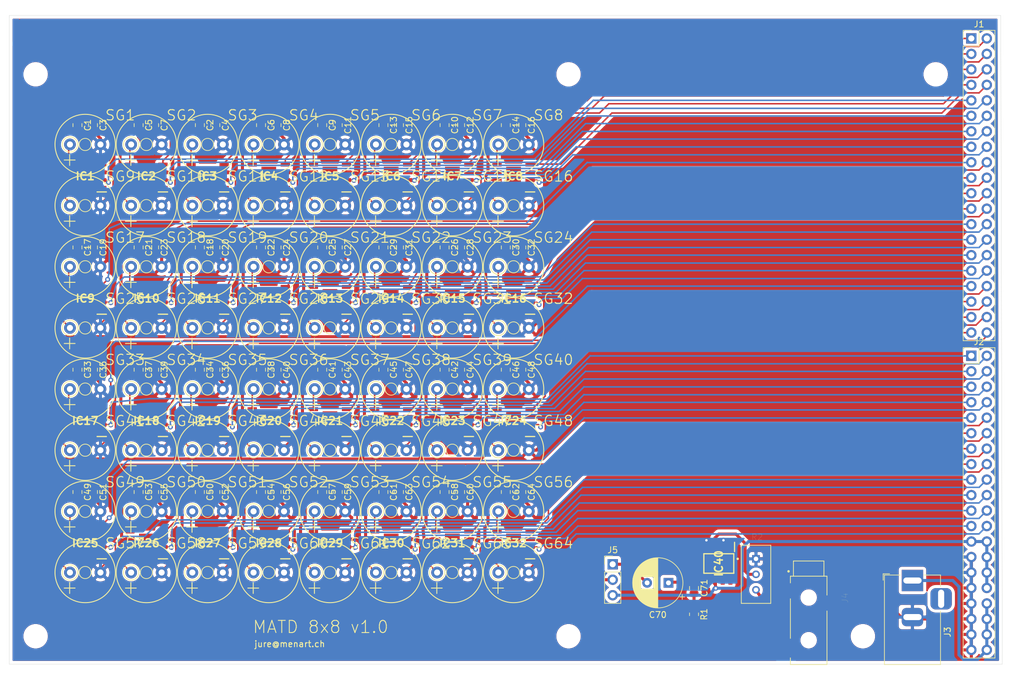
<source format=kicad_pcb>
(kicad_pcb (version 20171130) (host pcbnew "(5.1.7)-1")
  (layers (0 F.Cu signal) (31 B.Cu signal) (34 B.Paste user) (35 F.Paste user) (36 B.SilkS user) (37 F.SilkS user) (38 B.Mask user) (39 F.Mask user) (44 Edge.Cuts user))
  (net 0 "")
  (net 1 GND)
  (net 2 /SG17_SG32/VCC)
  (net 3 "Net-(IC1-Pad1)")
  (net 4 /SG1_SG16/SG9_IN)
  (net 5 /SG1_SG16/SG1_IN)
  (net 6 "Net-(IC1-Pad5)")
  (net 7 "Net-(IC1-Pad7)")
  (net 8 "Net-(IC1-Pad8)")
  (net 9 "Net-(IC2-Pad1)")
  (net 10 /SG1_SG16/SG10_IN)
  (net 11 /SG1_SG16/SG2_IN)
  (net 12 "Net-(IC2-Pad5)")
  (net 13 "Net-(IC2-Pad7)")
  (net 14 "Net-(IC2-Pad8)")
  (net 15 "Net-(IC3-Pad1)")
  (net 16 /SG1_SG16/SG11_IN)
  (net 17 /SG1_SG16/SG3_IN)
  (net 18 "Net-(IC3-Pad5)")
  (net 19 "Net-(IC3-Pad7)")
  (net 20 "Net-(IC3-Pad8)")
  (net 21 "Net-(IC4-Pad1)")
  (net 22 /SG1_SG16/SG12_IN)
  (net 23 /SG1_SG16/SG4_IN)
  (net 24 "Net-(IC4-Pad5)")
  (net 25 "Net-(IC4-Pad7)")
  (net 26 "Net-(IC4-Pad8)")
  (net 27 "Net-(IC5-Pad1)")
  (net 28 /SG1_SG16/SG13_IN)
  (net 29 /SG1_SG16/SG5_IN)
  (net 30 "Net-(IC5-Pad5)")
  (net 31 "Net-(IC5-Pad7)")
  (net 32 "Net-(IC5-Pad8)")
  (net 33 "Net-(IC6-Pad1)")
  (net 34 /SG1_SG16/SG14_IN)
  (net 35 /SG1_SG16/SG6_IN)
  (net 36 "Net-(IC6-Pad5)")
  (net 37 "Net-(IC6-Pad7)")
  (net 38 "Net-(IC6-Pad8)")
  (net 39 "Net-(IC7-Pad1)")
  (net 40 /SG1_SG16/SG15_IN)
  (net 41 /SG1_SG16/SG7_IN)
  (net 42 "Net-(IC7-Pad5)")
  (net 43 "Net-(IC7-Pad7)")
  (net 44 "Net-(IC7-Pad8)")
  (net 45 "Net-(IC8-Pad1)")
  (net 46 /SG1_SG16/SG16_IN)
  (net 47 /SG1_SG16/SG8_IN)
  (net 48 "Net-(IC8-Pad5)")
  (net 49 "Net-(IC8-Pad7)")
  (net 50 "Net-(IC8-Pad8)")
  (net 51 "Net-(IC9-Pad1)")
  (net 52 /SG17_SG32/SG25_IN)
  (net 53 /SG17_SG32/SG17_IN)
  (net 54 "Net-(IC9-Pad5)")
  (net 55 "Net-(IC9-Pad7)")
  (net 56 "Net-(IC9-Pad8)")
  (net 57 "Net-(IC10-Pad1)")
  (net 58 /SG17_SG32/SG26_IN)
  (net 59 /SG17_SG32/SG18_IN)
  (net 60 "Net-(IC10-Pad5)")
  (net 61 "Net-(IC10-Pad7)")
  (net 62 "Net-(IC10-Pad8)")
  (net 63 "Net-(IC11-Pad1)")
  (net 64 /SG17_SG32/SG27_IN)
  (net 65 /SG17_SG32/SG19_IN)
  (net 66 "Net-(IC11-Pad5)")
  (net 67 "Net-(IC11-Pad7)")
  (net 68 "Net-(IC11-Pad8)")
  (net 69 "Net-(IC12-Pad1)")
  (net 70 /SG17_SG32/SG28_IN)
  (net 71 /SG17_SG32/SG20_IN)
  (net 72 "Net-(IC12-Pad5)")
  (net 73 "Net-(IC12-Pad7)")
  (net 74 "Net-(IC12-Pad8)")
  (net 75 "Net-(IC13-Pad1)")
  (net 76 /SG17_SG32/SG29_IN)
  (net 77 /SG17_SG32/SG21_IN)
  (net 78 "Net-(IC13-Pad5)")
  (net 79 "Net-(IC13-Pad7)")
  (net 80 "Net-(IC13-Pad8)")
  (net 81 "Net-(IC14-Pad1)")
  (net 82 /SG17_SG32/SG30_IN)
  (net 83 /SG17_SG32/SG22_IN)
  (net 84 "Net-(IC14-Pad5)")
  (net 85 "Net-(IC14-Pad7)")
  (net 86 "Net-(IC14-Pad8)")
  (net 87 "Net-(IC15-Pad1)")
  (net 88 /SG17_SG32/SG31_IN)
  (net 89 /SG17_SG32/SG23_IN)
  (net 90 "Net-(IC15-Pad5)")
  (net 91 "Net-(IC15-Pad7)")
  (net 92 "Net-(IC15-Pad8)")
  (net 93 "Net-(IC16-Pad1)")
  (net 94 /SG17_SG32/SG32_IN)
  (net 95 /SG17_SG32/SG24_IN)
  (net 96 "Net-(IC16-Pad5)")
  (net 97 "Net-(IC16-Pad7)")
  (net 98 "Net-(IC16-Pad8)")
  (net 99 "Net-(IC17-Pad1)")
  (net 100 /SG33_SG48/SG41_IN)
  (net 101 /SG33_SG48/SG33_IN)
  (net 102 "Net-(IC17-Pad5)")
  (net 103 "Net-(IC17-Pad7)")
  (net 104 "Net-(IC17-Pad8)")
  (net 105 "Net-(IC18-Pad1)")
  (net 106 /SG33_SG48/SG42_IN)
  (net 107 /SG33_SG48/SG34_IN)
  (net 108 "Net-(IC18-Pad5)")
  (net 109 "Net-(IC18-Pad7)")
  (net 110 "Net-(IC18-Pad8)")
  (net 111 "Net-(IC19-Pad1)")
  (net 112 /SG33_SG48/SG43_IN)
  (net 113 /SG33_SG48/SG35_IN)
  (net 114 "Net-(IC19-Pad5)")
  (net 115 "Net-(IC19-Pad7)")
  (net 116 "Net-(IC19-Pad8)")
  (net 117 "Net-(IC20-Pad1)")
  (net 118 /SG33_SG48/SG44_IN)
  (net 119 /SG33_SG48/SG36_IN)
  (net 120 "Net-(IC20-Pad5)")
  (net 121 "Net-(IC20-Pad7)")
  (net 122 "Net-(IC20-Pad8)")
  (net 123 "Net-(IC21-Pad1)")
  (net 124 /SG33_SG48/SG45_IN)
  (net 125 /SG33_SG48/SG37_IN)
  (net 126 "Net-(IC21-Pad5)")
  (net 127 "Net-(IC21-Pad7)")
  (net 128 "Net-(IC21-Pad8)")
  (net 129 "Net-(IC22-Pad1)")
  (net 130 /SG33_SG48/SG46_IN)
  (net 131 /SG33_SG48/SG38_IN)
  (net 132 "Net-(IC22-Pad5)")
  (net 133 "Net-(IC22-Pad7)")
  (net 134 "Net-(IC22-Pad8)")
  (net 135 "Net-(IC23-Pad1)")
  (net 136 /SG33_SG48/SG47_IN)
  (net 137 /SG33_SG48/SG39_IN)
  (net 138 "Net-(IC23-Pad5)")
  (net 139 "Net-(IC23-Pad7)")
  (net 140 "Net-(IC23-Pad8)")
  (net 141 "Net-(IC24-Pad1)")
  (net 142 /SG33_SG48/SG48_IN)
  (net 143 /SG33_SG48/SG40_IN)
  (net 144 "Net-(IC24-Pad5)")
  (net 145 "Net-(IC24-Pad7)")
  (net 146 "Net-(IC24-Pad8)")
  (net 147 "Net-(IC25-Pad1)")
  (net 148 /SG49_SG64/SG57_IN)
  (net 149 /SG49_SG64/SG49_IN)
  (net 150 "Net-(IC25-Pad5)")
  (net 151 "Net-(IC25-Pad7)")
  (net 152 "Net-(IC25-Pad8)")
  (net 153 "Net-(IC26-Pad1)")
  (net 154 /SG49_SG64/SG58_IN)
  (net 155 /SG49_SG64/SG50_IN)
  (net 156 "Net-(IC26-Pad5)")
  (net 157 "Net-(IC26-Pad7)")
  (net 158 "Net-(IC26-Pad8)")
  (net 159 "Net-(IC27-Pad1)")
  (net 160 /SG49_SG64/SG59_IN)
  (net 161 /SG49_SG64/SG51_IN)
  (net 162 "Net-(IC27-Pad5)")
  (net 163 "Net-(IC27-Pad7)")
  (net 164 "Net-(IC27-Pad8)")
  (net 165 "Net-(IC28-Pad1)")
  (net 166 /SG49_SG64/SG60_IN)
  (net 167 /SG49_SG64/SG52_IN)
  (net 168 "Net-(IC28-Pad5)")
  (net 169 "Net-(IC28-Pad7)")
  (net 170 "Net-(IC28-Pad8)")
  (net 171 "Net-(IC29-Pad1)")
  (net 172 /SG49_SG64/SG61_IN)
  (net 173 "Net-(IC29-Pad5)")
  (net 174 "Net-(IC29-Pad7)")
  (net 175 "Net-(IC29-Pad8)")
  (net 176 "Net-(IC30-Pad1)")
  (net 177 /SG49_SG64/SG62_IN)
  (net 178 /SG49_SG64/SG54_IN)
  (net 179 "Net-(IC30-Pad5)")
  (net 180 "Net-(IC30-Pad7)")
  (net 181 "Net-(IC30-Pad8)")
  (net 182 "Net-(IC31-Pad1)")
  (net 183 /SG49_SG64/SG63_IN)
  (net 184 "Net-(IC31-Pad5)")
  (net 185 "Net-(IC31-Pad7)")
  (net 186 "Net-(IC31-Pad8)")
  (net 187 "Net-(IC32-Pad1)")
  (net 188 /SG49_SG64/SG64_IN)
  (net 189 /SG49_SG64/SG56_IN)
  (net 190 "Net-(IC32-Pad5)")
  (net 191 "Net-(IC32-Pad7)")
  (net 192 "Net-(IC32-Pad8)")
  (net 193 "Net-(J2-Pad34)")
  (net 194 /SG49_SG64/SG55_IN)
  (net 195 "Net-(C70-Pad2)")
  (net 196 "Net-(C70-Pad1)")
  (net 197 "Net-(C71-Pad2)")
  (net 198 "Net-(IC40-Pad1)")
  (net 199 "Net-(IC40-Pad3)")
  (net 200 "Net-(IC40-Pad6)")
  (net 201 "Net-(IC40-Pad7)")
  (net 202 "Net-(IC40-Pad8)")
  (net 203 "Net-(J4-Pad3)")
  (net 204 "Net-(J4-Pad2)")
  (net 205 /SG49_SG64/SG53_IN)
  (module matd_lib:TRIM_3296W-1-103LF (layer F.Cu) (at 155.702 131.616)
    (fp_text reference R2 (at 0.175 -6.135) (layer F.SilkS) (effects (font (thickness 0.015))))
    (fp_text value 3296W-1-103LF)
    (pad 1 thru_hole rect (at 0 -2.54) (size 1.248 1.248) (drill 0.74) (layers *.Cu *.Mask) (net 1 GND))
    (pad 2 thru_hole circle (at 0 0) (size 1.248 1.248) (drill 0.74) (layers *.Cu *.Mask) (net 199 "Net-(IC40-Pad3)"))
    (pad 3 thru_hole circle (at 0 2.54) (size 1.248 1.248) (drill 0.74) (layers *.Cu *.Mask) (net 204 "Net-(J4-Pad2)"))
  )
  (module matd_lib:CUI_SJ-3523-SMT-TR (layer F.Cu) (at 164.338 135.426 270)
    (fp_text reference J4 (at 0.075135 -5.945905 90) (layer F.SilkS) (effects (font (size 1.001835 1.001835) (thickness 0.015))))
    (fp_text value SJ-3523-SMT-TR)
    (pad "" np_thru_hole circle (at 0 0 270) (size 1.7 1.7) (drill 1.7) (layers *.Cu *.Mask))
    (pad 3 smd rect (at 0.9 -3.7 270) (size 2.2 2.8) (layers F.Cu F.Paste F.Mask) (net 203 "Net-(J4-Pad3)"))
    (pad 1 smd rect (at -1.1 3.7 270) (size 2.2 2.8) (layers F.Cu F.Paste F.Mask) (net 1 GND))
    (pad 2 smd rect (at 8.3 3.7 270) (size 2.8 2.8) (layers F.Cu F.Paste F.Mask) (net 204 "Net-(J4-Pad2)"))
    (pad None np_thru_hole circle (at 7 0 270) (size 1.7 1.7) (drill 1.7) (layers *.Cu *.Mask))
  )
  (module matd_lib:SOIC127P600X175-8N (layer F.Cu) (at 149.606 129.838 270)
    (fp_text reference IC40 (at 0 0 90) (layer F.SilkS) (effects (font (size 1.27 1.27) (thickness 0.254))))
    (fp_text value LM386M-1_NOPB hide)
    (pad 1 smd rect (at -2.711 -1.905) (size 0.65 1.528) (layers F.Cu F.Paste F.Mask) (net 198 "Net-(IC40-Pad1)"))
    (pad 2 smd rect (at -2.711 -0.635) (size 0.65 1.528) (layers F.Cu F.Paste F.Mask) (net 1 GND))
    (pad 3 smd rect (at -2.711 0.635) (size 0.65 1.528) (layers F.Cu F.Paste F.Mask) (net 199 "Net-(IC40-Pad3)"))
    (pad 4 smd rect (at -2.711 1.905) (size 0.65 1.528) (layers F.Cu F.Paste F.Mask) (net 1 GND))
    (pad 5 smd rect (at 2.711 1.905) (size 0.65 1.528) (layers F.Cu F.Paste F.Mask) (net 196 "Net-(C70-Pad1)"))
    (pad 6 smd rect (at 2.711 0.635) (size 0.65 1.528) (layers F.Cu F.Paste F.Mask) (net 200 "Net-(IC40-Pad6)"))
    (pad 7 smd rect (at 2.711 -0.635) (size 0.65 1.528) (layers F.Cu F.Paste F.Mask) (net 201 "Net-(IC40-Pad7)"))
    (pad 8 smd rect (at 2.711 -1.905) (size 0.65 1.528) (layers F.Cu F.Paste F.Mask) (net 202 "Net-(IC40-Pad8)"))
  )
  (module Capacitor_THT:CP_Radial_D8.0mm_P3.50mm (layer F.Cu) (at 141.351 133.013 180)
    (fp_text reference C70 (at 1.75 -5.25 180) (layer F.SilkS))
    (fp_text value 270uF)
    (pad 2 thru_hole circle (at 3.5 0 180) (size 1.6 1.6) (drill 0.8) (layers *.Cu *.Mask) (net 195 "Net-(C70-Pad2)"))
    (pad 1 thru_hole rect (at 0 0 180) (size 1.6 1.6) (drill 0.8) (layers *.Cu *.Mask) (net 196 "Net-(C70-Pad1)"))
  )
  (module Resistor_SMD:R_0805_2012Metric (layer F.Cu) (at 145.542 138.176 270)
    (fp_text reference R1 (at 0 -1.65 270) (layer F.SilkS))
    (fp_text value 10)
    (pad 2 smd roundrect (at 0.9125 0 270) (size 1.025 1.4) (layers F.Cu F.Paste F.Mask) (roundrect_rratio 0.2439014634146341) (net 1 GND))
    (pad 1 smd roundrect (at -0.9125 0 270) (size 1.025 1.4) (layers F.Cu F.Paste F.Mask) (roundrect_rratio 0.2439014634146341) (net 197 "Net-(C71-Pad2)"))
  )
  (module Connector_PinHeader_2.54mm:PinHeader_1x03_P2.54mm_Vertical (layer F.Cu) (at 132.207 129.965)
    (fp_text reference J5 (at 0 -2.33) (layer F.SilkS))
    (fp_text value Conn_01x03_Male)
    (pad 3 thru_hole oval (at 0 5.08) (size 1.7 1.7) (drill 1) (layers *.Cu *.Mask) (net 200 "Net-(IC40-Pad6)"))
    (pad 2 thru_hole oval (at 0 2.54) (size 1.7 1.7) (drill 1) (layers *.Cu *.Mask) (net 2 /SG17_SG32/VCC))
    (pad 1 thru_hole rect (at 0 0) (size 1.7 1.7) (drill 1) (layers *.Cu *.Mask) (net 195 "Net-(C70-Pad2)"))
  )
  (module Capacitor_SMD:C_0805_2012Metric (layer F.Cu) (at 145.542 133.858 270)
    (fp_text reference C71 (at 0 -1.68 270) (layer F.SilkS))
    (fp_text value 0.05uF)
    (pad 2 smd roundrect (at 0.95 0 270) (size 1 1.45) (layers F.Cu F.Paste F.Mask) (net 197 "Net-(C71-Pad2)"))
    (pad 1 smd roundrect (at -0.95 0 270) (size 1 1.45) (layers F.Cu F.Paste F.Mask) (net 196 "Net-(C70-Pad1)"))
  )
  (module Connector_PinHeader_2.54mm:PinHeader_2x20_P2.54mm_Vertical (layer F.Cu) (at 191.008 95.758)
    (fp_text reference J2 (at 1.27 -2.286) (layer F.SilkS))
    (fp_text value Conn_02x20_Odd_Even)
    (pad 40 thru_hole oval (at 2.54 48.26) (size 1.7 1.7) (drill 1) (layers *.Cu *.Mask) (net 193 "Net-(J2-Pad34)"))
    (pad 39 thru_hole oval (at 0 48.26) (size 1.7 1.7) (drill 1) (layers *.Cu *.Mask) (net 1 GND))
    (pad 38 thru_hole oval (at 2.54 45.72) (size 1.7 1.7) (drill 1) (layers *.Cu *.Mask) (net 193 "Net-(J2-Pad34)"))
    (pad 37 thru_hole oval (at 0 45.72) (size 1.7 1.7) (drill 1) (layers *.Cu *.Mask) (net 1 GND))
    (pad 36 thru_hole oval (at 2.54 43.18) (size 1.7 1.7) (drill 1) (layers *.Cu *.Mask) (net 193 "Net-(J2-Pad34)"))
    (pad 35 thru_hole oval (at 0 43.18) (size 1.7 1.7) (drill 1) (layers *.Cu *.Mask) (net 1 GND))
    (pad 34 thru_hole oval (at 2.54 40.64) (size 1.7 1.7) (drill 1) (layers *.Cu *.Mask) (net 193 "Net-(J2-Pad34)"))
    (pad 33 thru_hole oval (at 0 40.64) (size 1.7 1.7) (drill 1) (layers *.Cu *.Mask) (net 1 GND))
    (pad 32 thru_hole oval (at 2.54 38.1) (size 1.7 1.7) (drill 1) (layers *.Cu *.Mask) (net 200 "Net-(IC40-Pad6)"))
    (pad 31 thru_hole oval (at 0 38.1) (size 1.7 1.7) (drill 1) (layers *.Cu *.Mask) (net 1 GND))
    (pad 30 thru_hole oval (at 2.54 35.56) (size 1.7 1.7) (drill 1) (layers *.Cu *.Mask) (net 200 "Net-(IC40-Pad6)"))
    (pad 29 thru_hole oval (at 0 35.56) (size 1.7 1.7) (drill 1) (layers *.Cu *.Mask) (net 1 GND))
    (pad 28 thru_hole oval (at 2.54 33.02) (size 1.7 1.7) (drill 1) (layers *.Cu *.Mask) (net 200 "Net-(IC40-Pad6)"))
    (pad 27 thru_hole oval (at 0 33.02) (size 1.7 1.7) (drill 1) (layers *.Cu *.Mask) (net 1 GND))
    (pad 26 thru_hole oval (at 2.54 30.48) (size 1.7 1.7) (drill 1) (layers *.Cu *.Mask) (net 200 "Net-(IC40-Pad6)"))
    (pad 25 thru_hole oval (at 0 30.48) (size 1.7 1.7) (drill 1) (layers *.Cu *.Mask) (net 200 "Net-(IC40-Pad6)"))
    (pad 24 thru_hole oval (at 2.54 27.94) (size 1.7 1.7) (drill 1) (layers *.Cu *.Mask) (net 188 /SG49_SG64/SG64_IN))
    (pad 23 thru_hole oval (at 0 27.94) (size 1.7 1.7) (drill 1) (layers *.Cu *.Mask) (net 183 /SG49_SG64/SG63_IN))
    (pad 22 thru_hole oval (at 2.54 25.4) (size 1.7 1.7) (drill 1) (layers *.Cu *.Mask) (net 177 /SG49_SG64/SG62_IN))
    (pad 21 thru_hole oval (at 0 25.4) (size 1.7 1.7) (drill 1) (layers *.Cu *.Mask) (net 172 /SG49_SG64/SG61_IN))
    (pad 20 thru_hole oval (at 2.54 22.86) (size 1.7 1.7) (drill 1) (layers *.Cu *.Mask) (net 166 /SG49_SG64/SG60_IN))
    (pad 19 thru_hole oval (at 0 22.86) (size 1.7 1.7) (drill 1) (layers *.Cu *.Mask) (net 160 /SG49_SG64/SG59_IN))
    (pad 18 thru_hole oval (at 2.54 20.32) (size 1.7 1.7) (drill 1) (layers *.Cu *.Mask) (net 154 /SG49_SG64/SG58_IN))
    (pad 17 thru_hole oval (at 0 20.32) (size 1.7 1.7) (drill 1) (layers *.Cu *.Mask) (net 148 /SG49_SG64/SG57_IN))
    (pad 16 thru_hole oval (at 2.54 17.78) (size 1.7 1.7) (drill 1) (layers *.Cu *.Mask) (net 189 /SG49_SG64/SG56_IN))
    (pad 15 thru_hole oval (at 0 17.78) (size 1.7 1.7) (drill 1) (layers *.Cu *.Mask) (net 194 /SG49_SG64/SG55_IN))
    (pad 14 thru_hole oval (at 2.54 15.24) (size 1.7 1.7) (drill 1) (layers *.Cu *.Mask) (net 178 /SG49_SG64/SG54_IN))
    (pad 13 thru_hole oval (at 0 15.24) (size 1.7 1.7) (drill 1) (layers *.Cu *.Mask) (net 205 /SG49_SG64/SG53_IN))
    (pad 12 thru_hole oval (at 2.54 12.7) (size 1.7 1.7) (drill 1) (layers *.Cu *.Mask) (net 167 /SG49_SG64/SG52_IN))
    (pad 11 thru_hole oval (at 0 12.7) (size 1.7 1.7) (drill 1) (layers *.Cu *.Mask) (net 161 /SG49_SG64/SG51_IN))
    (pad 10 thru_hole oval (at 2.54 10.16) (size 1.7 1.7) (drill 1) (layers *.Cu *.Mask) (net 155 /SG49_SG64/SG50_IN))
    (pad 9 thru_hole oval (at 0 10.16) (size 1.7 1.7) (drill 1) (layers *.Cu *.Mask) (net 149 /SG49_SG64/SG49_IN))
    (pad 8 thru_hole oval (at 2.54 7.62) (size 1.7 1.7) (drill 1) (layers *.Cu *.Mask) (net 142 /SG33_SG48/SG48_IN))
    (pad 7 thru_hole oval (at 0 7.62) (size 1.7 1.7) (drill 1) (layers *.Cu *.Mask) (net 136 /SG33_SG48/SG47_IN))
    (pad 6 thru_hole oval (at 2.54 5.08) (size 1.7 1.7) (drill 1) (layers *.Cu *.Mask) (net 130 /SG33_SG48/SG46_IN))
    (pad 5 thru_hole oval (at 0 5.08) (size 1.7 1.7) (drill 1) (layers *.Cu *.Mask) (net 124 /SG33_SG48/SG45_IN))
    (pad 4 thru_hole oval (at 2.54 2.54) (size 1.7 1.7) (drill 1) (layers *.Cu *.Mask) (net 118 /SG33_SG48/SG44_IN))
    (pad 3 thru_hole oval (at 0 2.54) (size 1.7 1.7) (drill 1) (layers *.Cu *.Mask) (net 112 /SG33_SG48/SG43_IN))
    (pad 2 thru_hole oval (at 2.54 0) (size 1.7 1.7) (drill 1) (layers *.Cu *.Mask) (net 106 /SG33_SG48/SG42_IN))
    (pad 1 thru_hole rect (at 0 0) (size 1.7 1.7) (drill 1) (layers *.Cu *.Mask) (net 100 /SG33_SG48/SG41_IN))
  )
  (module Connector_PinHeader_2.54mm:PinHeader_2x20_P2.54mm_Vertical (layer F.Cu) (at 191.008 43.688)
    (fp_text reference J1 (at 1.27 -2.33) (layer F.SilkS))
    (fp_text value Conn_02x20_Odd_Even)
    (pad 40 thru_hole oval (at 2.54 48.26) (size 1.7 1.7) (drill 1) (layers *.Cu *.Mask) (net 143 /SG33_SG48/SG40_IN))
    (pad 39 thru_hole oval (at 0 48.26) (size 1.7 1.7) (drill 1) (layers *.Cu *.Mask) (net 137 /SG33_SG48/SG39_IN))
    (pad 38 thru_hole oval (at 2.54 45.72) (size 1.7 1.7) (drill 1) (layers *.Cu *.Mask) (net 131 /SG33_SG48/SG38_IN))
    (pad 37 thru_hole oval (at 0 45.72) (size 1.7 1.7) (drill 1) (layers *.Cu *.Mask) (net 125 /SG33_SG48/SG37_IN))
    (pad 36 thru_hole oval (at 2.54 43.18) (size 1.7 1.7) (drill 1) (layers *.Cu *.Mask) (net 119 /SG33_SG48/SG36_IN))
    (pad 35 thru_hole oval (at 0 43.18) (size 1.7 1.7) (drill 1) (layers *.Cu *.Mask) (net 113 /SG33_SG48/SG35_IN))
    (pad 34 thru_hole oval (at 2.54 40.64) (size 1.7 1.7) (drill 1) (layers *.Cu *.Mask) (net 107 /SG33_SG48/SG34_IN))
    (pad 33 thru_hole oval (at 0 40.64) (size 1.7 1.7) (drill 1) (layers *.Cu *.Mask) (net 101 /SG33_SG48/SG33_IN))
    (pad 32 thru_hole oval (at 2.54 38.1) (size 1.7 1.7) (drill 1) (layers *.Cu *.Mask) (net 94 /SG17_SG32/SG32_IN))
    (pad 31 thru_hole oval (at 0 38.1) (size 1.7 1.7) (drill 1) (layers *.Cu *.Mask) (net 88 /SG17_SG32/SG31_IN))
    (pad 30 thru_hole oval (at 2.54 35.56) (size 1.7 1.7) (drill 1) (layers *.Cu *.Mask) (net 82 /SG17_SG32/SG30_IN))
    (pad 29 thru_hole oval (at 0 35.56) (size 1.7 1.7) (drill 1) (layers *.Cu *.Mask) (net 76 /SG17_SG32/SG29_IN))
    (pad 28 thru_hole oval (at 2.54 33.02) (size 1.7 1.7) (drill 1) (layers *.Cu *.Mask) (net 70 /SG17_SG32/SG28_IN))
    (pad 27 thru_hole oval (at 0 33.02) (size 1.7 1.7) (drill 1) (layers *.Cu *.Mask) (net 64 /SG17_SG32/SG27_IN))
    (pad 26 thru_hole oval (at 2.54 30.48) (size 1.7 1.7) (drill 1) (layers *.Cu *.Mask) (net 58 /SG17_SG32/SG26_IN))
    (pad 25 thru_hole oval (at 0 30.48) (size 1.7 1.7) (drill 1) (layers *.Cu *.Mask) (net 52 /SG17_SG32/SG25_IN))
    (pad 24 thru_hole oval (at 2.54 27.94) (size 1.7 1.7) (drill 1) (layers *.Cu *.Mask) (net 95 /SG17_SG32/SG24_IN))
    (pad 23 thru_hole oval (at 0 27.94) (size 1.7 1.7) (drill 1) (layers *.Cu *.Mask) (net 89 /SG17_SG32/SG23_IN))
    (pad 22 thru_hole oval (at 2.54 25.4) (size 1.7 1.7) (drill 1) (layers *.Cu *.Mask) (net 83 /SG17_SG32/SG22_IN))
    (pad 21 thru_hole oval (at 0 25.4) (size 1.7 1.7) (drill 1) (layers *.Cu *.Mask) (net 77 /SG17_SG32/SG21_IN))
    (pad 20 thru_hole oval (at 2.54 22.86) (size 1.7 1.7) (drill 1) (layers *.Cu *.Mask) (net 71 /SG17_SG32/SG20_IN))
    (pad 19 thru_hole oval (at 0 22.86) (size 1.7 1.7) (drill 1) (layers *.Cu *.Mask) (net 65 /SG17_SG32/SG19_IN))
    (pad 18 thru_hole oval (at 2.54 20.32) (size 1.7 1.7) (drill 1) (layers *.Cu *.Mask) (net 59 /SG17_SG32/SG18_IN))
    (pad 17 thru_hole oval (at 0 20.32) (size 1.7 1.7) (drill 1) (layers *.Cu *.Mask) (net 53 /SG17_SG32/SG17_IN))
    (pad 16 thru_hole oval (at 2.54 17.78) (size 1.7 1.7) (drill 1) (layers *.Cu *.Mask) (net 46 /SG1_SG16/SG16_IN))
    (pad 15 thru_hole oval (at 0 17.78) (size 1.7 1.7) (drill 1) (layers *.Cu *.Mask) (net 40 /SG1_SG16/SG15_IN))
    (pad 14 thru_hole oval (at 2.54 15.24) (size 1.7 1.7) (drill 1) (layers *.Cu *.Mask) (net 34 /SG1_SG16/SG14_IN))
    (pad 13 thru_hole oval (at 0 15.24) (size 1.7 1.7) (drill 1) (layers *.Cu *.Mask) (net 28 /SG1_SG16/SG13_IN))
    (pad 12 thru_hole oval (at 2.54 12.7) (size 1.7 1.7) (drill 1) (layers *.Cu *.Mask) (net 22 /SG1_SG16/SG12_IN))
    (pad 11 thru_hole oval (at 0 12.7) (size 1.7 1.7) (drill 1) (layers *.Cu *.Mask) (net 16 /SG1_SG16/SG11_IN))
    (pad 10 thru_hole oval (at 2.54 10.16) (size 1.7 1.7) (drill 1) (layers *.Cu *.Mask) (net 10 /SG1_SG16/SG10_IN))
    (pad 9 thru_hole oval (at 0 10.16) (size 1.7 1.7) (drill 1) (layers *.Cu *.Mask) (net 4 /SG1_SG16/SG9_IN))
    (pad 8 thru_hole oval (at 2.54 7.62) (size 1.7 1.7) (drill 1) (layers *.Cu *.Mask) (net 47 /SG1_SG16/SG8_IN))
    (pad 7 thru_hole oval (at 0 7.62) (size 1.7 1.7) (drill 1) (layers *.Cu *.Mask) (net 41 /SG1_SG16/SG7_IN))
    (pad 6 thru_hole oval (at 2.54 5.08) (size 1.7 1.7) (drill 1) (layers *.Cu *.Mask) (net 35 /SG1_SG16/SG6_IN))
    (pad 5 thru_hole oval (at 0 5.08) (size 1.7 1.7) (drill 1) (layers *.Cu *.Mask) (net 29 /SG1_SG16/SG5_IN))
    (pad 4 thru_hole oval (at 2.54 2.54) (size 1.7 1.7) (drill 1) (layers *.Cu *.Mask) (net 23 /SG1_SG16/SG4_IN))
    (pad 3 thru_hole oval (at 0 2.54) (size 1.7 1.7) (drill 1) (layers *.Cu *.Mask) (net 17 /SG1_SG16/SG3_IN))
    (pad 2 thru_hole oval (at 2.54 0) (size 1.7 1.7) (drill 1) (layers *.Cu *.Mask) (net 11 /SG1_SG16/SG2_IN))
    (pad 1 thru_hole rect (at 0 0) (size 1.7 1.7) (drill 1) (layers *.Cu *.Mask) (net 5 /SG1_SG16/SG1_IN))
  )
  (module matd_lib:BMT1205XH7.5 (layer F.Cu) (at 115.950999 131.318 180)
    (fp_text reference SG64 (at -3.175 3.81 180) (layer F.SilkS) (effects (font (size 1.6891 1.6891) (thickness 0.16891)) (justify left bottom)))
    (fp_text value BMT1205XH7.5 hide)
    (pad + thru_hole circle (at 2.5 0 180) (size 1.9304 1.9304) (drill 1) (layers *.Cu *.Mask) (net 191 "Net-(IC32-Pad7)"))
    (pad - thru_hole circle (at -2.5 0 180) (size 1.9304 1.9304) (drill 1) (layers *.Cu *.Mask) (net 1 GND))
  )
  (module matd_lib:BMT1205XH7.5 (layer F.Cu) (at 105.918 131.318 180)
    (fp_text reference SG63 (at -3.175 3.81 180) (layer F.SilkS) (effects (font (size 1.6891 1.6891) (thickness 0.16891)) (justify left bottom)))
    (fp_text value BMT1205XH7.5 hide)
    (pad + thru_hole circle (at 2.5 0 180) (size 1.9304 1.9304) (drill 1) (layers *.Cu *.Mask) (net 185 "Net-(IC31-Pad7)"))
    (pad - thru_hole circle (at -2.5 0 180) (size 1.9304 1.9304) (drill 1) (layers *.Cu *.Mask) (net 1 GND))
  )
  (module matd_lib:BMT1205XH7.5 (layer F.Cu) (at 95.885 131.318 180)
    (fp_text reference SG62 (at -3.175 3.81 180) (layer F.SilkS) (effects (font (size 1.6891 1.6891) (thickness 0.16891)) (justify left bottom)))
    (fp_text value BMT1205XH7.5 hide)
    (pad + thru_hole circle (at 2.5 0 180) (size 1.9304 1.9304) (drill 1) (layers *.Cu *.Mask) (net 180 "Net-(IC30-Pad7)"))
    (pad - thru_hole circle (at -2.5 0 180) (size 1.9304 1.9304) (drill 1) (layers *.Cu *.Mask) (net 1 GND))
  )
  (module matd_lib:BMT1205XH7.5 (layer F.Cu) (at 85.851999 131.318 180)
    (fp_text reference SG61 (at -3.175 3.81 180) (layer F.SilkS) (effects (font (size 1.6891 1.6891) (thickness 0.16891)) (justify left bottom)))
    (fp_text value BMT1205XH7.5 hide)
    (pad + thru_hole circle (at 2.5 0 180) (size 1.9304 1.9304) (drill 1) (layers *.Cu *.Mask) (net 174 "Net-(IC29-Pad7)"))
    (pad - thru_hole circle (at -2.5 0 180) (size 1.9304 1.9304) (drill 1) (layers *.Cu *.Mask) (net 1 GND))
  )
  (module matd_lib:BMT1205XH7.5 (layer F.Cu) (at 75.819 131.318 180)
    (fp_text reference SG60 (at -3.175 3.81 180) (layer F.SilkS) (effects (font (size 1.6891 1.6891) (thickness 0.16891)) (justify left bottom)))
    (fp_text value BMT1205XH7.5 hide)
    (pad + thru_hole circle (at 2.5 0 180) (size 1.9304 1.9304) (drill 1) (layers *.Cu *.Mask) (net 169 "Net-(IC28-Pad7)"))
    (pad - thru_hole circle (at -2.5 0 180) (size 1.9304 1.9304) (drill 1) (layers *.Cu *.Mask) (net 1 GND))
  )
  (module matd_lib:BMT1205XH7.5 (layer F.Cu) (at 65.785999 131.318 180)
    (fp_text reference SG59 (at -3.175 3.81 180) (layer F.SilkS) (effects (font (size 1.6891 1.6891) (thickness 0.16891)) (justify left bottom)))
    (fp_text value BMT1205XH7.5 hide)
    (pad + thru_hole circle (at 2.5 0 180) (size 1.9304 1.9304) (drill 1) (layers *.Cu *.Mask) (net 163 "Net-(IC27-Pad7)"))
    (pad - thru_hole circle (at -2.5 0 180) (size 1.9304 1.9304) (drill 1) (layers *.Cu *.Mask) (net 1 GND))
  )
  (module matd_lib:BMT1205XH7.5 (layer F.Cu) (at 55.752999 131.318 180)
    (fp_text reference SG58 (at -3.175 3.81 180) (layer F.SilkS) (effects (font (size 1.6891 1.6891) (thickness 0.16891)) (justify left bottom)))
    (fp_text value BMT1205XH7.5 hide)
    (pad + thru_hole circle (at 2.5 0 180) (size 1.9304 1.9304) (drill 1) (layers *.Cu *.Mask) (net 157 "Net-(IC26-Pad7)"))
    (pad - thru_hole circle (at -2.5 0 180) (size 1.9304 1.9304) (drill 1) (layers *.Cu *.Mask) (net 1 GND))
  )
  (module matd_lib:BMT1205XH7.5 (layer F.Cu) (at 45.72 131.318 180)
    (fp_text reference SG57 (at -3.175 3.81 180) (layer F.SilkS) (effects (font (size 1.6891 1.6891) (thickness 0.16891)) (justify left bottom)))
    (fp_text value BMT1205XH7.5 hide)
    (pad + thru_hole circle (at 2.5 0 180) (size 1.9304 1.9304) (drill 1) (layers *.Cu *.Mask) (net 151 "Net-(IC25-Pad7)"))
    (pad - thru_hole circle (at -2.5 0 180) (size 1.9304 1.9304) (drill 1) (layers *.Cu *.Mask) (net 1 GND))
  )
  (module matd_lib:BMT1205XH7.5 (layer F.Cu) (at 115.950999 121.285 180)
    (fp_text reference SG56 (at -3.175 3.81 180) (layer F.SilkS) (effects (font (size 1.6891 1.6891) (thickness 0.16891)) (justify left bottom)))
    (fp_text value BMT1205XH7.5 hide)
    (pad + thru_hole circle (at 2.5 0 180) (size 1.9304 1.9304) (drill 1) (layers *.Cu *.Mask) (net 190 "Net-(IC32-Pad5)"))
    (pad - thru_hole circle (at -2.5 0 180) (size 1.9304 1.9304) (drill 1) (layers *.Cu *.Mask) (net 1 GND))
  )
  (module matd_lib:BMT1205XH7.5 (layer F.Cu) (at 105.918 121.285 180)
    (fp_text reference SG55 (at -3.175 3.81 180) (layer F.SilkS) (effects (font (size 1.6891 1.6891) (thickness 0.16891)) (justify left bottom)))
    (fp_text value BMT1205XH7.5 hide)
    (pad + thru_hole circle (at 2.5 0 180) (size 1.9304 1.9304) (drill 1) (layers *.Cu *.Mask) (net 184 "Net-(IC31-Pad5)"))
    (pad - thru_hole circle (at -2.5 0 180) (size 1.9304 1.9304) (drill 1) (layers *.Cu *.Mask) (net 1 GND))
  )
  (module matd_lib:BMT1205XH7.5 (layer F.Cu) (at 95.885 121.285 180)
    (fp_text reference SG54 (at -3.175 3.81 180) (layer F.SilkS) (effects (font (size 1.6891 1.6891) (thickness 0.16891)) (justify left bottom)))
    (fp_text value BMT1205XH7.5 hide)
    (pad + thru_hole circle (at 2.5 0 180) (size 1.9304 1.9304) (drill 1) (layers *.Cu *.Mask) (net 179 "Net-(IC30-Pad5)"))
    (pad - thru_hole circle (at -2.5 0 180) (size 1.9304 1.9304) (drill 1) (layers *.Cu *.Mask) (net 1 GND))
  )
  (module matd_lib:BMT1205XH7.5 (layer F.Cu) (at 85.851999 121.285 180)
    (fp_text reference SG53 (at -3.175 3.81 180) (layer F.SilkS) (effects (font (size 1.6891 1.6891) (thickness 0.16891)) (justify left bottom)))
    (fp_text value BMT1205XH7.5 hide)
    (pad + thru_hole circle (at 2.5 0 180) (size 1.9304 1.9304) (drill 1) (layers *.Cu *.Mask) (net 173 "Net-(IC29-Pad5)"))
    (pad - thru_hole circle (at -2.5 0 180) (size 1.9304 1.9304) (drill 1) (layers *.Cu *.Mask) (net 1 GND))
  )
  (module matd_lib:BMT1205XH7.5 (layer F.Cu) (at 75.819 121.285 180)
    (fp_text reference SG52 (at -3.175 3.81 180) (layer F.SilkS) (effects (font (size 1.6891 1.6891) (thickness 0.16891)) (justify left bottom)))
    (fp_text value BMT1205XH7.5 hide)
    (pad + thru_hole circle (at 2.5 0 180) (size 1.9304 1.9304) (drill 1) (layers *.Cu *.Mask) (net 168 "Net-(IC28-Pad5)"))
    (pad - thru_hole circle (at -2.5 0 180) (size 1.9304 1.9304) (drill 1) (layers *.Cu *.Mask) (net 1 GND))
  )
  (module matd_lib:BMT1205XH7.5 (layer F.Cu) (at 65.785999 121.285 180)
    (fp_text reference SG51 (at -3.175 3.81 180) (layer F.SilkS) (effects (font (size 1.6891 1.6891) (thickness 0.16891)) (justify left bottom)))
    (fp_text value BMT1205XH7.5 hide)
    (pad + thru_hole circle (at 2.5 0 180) (size 1.9304 1.9304) (drill 1) (layers *.Cu *.Mask) (net 162 "Net-(IC27-Pad5)"))
    (pad - thru_hole circle (at -2.5 0 180) (size 1.9304 1.9304) (drill 1) (layers *.Cu *.Mask) (net 1 GND))
  )
  (module matd_lib:BMT1205XH7.5 (layer F.Cu) (at 55.752999 121.285 180)
    (fp_text reference SG50 (at -3.175 3.81 180) (layer F.SilkS) (effects (font (size 1.6891 1.6891) (thickness 0.16891)) (justify left bottom)))
    (fp_text value BMT1205XH7.5 hide)
    (pad + thru_hole circle (at 2.5 0 180) (size 1.9304 1.9304) (drill 1) (layers *.Cu *.Mask) (net 156 "Net-(IC26-Pad5)"))
    (pad - thru_hole circle (at -2.5 0 180) (size 1.9304 1.9304) (drill 1) (layers *.Cu *.Mask) (net 1 GND))
  )
  (module matd_lib:BMT1205XH7.5 (layer F.Cu) (at 45.72 121.285 180)
    (fp_text reference SG49 (at -3.175 3.81 180) (layer F.SilkS) (effects (font (size 1.6891 1.6891) (thickness 0.16891)) (justify left bottom)))
    (fp_text value BMT1205XH7.5 hide)
    (pad + thru_hole circle (at 2.5 0 180) (size 1.9304 1.9304) (drill 1) (layers *.Cu *.Mask) (net 150 "Net-(IC25-Pad5)"))
    (pad - thru_hole circle (at -2.5 0 180) (size 1.9304 1.9304) (drill 1) (layers *.Cu *.Mask) (net 1 GND))
  )
  (module matd_lib:BMT1205XH7.5 (layer F.Cu) (at 115.950999 111.251999 180)
    (fp_text reference SG48 (at -3.175 3.81 180) (layer F.SilkS) (effects (font (size 1.6891 1.6891) (thickness 0.16891)) (justify left bottom)))
    (fp_text value BMT1205XH7.5 hide)
    (pad + thru_hole circle (at 2.5 0 180) (size 1.9304 1.9304) (drill 1) (layers *.Cu *.Mask) (net 145 "Net-(IC24-Pad7)"))
    (pad - thru_hole circle (at -2.5 0 180) (size 1.9304 1.9304) (drill 1) (layers *.Cu *.Mask) (net 1 GND))
  )
  (module matd_lib:BMT1205XH7.5 (layer F.Cu) (at 105.918 111.251999 180)
    (fp_text reference SG47 (at -3.175 3.81 180) (layer F.SilkS) (effects (font (size 1.6891 1.6891) (thickness 0.16891)) (justify left bottom)))
    (fp_text value BMT1205XH7.5 hide)
    (pad + thru_hole circle (at 2.5 0 180) (size 1.9304 1.9304) (drill 1) (layers *.Cu *.Mask) (net 139 "Net-(IC23-Pad7)"))
    (pad - thru_hole circle (at -2.5 0 180) (size 1.9304 1.9304) (drill 1) (layers *.Cu *.Mask) (net 1 GND))
  )
  (module matd_lib:BMT1205XH7.5 (layer F.Cu) (at 95.885 111.251999 180)
    (fp_text reference SG46 (at -3.175 3.81 180) (layer F.SilkS) (effects (font (size 1.6891 1.6891) (thickness 0.16891)) (justify left bottom)))
    (fp_text value BMT1205XH7.5 hide)
    (pad + thru_hole circle (at 2.5 0 180) (size 1.9304 1.9304) (drill 1) (layers *.Cu *.Mask) (net 133 "Net-(IC22-Pad7)"))
    (pad - thru_hole circle (at -2.5 0 180) (size 1.9304 1.9304) (drill 1) (layers *.Cu *.Mask) (net 1 GND))
  )
  (module matd_lib:BMT1205XH7.5 (layer F.Cu) (at 85.851999 111.251999 180)
    (fp_text reference SG45 (at -3.175 3.81 180) (layer F.SilkS) (effects (font (size 1.6891 1.6891) (thickness 0.16891)) (justify left bottom)))
    (fp_text value BMT1205XH7.5 hide)
    (pad + thru_hole circle (at 2.5 0 180) (size 1.9304 1.9304) (drill 1) (layers *.Cu *.Mask) (net 127 "Net-(IC21-Pad7)"))
    (pad - thru_hole circle (at -2.5 0 180) (size 1.9304 1.9304) (drill 1) (layers *.Cu *.Mask) (net 1 GND))
  )
  (module matd_lib:BMT1205XH7.5 (layer F.Cu) (at 75.819 111.251999 180)
    (fp_text reference SG44 (at -3.175 3.81 180) (layer F.SilkS) (effects (font (size 1.6891 1.6891) (thickness 0.16891)) (justify left bottom)))
    (fp_text value BMT1205XH7.5 hide)
    (pad + thru_hole circle (at 2.5 0 180) (size 1.9304 1.9304) (drill 1) (layers *.Cu *.Mask) (net 121 "Net-(IC20-Pad7)"))
    (pad - thru_hole circle (at -2.5 0 180) (size 1.9304 1.9304) (drill 1) (layers *.Cu *.Mask) (net 1 GND))
  )
  (module matd_lib:BMT1205XH7.5 (layer F.Cu) (at 65.785999 111.251999 180)
    (fp_text reference SG43 (at -3.175 3.81 180) (layer F.SilkS) (effects (font (size 1.6891 1.6891) (thickness 0.16891)) (justify left bottom)))
    (fp_text value BMT1205XH7.5 hide)
    (pad + thru_hole circle (at 2.5 0 180) (size 1.9304 1.9304) (drill 1) (layers *.Cu *.Mask) (net 115 "Net-(IC19-Pad7)"))
    (pad - thru_hole circle (at -2.5 0 180) (size 1.9304 1.9304) (drill 1) (layers *.Cu *.Mask) (net 1 GND))
  )
  (module matd_lib:BMT1205XH7.5 (layer F.Cu) (at 55.752999 111.251999 180)
    (fp_text reference SG42 (at -3.175 3.81 180) (layer F.SilkS) (effects (font (size 1.6891 1.6891) (thickness 0.16891)) (justify left bottom)))
    (fp_text value BMT1205XH7.5 hide)
    (pad + thru_hole circle (at 2.5 0 180) (size 1.9304 1.9304) (drill 1) (layers *.Cu *.Mask) (net 109 "Net-(IC18-Pad7)"))
    (pad - thru_hole circle (at -2.5 0 180) (size 1.9304 1.9304) (drill 1) (layers *.Cu *.Mask) (net 1 GND))
  )
  (module matd_lib:BMT1205XH7.5 (layer F.Cu) (at 45.72 111.251999 180)
    (fp_text reference SG41 (at -3.175 3.81 180) (layer F.SilkS) (effects (font (size 1.6891 1.6891) (thickness 0.16891)) (justify left bottom)))
    (fp_text value BMT1205XH7.5 hide)
    (pad + thru_hole circle (at 2.5 0 180) (size 1.9304 1.9304) (drill 1) (layers *.Cu *.Mask) (net 103 "Net-(IC17-Pad7)"))
    (pad - thru_hole circle (at -2.5 0 180) (size 1.9304 1.9304) (drill 1) (layers *.Cu *.Mask) (net 1 GND))
  )
  (module matd_lib:BMT1205XH7.5 (layer F.Cu) (at 115.950999 101.219 180)
    (fp_text reference SG40 (at -3.175 3.81 180) (layer F.SilkS) (effects (font (size 1.6891 1.6891) (thickness 0.16891)) (justify left bottom)))
    (fp_text value BMT1205XH7.5 hide)
    (pad + thru_hole circle (at 2.5 0 180) (size 1.9304 1.9304) (drill 1) (layers *.Cu *.Mask) (net 144 "Net-(IC24-Pad5)"))
    (pad - thru_hole circle (at -2.5 0 180) (size 1.9304 1.9304) (drill 1) (layers *.Cu *.Mask) (net 1 GND))
  )
  (module matd_lib:BMT1205XH7.5 (layer F.Cu) (at 105.918 101.219 180)
    (fp_text reference SG39 (at -3.175 3.81 180) (layer F.SilkS) (effects (font (size 1.6891 1.6891) (thickness 0.16891)) (justify left bottom)))
    (fp_text value BMT1205XH7.5 hide)
    (pad + thru_hole circle (at 2.5 0 180) (size 1.9304 1.9304) (drill 1) (layers *.Cu *.Mask) (net 138 "Net-(IC23-Pad5)"))
    (pad - thru_hole circle (at -2.5 0 180) (size 1.9304 1.9304) (drill 1) (layers *.Cu *.Mask) (net 1 GND))
  )
  (module matd_lib:BMT1205XH7.5 (layer F.Cu) (at 95.885 101.219 180)
    (fp_text reference SG38 (at -3.175 3.81 180) (layer F.SilkS) (effects (font (size 1.6891 1.6891) (thickness 0.16891)) (justify left bottom)))
    (fp_text value BMT1205XH7.5 hide)
    (pad + thru_hole circle (at 2.5 0 180) (size 1.9304 1.9304) (drill 1) (layers *.Cu *.Mask) (net 132 "Net-(IC22-Pad5)"))
    (pad - thru_hole circle (at -2.5 0 180) (size 1.9304 1.9304) (drill 1) (layers *.Cu *.Mask) (net 1 GND))
  )
  (module matd_lib:BMT1205XH7.5 (layer F.Cu) (at 85.851999 101.219 180)
    (fp_text reference SG37 (at -3.175 3.81 180) (layer F.SilkS) (effects (font (size 1.6891 1.6891) (thickness 0.16891)) (justify left bottom)))
    (fp_text value BMT1205XH7.5 hide)
    (pad + thru_hole circle (at 2.5 0 180) (size 1.9304 1.9304) (drill 1) (layers *.Cu *.Mask) (net 126 "Net-(IC21-Pad5)"))
    (pad - thru_hole circle (at -2.5 0 180) (size 1.9304 1.9304) (drill 1) (layers *.Cu *.Mask) (net 1 GND))
  )
  (module matd_lib:BMT1205XH7.5 (layer F.Cu) (at 75.819 101.219 180)
    (fp_text reference SG36 (at -3.175 3.81 180) (layer F.SilkS) (effects (font (size 1.6891 1.6891) (thickness 0.16891)) (justify left bottom)))
    (fp_text value BMT1205XH7.5 hide)
    (pad + thru_hole circle (at 2.5 0 180) (size 1.9304 1.9304) (drill 1) (layers *.Cu *.Mask) (net 120 "Net-(IC20-Pad5)"))
    (pad - thru_hole circle (at -2.5 0 180) (size 1.9304 1.9304) (drill 1) (layers *.Cu *.Mask) (net 1 GND))
  )
  (module matd_lib:BMT1205XH7.5 (layer F.Cu) (at 65.785999 101.219 180)
    (fp_text reference SG35 (at -3.175 3.81 180) (layer F.SilkS) (effects (font (size 1.6891 1.6891) (thickness 0.16891)) (justify left bottom)))
    (fp_text value BMT1205XH7.5 hide)
    (pad + thru_hole circle (at 2.5 0 180) (size 1.9304 1.9304) (drill 1) (layers *.Cu *.Mask) (net 114 "Net-(IC19-Pad5)"))
    (pad - thru_hole circle (at -2.5 0 180) (size 1.9304 1.9304) (drill 1) (layers *.Cu *.Mask) (net 1 GND))
  )
  (module matd_lib:BMT1205XH7.5 (layer F.Cu) (at 55.752999 101.219 180)
    (fp_text reference SG34 (at -3.175 3.81 180) (layer F.SilkS) (effects (font (size 1.6891 1.6891) (thickness 0.16891)) (justify left bottom)))
    (fp_text value BMT1205XH7.5 hide)
    (pad + thru_hole circle (at 2.5 0 180) (size 1.9304 1.9304) (drill 1) (layers *.Cu *.Mask) (net 108 "Net-(IC18-Pad5)"))
    (pad - thru_hole circle (at -2.5 0 180) (size 1.9304 1.9304) (drill 1) (layers *.Cu *.Mask) (net 1 GND))
  )
  (module matd_lib:BMT1205XH7.5 (layer F.Cu) (at 45.72 101.219 180)
    (fp_text reference SG33 (at -3.175 3.81 180) (layer F.SilkS) (effects (font (size 1.6891 1.6891) (thickness 0.16891)) (justify left bottom)))
    (fp_text value BMT1205XH7.5 hide)
    (pad + thru_hole circle (at 2.5 0 180) (size 1.9304 1.9304) (drill 1) (layers *.Cu *.Mask) (net 102 "Net-(IC17-Pad5)"))
    (pad - thru_hole circle (at -2.5 0 180) (size 1.9304 1.9304) (drill 1) (layers *.Cu *.Mask) (net 1 GND))
  )
  (module matd_lib:BMT1205XH7.5 (layer F.Cu) (at 115.950999 91.186 180)
    (fp_text reference SG32 (at -3.175 3.81 180) (layer F.SilkS) (effects (font (size 1.6891 1.6891) (thickness 0.16891)) (justify left bottom)))
    (fp_text value BMT1205XH7.5 hide)
    (pad + thru_hole circle (at 2.5 0 180) (size 1.9304 1.9304) (drill 1) (layers *.Cu *.Mask) (net 97 "Net-(IC16-Pad7)"))
    (pad - thru_hole circle (at -2.5 0 180) (size 1.9304 1.9304) (drill 1) (layers *.Cu *.Mask) (net 1 GND))
  )
  (module matd_lib:BMT1205XH7.5 (layer F.Cu) (at 105.918 91.186 180)
    (fp_text reference SG31 (at -3.175 3.81 180) (layer F.SilkS) (effects (font (size 1.6891 1.6891) (thickness 0.16891)) (justify left bottom)))
    (fp_text value BMT1205XH7.5 hide)
    (pad + thru_hole circle (at 2.5 0 180) (size 1.9304 1.9304) (drill 1) (layers *.Cu *.Mask) (net 91 "Net-(IC15-Pad7)"))
    (pad - thru_hole circle (at -2.5 0 180) (size 1.9304 1.9304) (drill 1) (layers *.Cu *.Mask) (net 1 GND))
  )
  (module matd_lib:BMT1205XH7.5 (layer F.Cu) (at 95.885 91.186 180)
    (fp_text reference SG30 (at -3.175 3.81 180) (layer F.SilkS) (effects (font (size 1.6891 1.6891) (thickness 0.16891)) (justify left bottom)))
    (fp_text value BMT1205XH7.5 hide)
    (pad + thru_hole circle (at 2.5 0 180) (size 1.9304 1.9304) (drill 1) (layers *.Cu *.Mask) (net 85 "Net-(IC14-Pad7)"))
    (pad - thru_hole circle (at -2.5 0 180) (size 1.9304 1.9304) (drill 1) (layers *.Cu *.Mask) (net 1 GND))
  )
  (module matd_lib:BMT1205XH7.5 (layer F.Cu) (at 85.851999 91.186 180)
    (fp_text reference SG29 (at -3.175 3.81 180) (layer F.SilkS) (effects (font (size 1.6891 1.6891) (thickness 0.16891)) (justify left bottom)))
    (fp_text value BMT1205XH7.5 hide)
    (pad + thru_hole circle (at 2.5 0 180) (size 1.9304 1.9304) (drill 1) (layers *.Cu *.Mask) (net 79 "Net-(IC13-Pad7)"))
    (pad - thru_hole circle (at -2.5 0 180) (size 1.9304 1.9304) (drill 1) (layers *.Cu *.Mask) (net 1 GND))
  )
  (module matd_lib:BMT1205XH7.5 (layer F.Cu) (at 75.819 91.186 180)
    (fp_text reference SG28 (at -3.175 3.81 180) (layer F.SilkS) (effects (font (size 1.6891 1.6891) (thickness 0.16891)) (justify left bottom)))
    (fp_text value BMT1205XH7.5 hide)
    (pad + thru_hole circle (at 2.5 0 180) (size 1.9304 1.9304) (drill 1) (layers *.Cu *.Mask) (net 73 "Net-(IC12-Pad7)"))
    (pad - thru_hole circle (at -2.5 0 180) (size 1.9304 1.9304) (drill 1) (layers *.Cu *.Mask) (net 1 GND))
  )
  (module matd_lib:BMT1205XH7.5 (layer F.Cu) (at 65.785999 91.186 180)
    (fp_text reference SG27 (at -3.175 3.81 180) (layer F.SilkS) (effects (font (size 1.6891 1.6891) (thickness 0.16891)) (justify left bottom)))
    (fp_text value BMT1205XH7.5 hide)
    (pad + thru_hole circle (at 2.5 0 180) (size 1.9304 1.9304) (drill 1) (layers *.Cu *.Mask) (net 67 "Net-(IC11-Pad7)"))
    (pad - thru_hole circle (at -2.5 0 180) (size 1.9304 1.9304) (drill 1) (layers *.Cu *.Mask) (net 1 GND))
  )
  (module matd_lib:BMT1205XH7.5 (layer F.Cu) (at 55.752999 91.186 180)
    (fp_text reference SG26 (at -3.175 3.81 180) (layer F.SilkS) (effects (font (size 1.6891 1.6891) (thickness 0.16891)) (justify left bottom)))
    (fp_text value BMT1205XH7.5 hide)
    (pad + thru_hole circle (at 2.5 0 180) (size 1.9304 1.9304) (drill 1) (layers *.Cu *.Mask) (net 61 "Net-(IC10-Pad7)"))
    (pad - thru_hole circle (at -2.5 0 180) (size 1.9304 1.9304) (drill 1) (layers *.Cu *.Mask) (net 1 GND))
  )
  (module matd_lib:BMT1205XH7.5 (layer F.Cu) (at 45.72 91.186 180)
    (fp_text reference SG25 (at -3.175 3.81 180) (layer F.SilkS) (effects (font (size 1.6891 1.6891) (thickness 0.16891)) (justify left bottom)))
    (fp_text value BMT1205XH7.5 hide)
    (pad + thru_hole circle (at 2.5 0 180) (size 1.9304 1.9304) (drill 1) (layers *.Cu *.Mask) (net 55 "Net-(IC9-Pad7)"))
    (pad - thru_hole circle (at -2.5 0 180) (size 1.9304 1.9304) (drill 1) (layers *.Cu *.Mask) (net 1 GND))
  )
  (module matd_lib:BMT1205XH7.5 (layer F.Cu) (at 115.950999 81.152999 180)
    (fp_text reference SG24 (at -3.175 3.81 180) (layer F.SilkS) (effects (font (size 1.6891 1.6891) (thickness 0.16891)) (justify left bottom)))
    (fp_text value BMT1205XH7.5 hide)
    (pad + thru_hole circle (at 2.5 0 180) (size 1.9304 1.9304) (drill 1) (layers *.Cu *.Mask) (net 96 "Net-(IC16-Pad5)"))
    (pad - thru_hole circle (at -2.5 0 180) (size 1.9304 1.9304) (drill 1) (layers *.Cu *.Mask) (net 1 GND))
  )
  (module matd_lib:BMT1205XH7.5 (layer F.Cu) (at 105.918 81.152999 180)
    (fp_text reference SG23 (at -3.175 3.81 180) (layer F.SilkS) (effects (font (size 1.6891 1.6891) (thickness 0.16891)) (justify left bottom)))
    (fp_text value BMT1205XH7.5 hide)
    (pad + thru_hole circle (at 2.5 0 180) (size 1.9304 1.9304) (drill 1) (layers *.Cu *.Mask) (net 90 "Net-(IC15-Pad5)"))
    (pad - thru_hole circle (at -2.5 0 180) (size 1.9304 1.9304) (drill 1) (layers *.Cu *.Mask) (net 1 GND))
  )
  (module matd_lib:BMT1205XH7.5 (layer F.Cu) (at 95.885 81.152999 180)
    (fp_text reference SG22 (at -3.175 3.81 180) (layer F.SilkS) (effects (font (size 1.6891 1.6891) (thickness 0.16891)) (justify left bottom)))
    (fp_text value BMT1205XH7.5 hide)
    (pad + thru_hole circle (at 2.5 0 180) (size 1.9304 1.9304) (drill 1) (layers *.Cu *.Mask) (net 84 "Net-(IC14-Pad5)"))
    (pad - thru_hole circle (at -2.5 0 180) (size 1.9304 1.9304) (drill 1) (layers *.Cu *.Mask) (net 1 GND))
  )
  (module matd_lib:BMT1205XH7.5 (layer F.Cu) (at 85.851999 81.152999 180)
    (fp_text reference SG21 (at -3.175 3.81 180) (layer F.SilkS) (effects (font (size 1.6891 1.6891) (thickness 0.16891)) (justify left bottom)))
    (fp_text value BMT1205XH7.5 hide)
    (pad + thru_hole circle (at 2.5 0 180) (size 1.9304 1.9304) (drill 1) (layers *.Cu *.Mask) (net 78 "Net-(IC13-Pad5)"))
    (pad - thru_hole circle (at -2.5 0 180) (size 1.9304 1.9304) (drill 1) (layers *.Cu *.Mask) (net 1 GND))
  )
  (module matd_lib:BMT1205XH7.5 (layer F.Cu) (at 75.819 81.152999 180)
    (fp_text reference SG20 (at -3.175 3.81 180) (layer F.SilkS) (effects (font (size 1.6891 1.6891) (thickness 0.16891)) (justify left bottom)))
    (fp_text value BMT1205XH7.5 hide)
    (pad + thru_hole circle (at 2.5 0 180) (size 1.9304 1.9304) (drill 1) (layers *.Cu *.Mask) (net 72 "Net-(IC12-Pad5)"))
    (pad - thru_hole circle (at -2.5 0 180) (size 1.9304 1.9304) (drill 1) (layers *.Cu *.Mask) (net 1 GND))
  )
  (module matd_lib:BMT1205XH7.5 (layer F.Cu) (at 65.785999 81.152999 180)
    (fp_text reference SG19 (at -3.175 3.81 180) (layer F.SilkS) (effects (font (size 1.6891 1.6891) (thickness 0.16891)) (justify left bottom)))
    (fp_text value BMT1205XH7.5 hide)
    (pad + thru_hole circle (at 2.5 0 180) (size 1.9304 1.9304) (drill 1) (layers *.Cu *.Mask) (net 66 "Net-(IC11-Pad5)"))
    (pad - thru_hole circle (at -2.5 0 180) (size 1.9304 1.9304) (drill 1) (layers *.Cu *.Mask) (net 1 GND))
  )
  (module matd_lib:BMT1205XH7.5 (layer F.Cu) (at 55.752999 81.152999 180)
    (fp_text reference SG18 (at -3.175 3.81 180) (layer F.SilkS) (effects (font (size 1.6891 1.6891) (thickness 0.16891)) (justify left bottom)))
    (fp_text value BMT1205XH7.5 hide)
    (pad + thru_hole circle (at 2.5 0 180) (size 1.9304 1.9304) (drill 1) (layers *.Cu *.Mask) (net 60 "Net-(IC10-Pad5)"))
    (pad - thru_hole circle (at -2.5 0 180) (size 1.9304 1.9304) (drill 1) (layers *.Cu *.Mask) (net 1 GND))
  )
  (module matd_lib:BMT1205XH7.5 (layer F.Cu) (at 45.72 81.152999 180)
    (fp_text reference SG17 (at -3.175 3.81 180) (layer F.SilkS) (effects (font (size 1.6891 1.6891) (thickness 0.16891)) (justify left bottom)))
    (fp_text value BMT1205XH7.5 hide)
    (pad + thru_hole circle (at 2.5 0 180) (size 1.9304 1.9304) (drill 1) (layers *.Cu *.Mask) (net 54 "Net-(IC9-Pad5)"))
    (pad - thru_hole circle (at -2.5 0 180) (size 1.9304 1.9304) (drill 1) (layers *.Cu *.Mask) (net 1 GND))
  )
  (module matd_lib:BMT1205XH7.5 (layer F.Cu) (at 115.950999 71.12 180)
    (fp_text reference SG16 (at -3.175 3.81 180) (layer F.SilkS) (effects (font (size 1.6891 1.6891) (thickness 0.16891)) (justify left bottom)))
    (fp_text value BMT1205XH7.5 hide)
    (pad + thru_hole circle (at 2.5 0 180) (size 1.9304 1.9304) (drill 1) (layers *.Cu *.Mask) (net 49 "Net-(IC8-Pad7)"))
    (pad - thru_hole circle (at -2.5 0 180) (size 1.9304 1.9304) (drill 1) (layers *.Cu *.Mask) (net 1 GND))
  )
  (module matd_lib:BMT1205XH7.5 (layer F.Cu) (at 105.918 71.12 180)
    (fp_text reference SG15 (at -3.175 3.81 180) (layer F.SilkS) (effects (font (size 1.6891 1.6891) (thickness 0.16891)) (justify left bottom)))
    (fp_text value BMT1205XH7.5 hide)
    (pad + thru_hole circle (at 2.5 0 180) (size 1.9304 1.9304) (drill 1) (layers *.Cu *.Mask) (net 43 "Net-(IC7-Pad7)"))
    (pad - thru_hole circle (at -2.5 0 180) (size 1.9304 1.9304) (drill 1) (layers *.Cu *.Mask) (net 1 GND))
  )
  (module matd_lib:BMT1205XH7.5 (layer F.Cu) (at 95.885 71.12 180)
    (fp_text reference SG14 (at -3.175 3.81 180) (layer F.SilkS) (effects (font (size 1.6891 1.6891) (thickness 0.16891)) (justify left bottom)))
    (fp_text value BMT1205XH7.5 hide)
    (pad + thru_hole circle (at 2.5 0 180) (size 1.9304 1.9304) (drill 1) (layers *.Cu *.Mask) (net 37 "Net-(IC6-Pad7)"))
    (pad - thru_hole circle (at -2.5 0 180) (size 1.9304 1.9304) (drill 1) (layers *.Cu *.Mask) (net 1 GND))
  )
  (module matd_lib:BMT1205XH7.5 (layer F.Cu) (at 85.851999 71.12 180)
    (fp_text reference SG13 (at -3.175 3.81 180) (layer F.SilkS) (effects (font (size 1.6891 1.6891) (thickness 0.16891)) (justify left bottom)))
    (fp_text value BMT1205XH7.5 hide)
    (pad + thru_hole circle (at 2.5 0 180) (size 1.9304 1.9304) (drill 1) (layers *.Cu *.Mask) (net 31 "Net-(IC5-Pad7)"))
    (pad - thru_hole circle (at -2.5 0 180) (size 1.9304 1.9304) (drill 1) (layers *.Cu *.Mask) (net 1 GND))
  )
  (module matd_lib:BMT1205XH7.5 (layer F.Cu) (at 75.819 71.12 180)
    (fp_text reference SG12 (at -3.175 3.81 180) (layer F.SilkS) (effects (font (size 1.6891 1.6891) (thickness 0.16891)) (justify left bottom)))
    (fp_text value BMT1205XH7.5 hide)
    (pad + thru_hole circle (at 2.5 0 180) (size 1.9304 1.9304) (drill 1) (layers *.Cu *.Mask) (net 25 "Net-(IC4-Pad7)"))
    (pad - thru_hole circle (at -2.5 0 180) (size 1.9304 1.9304) (drill 1) (layers *.Cu *.Mask) (net 1 GND))
  )
  (module matd_lib:BMT1205XH7.5 (layer F.Cu) (at 65.785999 71.12 180)
    (fp_text reference SG11 (at -3.175 3.81 180) (layer F.SilkS) (effects (font (size 1.6891 1.6891) (thickness 0.16891)) (justify left bottom)))
    (fp_text value BMT1205XH7.5 hide)
    (pad + thru_hole circle (at 2.5 0 180) (size 1.9304 1.9304) (drill 1) (layers *.Cu *.Mask) (net 19 "Net-(IC3-Pad7)"))
    (pad - thru_hole circle (at -2.5 0 180) (size 1.9304 1.9304) (drill 1) (layers *.Cu *.Mask) (net 1 GND))
  )
  (module matd_lib:BMT1205XH7.5 (layer F.Cu) (at 55.752999 71.12 180)
    (fp_text reference SG10 (at -3.175 3.81 180) (layer F.SilkS) (effects (font (size 1.6891 1.6891) (thickness 0.16891)) (justify left bottom)))
    (fp_text value BMT1205XH7.5 hide)
    (pad + thru_hole circle (at 2.5 0 180) (size 1.9304 1.9304) (drill 1) (layers *.Cu *.Mask) (net 13 "Net-(IC2-Pad7)"))
    (pad - thru_hole circle (at -2.5 0 180) (size 1.9304 1.9304) (drill 1) (layers *.Cu *.Mask) (net 1 GND))
  )
  (module matd_lib:BMT1205XH7.5 (layer F.Cu) (at 45.72 71.12 180)
    (fp_text reference SG9 (at -3.175 3.81 180) (layer F.SilkS) (effects (font (size 1.6891 1.6891) (thickness 0.16891)) (justify left bottom)))
    (fp_text value BMT1205XH7.5 hide)
    (pad + thru_hole circle (at 2.5 0 180) (size 1.9304 1.9304) (drill 1) (layers *.Cu *.Mask) (net 7 "Net-(IC1-Pad7)"))
    (pad - thru_hole circle (at -2.5 0 180) (size 1.9304 1.9304) (drill 1) (layers *.Cu *.Mask) (net 1 GND))
  )
  (module matd_lib:BMT1205XH7.5 (layer F.Cu) (at 115.950999 61.087 180)
    (fp_text reference SG8 (at -3.175 3.81 180) (layer F.SilkS) (effects (font (size 1.6891 1.6891) (thickness 0.16891)) (justify left bottom)))
    (fp_text value BMT1205XH7.5 hide)
    (pad + thru_hole circle (at 2.5 0 180) (size 1.9304 1.9304) (drill 1) (layers *.Cu *.Mask) (net 48 "Net-(IC8-Pad5)"))
    (pad - thru_hole circle (at -2.5 0 180) (size 1.9304 1.9304) (drill 1) (layers *.Cu *.Mask) (net 1 GND))
  )
  (module matd_lib:BMT1205XH7.5 (layer F.Cu) (at 105.918 61.087 180)
    (fp_text reference SG7 (at -3.175 3.81 180) (layer F.SilkS) (effects (font (size 1.6891 1.6891) (thickness 0.16891)) (justify left bottom)))
    (fp_text value BMT1205XH7.5 hide)
    (pad + thru_hole circle (at 2.5 0 180) (size 1.9304 1.9304) (drill 1) (layers *.Cu *.Mask) (net 42 "Net-(IC7-Pad5)"))
    (pad - thru_hole circle (at -2.5 0 180) (size 1.9304 1.9304) (drill 1) (layers *.Cu *.Mask) (net 1 GND))
  )
  (module matd_lib:BMT1205XH7.5 (layer F.Cu) (at 95.885 61.087 180)
    (fp_text reference SG6 (at -3.175 3.81 180) (layer F.SilkS) (effects (font (size 1.6891 1.6891) (thickness 0.16891)) (justify left bottom)))
    (fp_text value BMT1205XH7.5 hide)
    (pad + thru_hole circle (at 2.5 0 180) (size 1.9304 1.9304) (drill 1) (layers *.Cu *.Mask) (net 36 "Net-(IC6-Pad5)"))
    (pad - thru_hole circle (at -2.5 0 180) (size 1.9304 1.9304) (drill 1) (layers *.Cu *.Mask) (net 1 GND))
  )
  (module matd_lib:BMT1205XH7.5 (layer F.Cu) (at 85.851999 61.087 180)
    (fp_text reference SG5 (at -3.175 3.81 180) (layer F.SilkS) (effects (font (size 1.6891 1.6891) (thickness 0.16891)) (justify left bottom)))
    (fp_text value BMT1205XH7.5 hide)
    (pad + thru_hole circle (at 2.5 0 180) (size 1.9304 1.9304) (drill 1) (layers *.Cu *.Mask) (net 30 "Net-(IC5-Pad5)"))
    (pad - thru_hole circle (at -2.5 0 180) (size 1.9304 1.9304) (drill 1) (layers *.Cu *.Mask) (net 1 GND))
  )
  (module matd_lib:BMT1205XH7.5 (layer F.Cu) (at 75.819 61.087 180)
    (fp_text reference SG4 (at -3.175 3.81 180) (layer F.SilkS) (effects (font (size 1.6891 1.6891) (thickness 0.16891)) (justify left bottom)))
    (fp_text value BMT1205XH7.5 hide)
    (pad + thru_hole circle (at 2.5 0 180) (size 1.9304 1.9304) (drill 1) (layers *.Cu *.Mask) (net 24 "Net-(IC4-Pad5)"))
    (pad - thru_hole circle (at -2.5 0 180) (size 1.9304 1.9304) (drill 1) (layers *.Cu *.Mask) (net 1 GND))
  )
  (module matd_lib:BMT1205XH7.5 (layer F.Cu) (at 65.785999 61.087 180)
    (fp_text reference SG3 (at -3.175 3.81 180) (layer F.SilkS) (effects (font (size 1.6891 1.6891) (thickness 0.16891)) (justify left bottom)))
    (fp_text value BMT1205XH7.5 hide)
    (pad + thru_hole circle (at 2.5 0 180) (size 1.9304 1.9304) (drill 1) (layers *.Cu *.Mask) (net 18 "Net-(IC3-Pad5)"))
    (pad - thru_hole circle (at -2.5 0 180) (size 1.9304 1.9304) (drill 1) (layers *.Cu *.Mask) (net 1 GND))
  )
  (module matd_lib:BMT1205XH7.5 (layer F.Cu) (at 55.752999 61.087 180)
    (fp_text reference SG2 (at -3.175 3.81 180) (layer F.SilkS) (effects (font (size 1.6891 1.6891) (thickness 0.16891)) (justify left bottom)))
    (fp_text value BMT1205XH7.5 hide)
    (pad + thru_hole circle (at 2.5 0 180) (size 1.9304 1.9304) (drill 1) (layers *.Cu *.Mask) (net 12 "Net-(IC2-Pad5)"))
    (pad - thru_hole circle (at -2.5 0 180) (size 1.9304 1.9304) (drill 1) (layers *.Cu *.Mask) (net 1 GND))
  )
  (module matd_lib:BMT1205XH7.5 (layer F.Cu) (at 45.72 61.087 180)
    (fp_text reference SG1 (at -3.175 3.81 180) (layer F.SilkS) (effects (font (size 1.6891 1.6891) (thickness 0.16891)) (justify left bottom)))
    (fp_text value BMT1205XH7.5 hide)
    (pad + thru_hole circle (at 2.5 0 180) (size 1.9304 1.9304) (drill 1) (layers *.Cu *.Mask) (net 6 "Net-(IC1-Pad5)"))
    (pad - thru_hole circle (at -2.5 0 180) (size 1.9304 1.9304) (drill 1) (layers *.Cu *.Mask) (net 1 GND))
  )
  (module Connector_BarrelJack:BarrelJack_Horizontal (layer F.Cu) (at 181.356 132.632 90)
    (fp_text reference J3 (at -8.45 5.75 90) (layer F.SilkS))
    (fp_text value Barrel_Jack)
    (pad 3 thru_hole roundrect (at -3 4.7 90) (size 3.5 3.5) (drill oval 3 1) (layers *.Cu *.Mask))
    (pad 2 thru_hole roundrect (at -6 0 90) (size 3 3.5) (drill oval 1 3) (layers *.Cu *.Mask) (net 1 GND))
    (pad 1 thru_hole rect (at 0 0 90) (size 3.5 3.5) (drill oval 1 3) (layers *.Cu *.Mask) (net 193 "Net-(J2-Pad34)"))
  )
  (module matd_lib:SOIC127P602X168-9N (layer F.Cu) (at 115.950999 126.491999 180)
    (fp_text reference IC32 (at 0 0 180) (layer F.SilkS) (effects (font (size 1.27 1.27) (thickness 0.254))))
    (fp_text value TC4427AEOA hide)
    (pad 1 smd rect (at -2.712 -1.905 270) (size 0.65 1.525) (layers F.Cu F.Paste F.Mask) (net 187 "Net-(IC32-Pad1)"))
    (pad 2 smd rect (at -2.712 -0.635 270) (size 0.65 1.525) (layers F.Cu F.Paste F.Mask) (net 188 /SG49_SG64/SG64_IN))
    (pad 3 smd rect (at -2.712 0.635 270) (size 0.65 1.525) (layers F.Cu F.Paste F.Mask) (net 1 GND))
    (pad 4 smd rect (at -2.712 1.905 270) (size 0.65 1.525) (layers F.Cu F.Paste F.Mask) (net 189 /SG49_SG64/SG56_IN))
    (pad 5 smd rect (at 2.712 1.905 270) (size 0.65 1.525) (layers F.Cu F.Paste F.Mask) (net 190 "Net-(IC32-Pad5)"))
    (pad 6 smd rect (at 2.712 0.635 270) (size 0.65 1.525) (layers F.Cu F.Paste F.Mask) (net 2 /SG17_SG32/VCC))
    (pad 7 smd rect (at 2.712 -0.635 270) (size 0.65 1.525) (layers F.Cu F.Paste F.Mask) (net 191 "Net-(IC32-Pad7)"))
    (pad 8 smd rect (at 2.712 -1.905 270) (size 0.65 1.525) (layers F.Cu F.Paste F.Mask) (net 192 "Net-(IC32-Pad8)"))
    (pad 9 smd rect (at 0 0 180) (size 2.41 3.1) (layers F.Cu F.Paste F.Mask))
  )
  (module matd_lib:SOIC127P602X168-9N (layer F.Cu) (at 105.918 126.491999 180)
    (fp_text reference IC31 (at 0 0 180) (layer F.SilkS) (effects (font (size 1.27 1.27) (thickness 0.254))))
    (fp_text value TC4427AEOA hide)
    (pad 1 smd rect (at -2.712 -1.905 270) (size 0.65 1.525) (layers F.Cu F.Paste F.Mask) (net 182 "Net-(IC31-Pad1)"))
    (pad 2 smd rect (at -2.712 -0.635 270) (size 0.65 1.525) (layers F.Cu F.Paste F.Mask) (net 183 /SG49_SG64/SG63_IN))
    (pad 3 smd rect (at -2.712 0.635 270) (size 0.65 1.525) (layers F.Cu F.Paste F.Mask) (net 1 GND))
    (pad 4 smd rect (at -2.712 1.905 270) (size 0.65 1.525) (layers F.Cu F.Paste F.Mask) (net 194 /SG49_SG64/SG55_IN))
    (pad 5 smd rect (at 2.712 1.905 270) (size 0.65 1.525) (layers F.Cu F.Paste F.Mask) (net 184 "Net-(IC31-Pad5)"))
    (pad 6 smd rect (at 2.712 0.635 270) (size 0.65 1.525) (layers F.Cu F.Paste F.Mask) (net 2 /SG17_SG32/VCC))
    (pad 7 smd rect (at 2.712 -0.635 270) (size 0.65 1.525) (layers F.Cu F.Paste F.Mask) (net 185 "Net-(IC31-Pad7)"))
    (pad 8 smd rect (at 2.712 -1.905 270) (size 0.65 1.525) (layers F.Cu F.Paste F.Mask) (net 186 "Net-(IC31-Pad8)"))
    (pad 9 smd rect (at 0 0 180) (size 2.41 3.1) (layers F.Cu F.Paste F.Mask))
  )
  (module matd_lib:SOIC127P602X168-9N (layer F.Cu) (at 95.885 126.491999 180)
    (fp_text reference IC30 (at 0 0 180) (layer F.SilkS) (effects (font (size 1.27 1.27) (thickness 0.254))))
    (fp_text value TC4427AEOA hide)
    (pad 1 smd rect (at -2.712 -1.905 270) (size 0.65 1.525) (layers F.Cu F.Paste F.Mask) (net 176 "Net-(IC30-Pad1)"))
    (pad 2 smd rect (at -2.712 -0.635 270) (size 0.65 1.525) (layers F.Cu F.Paste F.Mask) (net 177 /SG49_SG64/SG62_IN))
    (pad 3 smd rect (at -2.712 0.635 270) (size 0.65 1.525) (layers F.Cu F.Paste F.Mask) (net 1 GND))
    (pad 4 smd rect (at -2.712 1.905 270) (size 0.65 1.525) (layers F.Cu F.Paste F.Mask) (net 178 /SG49_SG64/SG54_IN))
    (pad 5 smd rect (at 2.712 1.905 270) (size 0.65 1.525) (layers F.Cu F.Paste F.Mask) (net 179 "Net-(IC30-Pad5)"))
    (pad 6 smd rect (at 2.712 0.635 270) (size 0.65 1.525) (layers F.Cu F.Paste F.Mask) (net 2 /SG17_SG32/VCC))
    (pad 7 smd rect (at 2.712 -0.635 270) (size 0.65 1.525) (layers F.Cu F.Paste F.Mask) (net 180 "Net-(IC30-Pad7)"))
    (pad 8 smd rect (at 2.712 -1.905 270) (size 0.65 1.525) (layers F.Cu F.Paste F.Mask) (net 181 "Net-(IC30-Pad8)"))
    (pad 9 smd rect (at 0 0 180) (size 2.41 3.1) (layers F.Cu F.Paste F.Mask))
  )
  (module matd_lib:SOIC127P602X168-9N (layer F.Cu) (at 85.851999 126.491999 180)
    (fp_text reference IC29 (at 0 0 180) (layer F.SilkS) (effects (font (size 1.27 1.27) (thickness 0.254))))
    (fp_text value TC4427AEOA hide)
    (pad 1 smd rect (at -2.712 -1.905 270) (size 0.65 1.525) (layers F.Cu F.Paste F.Mask) (net 171 "Net-(IC29-Pad1)"))
    (pad 2 smd rect (at -2.712 -0.635 270) (size 0.65 1.525) (layers F.Cu F.Paste F.Mask) (net 172 /SG49_SG64/SG61_IN))
    (pad 3 smd rect (at -2.712 0.635 270) (size 0.65 1.525) (layers F.Cu F.Paste F.Mask) (net 1 GND))
    (pad 4 smd rect (at -2.712 1.905 270) (size 0.65 1.525) (layers F.Cu F.Paste F.Mask) (net 205 /SG49_SG64/SG53_IN))
    (pad 5 smd rect (at 2.712 1.905 270) (size 0.65 1.525) (layers F.Cu F.Paste F.Mask) (net 173 "Net-(IC29-Pad5)"))
    (pad 6 smd rect (at 2.712 0.635 270) (size 0.65 1.525) (layers F.Cu F.Paste F.Mask) (net 2 /SG17_SG32/VCC))
    (pad 7 smd rect (at 2.712 -0.635 270) (size 0.65 1.525) (layers F.Cu F.Paste F.Mask) (net 174 "Net-(IC29-Pad7)"))
    (pad 8 smd rect (at 2.712 -1.905 270) (size 0.65 1.525) (layers F.Cu F.Paste F.Mask) (net 175 "Net-(IC29-Pad8)"))
    (pad 9 smd rect (at 0 0 180) (size 2.41 3.1) (layers F.Cu F.Paste F.Mask))
  )
  (module matd_lib:SOIC127P602X168-9N (layer F.Cu) (at 75.819 126.491999 180)
    (fp_text reference IC28 (at 0 0 180) (layer F.SilkS) (effects (font (size 1.27 1.27) (thickness 0.254))))
    (fp_text value TC4427AEOA hide)
    (pad 1 smd rect (at -2.712 -1.905 270) (size 0.65 1.525) (layers F.Cu F.Paste F.Mask) (net 165 "Net-(IC28-Pad1)"))
    (pad 2 smd rect (at -2.712 -0.635 270) (size 0.65 1.525) (layers F.Cu F.Paste F.Mask) (net 166 /SG49_SG64/SG60_IN))
    (pad 3 smd rect (at -2.712 0.635 270) (size 0.65 1.525) (layers F.Cu F.Paste F.Mask) (net 1 GND))
    (pad 4 smd rect (at -2.712 1.905 270) (size 0.65 1.525) (layers F.Cu F.Paste F.Mask) (net 167 /SG49_SG64/SG52_IN))
    (pad 5 smd rect (at 2.712 1.905 270) (size 0.65 1.525) (layers F.Cu F.Paste F.Mask) (net 168 "Net-(IC28-Pad5)"))
    (pad 6 smd rect (at 2.712 0.635 270) (size 0.65 1.525) (layers F.Cu F.Paste F.Mask) (net 2 /SG17_SG32/VCC))
    (pad 7 smd rect (at 2.712 -0.635 270) (size 0.65 1.525) (layers F.Cu F.Paste F.Mask) (net 169 "Net-(IC28-Pad7)"))
    (pad 8 smd rect (at 2.712 -1.905 270) (size 0.65 1.525) (layers F.Cu F.Paste F.Mask) (net 170 "Net-(IC28-Pad8)"))
    (pad 9 smd rect (at 0 0 180) (size 2.41 3.1) (layers F.Cu F.Paste F.Mask))
  )
  (module matd_lib:SOIC127P602X168-9N (layer F.Cu) (at 65.785999 126.491999 180)
    (fp_text reference IC27 (at 0 0 180) (layer F.SilkS) (effects (font (size 1.27 1.27) (thickness 0.254))))
    (fp_text value TC4427AEOA hide)
    (pad 1 smd rect (at -2.712 -1.905 270) (size 0.65 1.525) (layers F.Cu F.Paste F.Mask) (net 159 "Net-(IC27-Pad1)"))
    (pad 2 smd rect (at -2.712 -0.635 270) (size 0.65 1.525) (layers F.Cu F.Paste F.Mask) (net 160 /SG49_SG64/SG59_IN))
    (pad 3 smd rect (at -2.712 0.635 270) (size 0.65 1.525) (layers F.Cu F.Paste F.Mask) (net 1 GND))
    (pad 4 smd rect (at -2.712 1.905 270) (size 0.65 1.525) (layers F.Cu F.Paste F.Mask) (net 161 /SG49_SG64/SG51_IN))
    (pad 5 smd rect (at 2.712 1.905 270) (size 0.65 1.525) (layers F.Cu F.Paste F.Mask) (net 162 "Net-(IC27-Pad5)"))
    (pad 6 smd rect (at 2.712 0.635 270) (size 0.65 1.525) (layers F.Cu F.Paste F.Mask) (net 2 /SG17_SG32/VCC))
    (pad 7 smd rect (at 2.712 -0.635 270) (size 0.65 1.525) (layers F.Cu F.Paste F.Mask) (net 163 "Net-(IC27-Pad7)"))
    (pad 8 smd rect (at 2.712 -1.905 270) (size 0.65 1.525) (layers F.Cu F.Paste F.Mask) (net 164 "Net-(IC27-Pad8)"))
    (pad 9 smd rect (at 0 0 180) (size 2.41 3.1) (layers F.Cu F.Paste F.Mask))
  )
  (module matd_lib:SOIC127P602X168-9N (layer F.Cu) (at 55.752999 126.491999 180)
    (fp_text reference IC26 (at 0 0 180) (layer F.SilkS) (effects (font (size 1.27 1.27) (thickness 0.254))))
    (fp_text value TC4427AEOA hide)
    (pad 1 smd rect (at -2.712 -1.905 270) (size 0.65 1.525) (layers F.Cu F.Paste F.Mask) (net 153 "Net-(IC26-Pad1)"))
    (pad 2 smd rect (at -2.712 -0.635 270) (size 0.65 1.525) (layers F.Cu F.Paste F.Mask) (net 154 /SG49_SG64/SG58_IN))
    (pad 3 smd rect (at -2.712 0.635 270) (size 0.65 1.525) (layers F.Cu F.Paste F.Mask) (net 1 GND))
    (pad 4 smd rect (at -2.712 1.905 270) (size 0.65 1.525) (layers F.Cu F.Paste F.Mask) (net 155 /SG49_SG64/SG50_IN))
    (pad 5 smd rect (at 2.712 1.905 270) (size 0.65 1.525) (layers F.Cu F.Paste F.Mask) (net 156 "Net-(IC26-Pad5)"))
    (pad 6 smd rect (at 2.712 0.635 270) (size 0.65 1.525) (layers F.Cu F.Paste F.Mask) (net 2 /SG17_SG32/VCC))
    (pad 7 smd rect (at 2.712 -0.635 270) (size 0.65 1.525) (layers F.Cu F.Paste F.Mask) (net 157 "Net-(IC26-Pad7)"))
    (pad 8 smd rect (at 2.712 -1.905 270) (size 0.65 1.525) (layers F.Cu F.Paste F.Mask) (net 158 "Net-(IC26-Pad8)"))
    (pad 9 smd rect (at 0 0 180) (size 2.41 3.1) (layers F.Cu F.Paste F.Mask))
  )
  (module matd_lib:SOIC127P602X168-9N (layer F.Cu) (at 45.72 126.491999 180)
    (fp_text reference IC25 (at 0 0 180) (layer F.SilkS) (effects (font (size 1.27 1.27) (thickness 0.254))))
    (fp_text value TC4427AEOA hide)
    (pad 1 smd rect (at -2.712 -1.905 270) (size 0.65 1.525) (layers F.Cu F.Paste F.Mask) (net 147 "Net-(IC25-Pad1)"))
    (pad 2 smd rect (at -2.712 -0.635 270) (size 0.65 1.525) (layers F.Cu F.Paste F.Mask) (net 148 /SG49_SG64/SG57_IN))
    (pad 3 smd rect (at -2.712 0.635 270) (size 0.65 1.525) (layers F.Cu F.Paste F.Mask) (net 1 GND))
    (pad 4 smd rect (at -2.712 1.905 270) (size 0.65 1.525) (layers F.Cu F.Paste F.Mask) (net 149 /SG49_SG64/SG49_IN))
    (pad 5 smd rect (at 2.712 1.905 270) (size 0.65 1.525) (layers F.Cu F.Paste F.Mask) (net 150 "Net-(IC25-Pad5)"))
    (pad 6 smd rect (at 2.712 0.635 270) (size 0.65 1.525) (layers F.Cu F.Paste F.Mask) (net 2 /SG17_SG32/VCC))
    (pad 7 smd rect (at 2.712 -0.635 270) (size 0.65 1.525) (layers F.Cu F.Paste F.Mask) (net 151 "Net-(IC25-Pad7)"))
    (pad 8 smd rect (at 2.712 -1.905 270) (size 0.65 1.525) (layers F.Cu F.Paste F.Mask) (net 152 "Net-(IC25-Pad8)"))
    (pad 9 smd rect (at 0 0 180) (size 2.41 3.1) (layers F.Cu F.Paste F.Mask))
  )
  (module matd_lib:SOIC127P602X168-9N (layer F.Cu) (at 115.950999 106.425999 180)
    (fp_text reference IC24 (at 0 0 180) (layer F.SilkS) (effects (font (size 1.27 1.27) (thickness 0.254))))
    (fp_text value TC4427AEOA hide)
    (pad 1 smd rect (at -2.712 -1.905 270) (size 0.65 1.525) (layers F.Cu F.Paste F.Mask) (net 141 "Net-(IC24-Pad1)"))
    (pad 2 smd rect (at -2.712 -0.635 270) (size 0.65 1.525) (layers F.Cu F.Paste F.Mask) (net 142 /SG33_SG48/SG48_IN))
    (pad 3 smd rect (at -2.712 0.635 270) (size 0.65 1.525) (layers F.Cu F.Paste F.Mask) (net 1 GND))
    (pad 4 smd rect (at -2.712 1.905 270) (size 0.65 1.525) (layers F.Cu F.Paste F.Mask) (net 143 /SG33_SG48/SG40_IN))
    (pad 5 smd rect (at 2.712 1.905 270) (size 0.65 1.525) (layers F.Cu F.Paste F.Mask) (net 144 "Net-(IC24-Pad5)"))
    (pad 6 smd rect (at 2.712 0.635 270) (size 0.65 1.525) (layers F.Cu F.Paste F.Mask) (net 2 /SG17_SG32/VCC))
    (pad 7 smd rect (at 2.712 -0.635 270) (size 0.65 1.525) (layers F.Cu F.Paste F.Mask) (net 145 "Net-(IC24-Pad7)"))
    (pad 8 smd rect (at 2.712 -1.905 270) (size 0.65 1.525) (layers F.Cu F.Paste F.Mask) (net 146 "Net-(IC24-Pad8)"))
    (pad 9 smd rect (at 0 0 180) (size 2.41 3.1) (layers F.Cu F.Paste F.Mask))
  )
  (module matd_lib:SOIC127P602X168-9N (layer F.Cu) (at 105.918 106.425999 180)
    (fp_text reference IC23 (at 0 0 180) (layer F.SilkS) (effects (font (size 1.27 1.27) (thickness 0.254))))
    (fp_text value TC4427AEOA hide)
    (pad 1 smd rect (at -2.712 -1.905 270) (size 0.65 1.525) (layers F.Cu F.Paste F.Mask) (net 135 "Net-(IC23-Pad1)"))
    (pad 2 smd rect (at -2.712 -0.635 270) (size 0.65 1.525) (layers F.Cu F.Paste F.Mask) (net 136 /SG33_SG48/SG47_IN))
    (pad 3 smd rect (at -2.712 0.635 270) (size 0.65 1.525) (layers F.Cu F.Paste F.Mask) (net 1 GND))
    (pad 4 smd rect (at -2.712 1.905 270) (size 0.65 1.525) (layers F.Cu F.Paste F.Mask) (net 137 /SG33_SG48/SG39_IN))
    (pad 5 smd rect (at 2.712 1.905 270) (size 0.65 1.525) (layers F.Cu F.Paste F.Mask) (net 138 "Net-(IC23-Pad5)"))
    (pad 6 smd rect (at 2.712 0.635 270) (size 0.65 1.525) (layers F.Cu F.Paste F.Mask) (net 2 /SG17_SG32/VCC))
    (pad 7 smd rect (at 2.712 -0.635 270) (size 0.65 1.525) (layers F.Cu F.Paste F.Mask) (net 139 "Net-(IC23-Pad7)"))
    (pad 8 smd rect (at 2.712 -1.905 270) (size 0.65 1.525) (layers F.Cu F.Paste F.Mask) (net 140 "Net-(IC23-Pad8)"))
    (pad 9 smd rect (at 0 0 180) (size 2.41 3.1) (layers F.Cu F.Paste F.Mask))
  )
  (module matd_lib:SOIC127P602X168-9N (layer F.Cu) (at 95.885 106.425999 180)
    (fp_text reference IC22 (at 0 0 180) (layer F.SilkS) (effects (font (size 1.27 1.27) (thickness 0.254))))
    (fp_text value TC4427AEOA hide)
    (pad 1 smd rect (at -2.712 -1.905 270) (size 0.65 1.525) (layers F.Cu F.Paste F.Mask) (net 129 "Net-(IC22-Pad1)"))
    (pad 2 smd rect (at -2.712 -0.635 270) (size 0.65 1.525) (layers F.Cu F.Paste F.Mask) (net 130 /SG33_SG48/SG46_IN))
    (pad 3 smd rect (at -2.712 0.635 270) (size 0.65 1.525) (layers F.Cu F.Paste F.Mask) (net 1 GND))
    (pad 4 smd rect (at -2.712 1.905 270) (size 0.65 1.525) (layers F.Cu F.Paste F.Mask) (net 131 /SG33_SG48/SG38_IN))
    (pad 5 smd rect (at 2.712 1.905 270) (size 0.65 1.525) (layers F.Cu F.Paste F.Mask) (net 132 "Net-(IC22-Pad5)"))
    (pad 6 smd rect (at 2.712 0.635 270) (size 0.65 1.525) (layers F.Cu F.Paste F.Mask) (net 2 /SG17_SG32/VCC))
    (pad 7 smd rect (at 2.712 -0.635 270) (size 0.65 1.525) (layers F.Cu F.Paste F.Mask) (net 133 "Net-(IC22-Pad7)"))
    (pad 8 smd rect (at 2.712 -1.905 270) (size 0.65 1.525) (layers F.Cu F.Paste F.Mask) (net 134 "Net-(IC22-Pad8)"))
    (pad 9 smd rect (at 0 0 180) (size 2.41 3.1) (layers F.Cu F.Paste F.Mask))
  )
  (module matd_lib:SOIC127P602X168-9N (layer F.Cu) (at 85.851999 106.425999 180)
    (fp_text reference IC21 (at 0 0 180) (layer F.SilkS) (effects (font (size 1.27 1.27) (thickness 0.254))))
    (fp_text value TC4427AEOA hide)
    (pad 1 smd rect (at -2.712 -1.905 270) (size 0.65 1.525) (layers F.Cu F.Paste F.Mask) (net 123 "Net-(IC21-Pad1)"))
    (pad 2 smd rect (at -2.712 -0.635 270) (size 0.65 1.525) (layers F.Cu F.Paste F.Mask) (net 124 /SG33_SG48/SG45_IN))
    (pad 3 smd rect (at -2.712 0.635 270) (size 0.65 1.525) (layers F.Cu F.Paste F.Mask) (net 1 GND))
    (pad 4 smd rect (at -2.712 1.905 270) (size 0.65 1.525) (layers F.Cu F.Paste F.Mask) (net 125 /SG33_SG48/SG37_IN))
    (pad 5 smd rect (at 2.712 1.905 270) (size 0.65 1.525) (layers F.Cu F.Paste F.Mask) (net 126 "Net-(IC21-Pad5)"))
    (pad 6 smd rect (at 2.712 0.635 270) (size 0.65 1.525) (layers F.Cu F.Paste F.Mask) (net 2 /SG17_SG32/VCC))
    (pad 7 smd rect (at 2.712 -0.635 270) (size 0.65 1.525) (layers F.Cu F.Paste F.Mask) (net 127 "Net-(IC21-Pad7)"))
    (pad 8 smd rect (at 2.712 -1.905 270) (size 0.65 1.525) (layers F.Cu F.Paste F.Mask) (net 128 "Net-(IC21-Pad8)"))
    (pad 9 smd rect (at 0 0 180) (size 2.41 3.1) (layers F.Cu F.Paste F.Mask))
  )
  (module matd_lib:SOIC127P602X168-9N (layer F.Cu) (at 75.819 106.425999 180)
    (fp_text reference IC20 (at 0 0 180) (layer F.SilkS) (effects (font (size 1.27 1.27) (thickness 0.254))))
    (fp_text value TC4427AEOA hide)
    (pad 1 smd rect (at -2.712 -1.905 270) (size 0.65 1.525) (layers F.Cu F.Paste F.Mask) (net 117 "Net-(IC20-Pad1)"))
    (pad 2 smd rect (at -2.712 -0.635 270) (size 0.65 1.525) (layers F.Cu F.Paste F.Mask) (net 118 /SG33_SG48/SG44_IN))
    (pad 3 smd rect (at -2.712 0.635 270) (size 0.65 1.525) (layers F.Cu F.Paste F.Mask) (net 1 GND))
    (pad 4 smd rect (at -2.712 1.905 270) (size 0.65 1.525) (layers F.Cu F.Paste F.Mask) (net 119 /SG33_SG48/SG36_IN))
    (pad 5 smd rect (at 2.712 1.905 270) (size 0.65 1.525) (layers F.Cu F.Paste F.Mask) (net 120 "Net-(IC20-Pad5)"))
    (pad 6 smd rect (at 2.712 0.635 270) (size 0.65 1.525) (layers F.Cu F.Paste F.Mask) (net 2 /SG17_SG32/VCC))
    (pad 7 smd rect (at 2.712 -0.635 270) (size 0.65 1.525) (layers F.Cu F.Paste F.Mask) (net 121 "Net-(IC20-Pad7)"))
    (pad 8 smd rect (at 2.712 -1.905 270) (size 0.65 1.525) (layers F.Cu F.Paste F.Mask) (net 122 "Net-(IC20-Pad8)"))
    (pad 9 smd rect (at 0 0 180) (size 2.41 3.1) (layers F.Cu F.Paste F.Mask))
  )
  (module matd_lib:SOIC127P602X168-9N (layer F.Cu) (at 65.785999 106.425999 180)
    (fp_text reference IC19 (at 0 0 180) (layer F.SilkS) (effects (font (size 1.27 1.27) (thickness 0.254))))
    (fp_text value TC4427AEOA hide)
    (pad 1 smd rect (at -2.712 -1.905 270) (size 0.65 1.525) (layers F.Cu F.Paste F.Mask) (net 111 "Net-(IC19-Pad1)"))
    (pad 2 smd rect (at -2.712 -0.635 270) (size 0.65 1.525) (layers F.Cu F.Paste F.Mask) (net 112 /SG33_SG48/SG43_IN))
    (pad 3 smd rect (at -2.712 0.635 270) (size 0.65 1.525) (layers F.Cu F.Paste F.Mask) (net 1 GND))
    (pad 4 smd rect (at -2.712 1.905 270) (size 0.65 1.525) (layers F.Cu F.Paste F.Mask) (net 113 /SG33_SG48/SG35_IN))
    (pad 5 smd rect (at 2.712 1.905 270) (size 0.65 1.525) (layers F.Cu F.Paste F.Mask) (net 114 "Net-(IC19-Pad5)"))
    (pad 6 smd rect (at 2.712 0.635 270) (size 0.65 1.525) (layers F.Cu F.Paste F.Mask) (net 2 /SG17_SG32/VCC))
    (pad 7 smd rect (at 2.712 -0.635 270) (size 0.65 1.525) (layers F.Cu F.Paste F.Mask) (net 115 "Net-(IC19-Pad7)"))
    (pad 8 smd rect (at 2.712 -1.905 270) (size 0.65 1.525) (layers F.Cu F.Paste F.Mask) (net 116 "Net-(IC19-Pad8)"))
    (pad 9 smd rect (at 0 0 180) (size 2.41 3.1) (layers F.Cu F.Paste F.Mask))
  )
  (module matd_lib:SOIC127P602X168-9N (layer F.Cu) (at 55.752999 106.425999 180)
    (fp_text reference IC18 (at 0 0 180) (layer F.SilkS) (effects (font (size 1.27 1.27) (thickness 0.254))))
    (fp_text value TC4427AEOA hide)
    (pad 1 smd rect (at -2.712 -1.905 270) (size 0.65 1.525) (layers F.Cu F.Paste F.Mask) (net 105 "Net-(IC18-Pad1)"))
    (pad 2 smd rect (at -2.712 -0.635 270) (size 0.65 1.525) (layers F.Cu F.Paste F.Mask) (net 106 /SG33_SG48/SG42_IN))
    (pad 3 smd rect (at -2.712 0.635 270) (size 0.65 1.525) (layers F.Cu F.Paste F.Mask) (net 1 GND))
    (pad 4 smd rect (at -2.712 1.905 270) (size 0.65 1.525) (layers F.Cu F.Paste F.Mask) (net 107 /SG33_SG48/SG34_IN))
    (pad 5 smd rect (at 2.712 1.905 270) (size 0.65 1.525) (layers F.Cu F.Paste F.Mask) (net 108 "Net-(IC18-Pad5)"))
    (pad 6 smd rect (at 2.712 0.635 270) (size 0.65 1.525) (layers F.Cu F.Paste F.Mask) (net 2 /SG17_SG32/VCC))
    (pad 7 smd rect (at 2.712 -0.635 270) (size 0.65 1.525) (layers F.Cu F.Paste F.Mask) (net 109 "Net-(IC18-Pad7)"))
    (pad 8 smd rect (at 2.712 -1.905 270) (size 0.65 1.525) (layers F.Cu F.Paste F.Mask) (net 110 "Net-(IC18-Pad8)"))
    (pad 9 smd rect (at 0 0 180) (size 2.41 3.1) (layers F.Cu F.Paste F.Mask))
  )
  (module matd_lib:SOIC127P602X168-9N (layer F.Cu) (at 45.72 106.425999 180)
    (fp_text reference IC17 (at 0 0 180) (layer F.SilkS) (effects (font (size 1.27 1.27) (thickness 0.254))))
    (fp_text value TC4427AEOA hide)
    (pad 1 smd rect (at -2.712 -1.905 270) (size 0.65 1.525) (layers F.Cu F.Paste F.Mask) (net 99 "Net-(IC17-Pad1)"))
    (pad 2 smd rect (at -2.712 -0.635 270) (size 0.65 1.525) (layers F.Cu F.Paste F.Mask) (net 100 /SG33_SG48/SG41_IN))
    (pad 3 smd rect (at -2.712 0.635 270) (size 0.65 1.525) (layers F.Cu F.Paste F.Mask) (net 1 GND))
    (pad 4 smd rect (at -2.712 1.905 270) (size 0.65 1.525) (layers F.Cu F.Paste F.Mask) (net 101 /SG33_SG48/SG33_IN))
    (pad 5 smd rect (at 2.712 1.905 270) (size 0.65 1.525) (layers F.Cu F.Paste F.Mask) (net 102 "Net-(IC17-Pad5)"))
    (pad 6 smd rect (at 2.712 0.635 270) (size 0.65 1.525) (layers F.Cu F.Paste F.Mask) (net 2 /SG17_SG32/VCC))
    (pad 7 smd rect (at 2.712 -0.635 270) (size 0.65 1.525) (layers F.Cu F.Paste F.Mask) (net 103 "Net-(IC17-Pad7)"))
    (pad 8 smd rect (at 2.712 -1.905 270) (size 0.65 1.525) (layers F.Cu F.Paste F.Mask) (net 104 "Net-(IC17-Pad8)"))
    (pad 9 smd rect (at 0 0 180) (size 2.41 3.1) (layers F.Cu F.Paste F.Mask))
  )
  (module matd_lib:SOIC127P602X168-9N (layer F.Cu) (at 115.950999 86.36 180)
    (fp_text reference IC16 (at 0 0 180) (layer F.SilkS) (effects (font (size 1.27 1.27) (thickness 0.254))))
    (fp_text value TC4427AEOA hide)
    (pad 1 smd rect (at -2.712 -1.905 270) (size 0.65 1.525) (layers F.Cu F.Paste F.Mask) (net 93 "Net-(IC16-Pad1)"))
    (pad 2 smd rect (at -2.712 -0.635 270) (size 0.65 1.525) (layers F.Cu F.Paste F.Mask) (net 94 /SG17_SG32/SG32_IN))
    (pad 3 smd rect (at -2.712 0.635 270) (size 0.65 1.525) (layers F.Cu F.Paste F.Mask) (net 1 GND))
    (pad 4 smd rect (at -2.712 1.905 270) (size 0.65 1.525) (layers F.Cu F.Paste F.Mask) (net 95 /SG17_SG32/SG24_IN))
    (pad 5 smd rect (at 2.712 1.905 270) (size 0.65 1.525) (layers F.Cu F.Paste F.Mask) (net 96 "Net-(IC16-Pad5)"))
    (pad 6 smd rect (at 2.712 0.635 270) (size 0.65 1.525) (layers F.Cu F.Paste F.Mask) (net 2 /SG17_SG32/VCC))
    (pad 7 smd rect (at 2.712 -0.635 270) (size 0.65 1.525) (layers F.Cu F.Paste F.Mask) (net 97 "Net-(IC16-Pad7)"))
    (pad 8 smd rect (at 2.712 -1.905 270) (size 0.65 1.525) (layers F.Cu F.Paste F.Mask) (net 98 "Net-(IC16-Pad8)"))
    (pad 9 smd rect (at 0 0 180) (size 2.41 3.1) (layers F.Cu F.Paste F.Mask))
  )
  (module matd_lib:SOIC127P602X168-9N (layer F.Cu) (at 105.918 86.36 180)
    (fp_text reference IC15 (at 0 0 180) (layer F.SilkS) (effects (font (size 1.27 1.27) (thickness 0.254))))
    (fp_text value TC4427AEOA hide)
    (pad 1 smd rect (at -2.712 -1.905 270) (size 0.65 1.525) (layers F.Cu F.Paste F.Mask) (net 87 "Net-(IC15-Pad1)"))
    (pad 2 smd rect (at -2.712 -0.635 270) (size 0.65 1.525) (layers F.Cu F.Paste F.Mask) (net 88 /SG17_SG32/SG31_IN))
    (pad 3 smd rect (at -2.712 0.635 270) (size 0.65 1.525) (layers F.Cu F.Paste F.Mask) (net 1 GND))
    (pad 4 smd rect (at -2.712 1.905 270) (size 0.65 1.525) (layers F.Cu F.Paste F.Mask) (net 89 /SG17_SG32/SG23_IN))
    (pad 5 smd rect (at 2.712 1.905 270) (size 0.65 1.525) (layers F.Cu F.Paste F.Mask) (net 90 "Net-(IC15-Pad5)"))
    (pad 6 smd rect (at 2.712 0.635 270) (size 0.65 1.525) (layers F.Cu F.Paste F.Mask) (net 2 /SG17_SG32/VCC))
    (pad 7 smd rect (at 2.712 -0.635 270) (size 0.65 1.525) (layers F.Cu F.Paste F.Mask) (net 91 "Net-(IC15-Pad7)"))
    (pad 8 smd rect (at 2.712 -1.905 270) (size 0.65 1.525) (layers F.Cu F.Paste F.Mask) (net 92 "Net-(IC15-Pad8)"))
    (pad 9 smd rect (at 0 0 180) (size 2.41 3.1) (layers F.Cu F.Paste F.Mask))
  )
  (module matd_lib:SOIC127P602X168-9N (layer F.Cu) (at 95.885 86.36 180)
    (fp_text reference IC14 (at 0 0 180) (layer F.SilkS) (effects (font (size 1.27 1.27) (thickness 0.254))))
    (fp_text value TC4427AEOA hide)
    (pad 1 smd rect (at -2.712 -1.905 270) (size 0.65 1.525) (layers F.Cu F.Paste F.Mask) (net 81 "Net-(IC14-Pad1)"))
    (pad 2 smd rect (at -2.712 -0.635 270) (size 0.65 1.525) (layers F.Cu F.Paste F.Mask) (net 82 /SG17_SG32/SG30_IN))
    (pad 3 smd rect (at -2.712 0.635 270) (size 0.65 1.525) (layers F.Cu F.Paste F.Mask) (net 1 GND))
    (pad 4 smd rect (at -2.712 1.905 270) (size 0.65 1.525) (layers F.Cu F.Paste F.Mask) (net 83 /SG17_SG32/SG22_IN))
    (pad 5 smd rect (at 2.712 1.905 270) (size 0.65 1.525) (layers F.Cu F.Paste F.Mask) (net 84 "Net-(IC14-Pad5)"))
    (pad 6 smd rect (at 2.712 0.635 270) (size 0.65 1.525) (layers F.Cu F.Paste F.Mask) (net 2 /SG17_SG32/VCC))
    (pad 7 smd rect (at 2.712 -0.635 270) (size 0.65 1.525) (layers F.Cu F.Paste F.Mask) (net 85 "Net-(IC14-Pad7)"))
    (pad 8 smd rect (at 2.712 -1.905 270) (size 0.65 1.525) (layers F.Cu F.Paste F.Mask) (net 86 "Net-(IC14-Pad8)"))
    (pad 9 smd rect (at 0 0 180) (size 2.41 3.1) (layers F.Cu F.Paste F.Mask))
  )
  (module matd_lib:SOIC127P602X168-9N (layer F.Cu) (at 85.851999 86.36 180)
    (fp_text reference IC13 (at 0 0 180) (layer F.SilkS) (effects (font (size 1.27 1.27) (thickness 0.254))))
    (fp_text value TC4427AEOA hide)
    (pad 1 smd rect (at -2.712 -1.905 270) (size 0.65 1.525) (layers F.Cu F.Paste F.Mask) (net 75 "Net-(IC13-Pad1)"))
    (pad 2 smd rect (at -2.712 -0.635 270) (size 0.65 1.525) (layers F.Cu F.Paste F.Mask) (net 76 /SG17_SG32/SG29_IN))
    (pad 3 smd rect (at -2.712 0.635 270) (size 0.65 1.525) (layers F.Cu F.Paste F.Mask) (net 1 GND))
    (pad 4 smd rect (at -2.712 1.905 270) (size 0.65 1.525) (layers F.Cu F.Paste F.Mask) (net 77 /SG17_SG32/SG21_IN))
    (pad 5 smd rect (at 2.712 1.905 270) (size 0.65 1.525) (layers F.Cu F.Paste F.Mask) (net 78 "Net-(IC13-Pad5)"))
    (pad 6 smd rect (at 2.712 0.635 270) (size 0.65 1.525) (layers F.Cu F.Paste F.Mask) (net 2 /SG17_SG32/VCC))
    (pad 7 smd rect (at 2.712 -0.635 270) (size 0.65 1.525) (layers F.Cu F.Paste F.Mask) (net 79 "Net-(IC13-Pad7)"))
    (pad 8 smd rect (at 2.712 -1.905 270) (size 0.65 1.525) (layers F.Cu F.Paste F.Mask) (net 80 "Net-(IC13-Pad8)"))
    (pad 9 smd rect (at 0 0 180) (size 2.41 3.1) (layers F.Cu F.Paste F.Mask))
  )
  (module matd_lib:SOIC127P602X168-9N (layer F.Cu) (at 75.819 86.36 180)
    (fp_text reference IC12 (at 0 0 180) (layer F.SilkS) (effects (font (size 1.27 1.27) (thickness 0.254))))
    (fp_text value TC4427AEOA hide)
    (pad 1 smd rect (at -2.712 -1.905 270) (size 0.65 1.525) (layers F.Cu F.Paste F.Mask) (net 69 "Net-(IC12-Pad1)"))
    (pad 2 smd rect (at -2.712 -0.635 270) (size 0.65 1.525) (layers F.Cu F.Paste F.Mask) (net 70 /SG17_SG32/SG28_IN))
    (pad 3 smd rect (at -2.712 0.635 270) (size 0.65 1.525) (layers F.Cu F.Paste F.Mask) (net 1 GND))
    (pad 4 smd rect (at -2.712 1.905 270) (size 0.65 1.525) (layers F.Cu F.Paste F.Mask) (net 71 /SG17_SG32/SG20_IN))
    (pad 5 smd rect (at 2.712 1.905 270) (size 0.65 1.525) (layers F.Cu F.Paste F.Mask) (net 72 "Net-(IC12-Pad5)"))
    (pad 6 smd rect (at 2.712 0.635 270) (size 0.65 1.525) (layers F.Cu F.Paste F.Mask) (net 2 /SG17_SG32/VCC))
    (pad 7 smd rect (at 2.712 -0.635 270) (size 0.65 1.525) (layers F.Cu F.Paste F.Mask) (net 73 "Net-(IC12-Pad7)"))
    (pad 8 smd rect (at 2.712 -1.905 270) (size 0.65 1.525) (layers F.Cu F.Paste F.Mask) (net 74 "Net-(IC12-Pad8)"))
    (pad 9 smd rect (at 0 0 180) (size 2.41 3.1) (layers F.Cu F.Paste F.Mask))
  )
  (module matd_lib:SOIC127P602X168-9N (layer F.Cu) (at 65.785999 86.36 180)
    (fp_text reference IC11 (at 0 0 180) (layer F.SilkS) (effects (font (size 1.27 1.27) (thickness 0.254))))
    (fp_text value TC4427AEOA hide)
    (pad 1 smd rect (at -2.712 -1.905 270) (size 0.65 1.525) (layers F.Cu F.Paste F.Mask) (net 63 "Net-(IC11-Pad1)"))
    (pad 2 smd rect (at -2.712 -0.635 270) (size 0.65 1.525) (layers F.Cu F.Paste F.Mask) (net 64 /SG17_SG32/SG27_IN))
    (pad 3 smd rect (at -2.712 0.635 270) (size 0.65 1.525) (layers F.Cu F.Paste F.Mask) (net 1 GND))
    (pad 4 smd rect (at -2.712 1.905 270) (size 0.65 1.525) (layers F.Cu F.Paste F.Mask) (net 65 /SG17_SG32/SG19_IN))
    (pad 5 smd rect (at 2.712 1.905 270) (size 0.65 1.525) (layers F.Cu F.Paste F.Mask) (net 66 "Net-(IC11-Pad5)"))
    (pad 6 smd rect (at 2.712 0.635 270) (size 0.65 1.525) (layers F.Cu F.Paste F.Mask) (net 2 /SG17_SG32/VCC))
    (pad 7 smd rect (at 2.712 -0.635 270) (size 0.65 1.525) (layers F.Cu F.Paste F.Mask) (net 67 "Net-(IC11-Pad7)"))
    (pad 8 smd rect (at 2.712 -1.905 270) (size 0.65 1.525) (layers F.Cu F.Paste F.Mask) (net 68 "Net-(IC11-Pad8)"))
    (pad 9 smd rect (at 0 0 180) (size 2.41 3.1) (layers F.Cu F.Paste F.Mask))
  )
  (module matd_lib:SOIC127P602X168-9N (layer F.Cu) (at 55.752999 86.36 180)
    (fp_text reference IC10 (at 0 0 180) (layer F.SilkS) (effects (font (size 1.27 1.27) (thickness 0.254))))
    (fp_text value TC4427AEOA hide)
    (pad 1 smd rect (at -2.712 -1.905 270) (size 0.65 1.525) (layers F.Cu F.Paste F.Mask) (net 57 "Net-(IC10-Pad1)"))
    (pad 2 smd rect (at -2.712 -0.635 270) (size 0.65 1.525) (layers F.Cu F.Paste F.Mask) (net 58 /SG17_SG32/SG26_IN))
    (pad 3 smd rect (at -2.712 0.635 270) (size 0.65 1.525) (layers F.Cu F.Paste F.Mask) (net 1 GND))
    (pad 4 smd rect (at -2.712 1.905 270) (size 0.65 1.525) (layers F.Cu F.Paste F.Mask) (net 59 /SG17_SG32/SG18_IN))
    (pad 5 smd rect (at 2.712 1.905 270) (size 0.65 1.525) (layers F.Cu F.Paste F.Mask) (net 60 "Net-(IC10-Pad5)"))
    (pad 6 smd rect (at 2.712 0.635 270) (size 0.65 1.525) (layers F.Cu F.Paste F.Mask) (net 2 /SG17_SG32/VCC))
    (pad 7 smd rect (at 2.712 -0.635 270) (size 0.65 1.525) (layers F.Cu F.Paste F.Mask) (net 61 "Net-(IC10-Pad7)"))
    (pad 8 smd rect (at 2.712 -1.905 270) (size 0.65 1.525) (layers F.Cu F.Paste F.Mask) (net 62 "Net-(IC10-Pad8)"))
    (pad 9 smd rect (at 0 0 180) (size 2.41 3.1) (layers F.Cu F.Paste F.Mask))
  )
  (module matd_lib:SOIC127P602X168-9N (layer F.Cu) (at 45.72 86.36 180)
    (fp_text reference IC9 (at 0 0 180) (layer F.SilkS) (effects (font (size 1.27 1.27) (thickness 0.254))))
    (fp_text value TC4427AEOA hide)
    (pad 1 smd rect (at -2.712 -1.905 270) (size 0.65 1.525) (layers F.Cu F.Paste F.Mask) (net 51 "Net-(IC9-Pad1)"))
    (pad 2 smd rect (at -2.712 -0.635 270) (size 0.65 1.525) (layers F.Cu F.Paste F.Mask) (net 52 /SG17_SG32/SG25_IN))
    (pad 3 smd rect (at -2.712 0.635 270) (size 0.65 1.525) (layers F.Cu F.Paste F.Mask) (net 1 GND))
    (pad 4 smd rect (at -2.712 1.905 270) (size 0.65 1.525) (layers F.Cu F.Paste F.Mask) (net 53 /SG17_SG32/SG17_IN))
    (pad 5 smd rect (at 2.712 1.905 270) (size 0.65 1.525) (layers F.Cu F.Paste F.Mask) (net 54 "Net-(IC9-Pad5)"))
    (pad 6 smd rect (at 2.712 0.635 270) (size 0.65 1.525) (layers F.Cu F.Paste F.Mask) (net 2 /SG17_SG32/VCC))
    (pad 7 smd rect (at 2.712 -0.635 270) (size 0.65 1.525) (layers F.Cu F.Paste F.Mask) (net 55 "Net-(IC9-Pad7)"))
    (pad 8 smd rect (at 2.712 -1.905 270) (size 0.65 1.525) (layers F.Cu F.Paste F.Mask) (net 56 "Net-(IC9-Pad8)"))
    (pad 9 smd rect (at 0 0 180) (size 2.41 3.1) (layers F.Cu F.Paste F.Mask))
  )
  (module matd_lib:SOIC127P602X168-9N (layer F.Cu) (at 115.950999 66.294 180)
    (fp_text reference IC8 (at 0 0 180) (layer F.SilkS) (effects (font (size 1.27 1.27) (thickness 0.254))))
    (fp_text value TC4427AEOA hide)
    (pad 1 smd rect (at -2.712 -1.905 270) (size 0.65 1.525) (layers F.Cu F.Paste F.Mask) (net 45 "Net-(IC8-Pad1)"))
    (pad 2 smd rect (at -2.712 -0.635 270) (size 0.65 1.525) (layers F.Cu F.Paste F.Mask) (net 46 /SG1_SG16/SG16_IN))
    (pad 3 smd rect (at -2.712 0.635 270) (size 0.65 1.525) (layers F.Cu F.Paste F.Mask) (net 1 GND))
    (pad 4 smd rect (at -2.712 1.905 270) (size 0.65 1.525) (layers F.Cu F.Paste F.Mask) (net 47 /SG1_SG16/SG8_IN))
    (pad 5 smd rect (at 2.712 1.905 270) (size 0.65 1.525) (layers F.Cu F.Paste F.Mask) (net 48 "Net-(IC8-Pad5)"))
    (pad 6 smd rect (at 2.712 0.635 270) (size 0.65 1.525) (layers F.Cu F.Paste F.Mask) (net 2 /SG17_SG32/VCC))
    (pad 7 smd rect (at 2.712 -0.635 270) (size 0.65 1.525) (layers F.Cu F.Paste F.Mask) (net 49 "Net-(IC8-Pad7)"))
    (pad 8 smd rect (at 2.712 -1.905 270) (size 0.65 1.525) (layers F.Cu F.Paste F.Mask) (net 50 "Net-(IC8-Pad8)"))
    (pad 9 smd rect (at 0 0 180) (size 2.41 3.1) (layers F.Cu F.Paste F.Mask))
  )
  (module matd_lib:SOIC127P602X168-9N (layer F.Cu) (at 105.918 66.294 180)
    (fp_text reference IC7 (at 0 0 180) (layer F.SilkS) (effects (font (size 1.27 1.27) (thickness 0.254))))
    (fp_text value TC4427AEOA hide)
    (pad 1 smd rect (at -2.712 -1.905 270) (size 0.65 1.525) (layers F.Cu F.Paste F.Mask) (net 39 "Net-(IC7-Pad1)"))
    (pad 2 smd rect (at -2.712 -0.635 270) (size 0.65 1.525) (layers F.Cu F.Paste F.Mask) (net 40 /SG1_SG16/SG15_IN))
    (pad 3 smd rect (at -2.712 0.635 270) (size 0.65 1.525) (layers F.Cu F.Paste F.Mask) (net 1 GND))
    (pad 4 smd rect (at -2.712 1.905 270) (size 0.65 1.525) (layers F.Cu F.Paste F.Mask) (net 41 /SG1_SG16/SG7_IN))
    (pad 5 smd rect (at 2.712 1.905 270) (size 0.65 1.525) (layers F.Cu F.Paste F.Mask) (net 42 "Net-(IC7-Pad5)"))
    (pad 6 smd rect (at 2.712 0.635 270) (size 0.65 1.525) (layers F.Cu F.Paste F.Mask) (net 2 /SG17_SG32/VCC))
    (pad 7 smd rect (at 2.712 -0.635 270) (size 0.65 1.525) (layers F.Cu F.Paste F.Mask) (net 43 "Net-(IC7-Pad7)"))
    (pad 8 smd rect (at 2.712 -1.905 270) (size 0.65 1.525) (layers F.Cu F.Paste F.Mask) (net 44 "Net-(IC7-Pad8)"))
    (pad 9 smd rect (at 0 0 180) (size 2.41 3.1) (layers F.Cu F.Paste F.Mask))
  )
  (module matd_lib:SOIC127P602X168-9N (layer F.Cu) (at 95.885 66.294 180)
    (fp_text reference IC6 (at 0 0 180) (layer F.SilkS) (effects (font (size 1.27 1.27) (thickness 0.254))))
    (fp_text value TC4427AEOA hide)
    (pad 1 smd rect (at -2.712 -1.905 270) (size 0.65 1.525) (layers F.Cu F.Paste F.Mask) (net 33 "Net-(IC6-Pad1)"))
    (pad 2 smd rect (at -2.712 -0.635 270) (size 0.65 1.525) (layers F.Cu F.Paste F.Mask) (net 34 /SG1_SG16/SG14_IN))
    (pad 3 smd rect (at -2.712 0.635 270) (size 0.65 1.525) (layers F.Cu F.Paste F.Mask) (net 1 GND))
    (pad 4 smd rect (at -2.712 1.905 270) (size 0.65 1.525) (layers F.Cu F.Paste F.Mask) (net 35 /SG1_SG16/SG6_IN))
    (pad 5 smd rect (at 2.712 1.905 270) (size 0.65 1.525) (layers F.Cu F.Paste F.Mask) (net 36 "Net-(IC6-Pad5)"))
    (pad 6 smd rect (at 2.712 0.635 270) (size 0.65 1.525) (layers F.Cu F.Paste F.Mask) (net 2 /SG17_SG32/VCC))
    (pad 7 smd rect (at 2.712 -0.635 270) (size 0.65 1.525) (layers F.Cu F.Paste F.Mask) (net 37 "Net-(IC6-Pad7)"))
    (pad 8 smd rect (at 2.712 -1.905 270) (size 0.65 1.525) (layers F.Cu F.Paste F.Mask) (net 38 "Net-(IC6-Pad8)"))
    (pad 9 smd rect (at 0 0 180) (size 2.41 3.1) (layers F.Cu F.Paste F.Mask))
  )
  (module matd_lib:SOIC127P602X168-9N (layer F.Cu) (at 85.851999 66.294 180)
    (fp_text reference IC5 (at 0 0 180) (layer F.SilkS) (effects (font (size 1.27 1.27) (thickness 0.254))))
    (fp_text value TC4427AEOA hide)
    (pad 1 smd rect (at -2.712 -1.905 270) (size 0.65 1.525) (layers F.Cu F.Paste F.Mask) (net 27 "Net-(IC5-Pad1)"))
    (pad 2 smd rect (at -2.712 -0.635 270) (size 0.65 1.525) (layers F.Cu F.Paste F.Mask) (net 28 /SG1_SG16/SG13_IN))
    (pad 3 smd rect (at -2.712 0.635 270) (size 0.65 1.525) (layers F.Cu F.Paste F.Mask) (net 1 GND))
    (pad 4 smd rect (at -2.712 1.905 270) (size 0.65 1.525) (layers F.Cu F.Paste F.Mask) (net 29 /SG1_SG16/SG5_IN))
    (pad 5 smd rect (at 2.712 1.905 270) (size 0.65 1.525) (layers F.Cu F.Paste F.Mask) (net 30 "Net-(IC5-Pad5)"))
    (pad 6 smd rect (at 2.712 0.635 270) (size 0.65 1.525) (layers F.Cu F.Paste F.Mask) (net 2 /SG17_SG32/VCC))
    (pad 7 smd rect (at 2.712 -0.635 270) (size 0.65 1.525) (layers F.Cu F.Paste F.Mask) (net 31 "Net-(IC5-Pad7)"))
    (pad 8 smd rect (at 2.712 -1.905 270) (size 0.65 1.525) (layers F.Cu F.Paste F.Mask) (net 32 "Net-(IC5-Pad8)"))
    (pad 9 smd rect (at 0 0 180) (size 2.41 3.1) (layers F.Cu F.Paste F.Mask))
  )
  (module matd_lib:SOIC127P602X168-9N (layer F.Cu) (at 75.819 66.294 180)
    (fp_text reference IC4 (at 0 0 180) (layer F.SilkS) (effects (font (size 1.27 1.27) (thickness 0.254))))
    (fp_text value TC4427AEOA hide)
    (pad 1 smd rect (at -2.712 -1.905 270) (size 0.65 1.525) (layers F.Cu F.Paste F.Mask) (net 21 "Net-(IC4-Pad1)"))
    (pad 2 smd rect (at -2.712 -0.635 270) (size 0.65 1.525) (layers F.Cu F.Paste F.Mask) (net 22 /SG1_SG16/SG12_IN))
    (pad 3 smd rect (at -2.712 0.635 270) (size 0.65 1.525) (layers F.Cu F.Paste F.Mask) (net 1 GND))
    (pad 4 smd rect (at -2.712 1.905 270) (size 0.65 1.525) (layers F.Cu F.Paste F.Mask) (net 23 /SG1_SG16/SG4_IN))
    (pad 5 smd rect (at 2.712 1.905 270) (size 0.65 1.525) (layers F.Cu F.Paste F.Mask) (net 24 "Net-(IC4-Pad5)"))
    (pad 6 smd rect (at 2.712 0.635 270) (size 0.65 1.525) (layers F.Cu F.Paste F.Mask) (net 2 /SG17_SG32/VCC))
    (pad 7 smd rect (at 2.712 -0.635 270) (size 0.65 1.525) (layers F.Cu F.Paste F.Mask) (net 25 "Net-(IC4-Pad7)"))
    (pad 8 smd rect (at 2.712 -1.905 270) (size 0.65 1.525) (layers F.Cu F.Paste F.Mask) (net 26 "Net-(IC4-Pad8)"))
    (pad 9 smd rect (at 0 0 180) (size 2.41 3.1) (layers F.Cu F.Paste F.Mask))
  )
  (module matd_lib:SOIC127P602X168-9N (layer F.Cu) (at 65.785999 66.294 180)
    (fp_text reference IC3 (at 0 0 180) (layer F.SilkS) (effects (font (size 1.27 1.27) (thickness 0.254))))
    (fp_text value TC4427AEOA hide)
    (pad 1 smd rect (at -2.712 -1.905 270) (size 0.65 1.525) (layers F.Cu F.Paste F.Mask) (net 15 "Net-(IC3-Pad1)"))
    (pad 2 smd rect (at -2.712 -0.635 270) (size 0.65 1.525) (layers F.Cu F.Paste F.Mask) (net 16 /SG1_SG16/SG11_IN))
    (pad 3 smd rect (at -2.712 0.635 270) (size 0.65 1.525) (layers F.Cu F.Paste F.Mask) (net 1 GND))
    (pad 4 smd rect (at -2.712 1.905 270) (size 0.65 1.525) (layers F.Cu F.Paste F.Mask) (net 17 /SG1_SG16/SG3_IN))
    (pad 5 smd rect (at 2.712 1.905 270) (size 0.65 1.525) (layers F.Cu F.Paste F.Mask) (net 18 "Net-(IC3-Pad5)"))
    (pad 6 smd rect (at 2.712 0.635 270) (size 0.65 1.525) (layers F.Cu F.Paste F.Mask) (net 2 /SG17_SG32/VCC))
    (pad 7 smd rect (at 2.712 -0.635 270) (size 0.65 1.525) (layers F.Cu F.Paste F.Mask) (net 19 "Net-(IC3-Pad7)"))
    (pad 8 smd rect (at 2.712 -1.905 270) (size 0.65 1.525) (layers F.Cu F.Paste F.Mask) (net 20 "Net-(IC3-Pad8)"))
    (pad 9 smd rect (at 0 0 180) (size 2.41 3.1) (layers F.Cu F.Paste F.Mask))
  )
  (module matd_lib:SOIC127P602X168-9N (layer F.Cu) (at 55.752999 66.294 180)
    (fp_text reference IC2 (at 0 0 180) (layer F.SilkS) (effects (font (size 1.27 1.27) (thickness 0.254))))
    (fp_text value TC4427AEOA hide)
    (pad 1 smd rect (at -2.712 -1.905 270) (size 0.65 1.525) (layers F.Cu F.Paste F.Mask) (net 9 "Net-(IC2-Pad1)"))
    (pad 2 smd rect (at -2.712 -0.635 270) (size 0.65 1.525) (layers F.Cu F.Paste F.Mask) (net 10 /SG1_SG16/SG10_IN))
    (pad 3 smd rect (at -2.712 0.635 270) (size 0.65 1.525) (layers F.Cu F.Paste F.Mask) (net 1 GND))
    (pad 4 smd rect (at -2.712 1.905 270) (size 0.65 1.525) (layers F.Cu F.Paste F.Mask) (net 11 /SG1_SG16/SG2_IN))
    (pad 5 smd rect (at 2.712 1.905 270) (size 0.65 1.525) (layers F.Cu F.Paste F.Mask) (net 12 "Net-(IC2-Pad5)"))
    (pad 6 smd rect (at 2.712 0.635 270) (size 0.65 1.525) (layers F.Cu F.Paste F.Mask) (net 2 /SG17_SG32/VCC))
    (pad 7 smd rect (at 2.712 -0.635 270) (size 0.65 1.525) (layers F.Cu F.Paste F.Mask) (net 13 "Net-(IC2-Pad7)"))
    (pad 8 smd rect (at 2.712 -1.905 270) (size 0.65 1.525) (layers F.Cu F.Paste F.Mask) (net 14 "Net-(IC2-Pad8)"))
    (pad 9 smd rect (at 0 0 180) (size 2.41 3.1) (layers F.Cu F.Paste F.Mask))
  )
  (module matd_lib:SOIC127P602X168-9N (layer F.Cu) (at 45.72 66.294 180)
    (fp_text reference IC1 (at 0 0 180) (layer F.SilkS) (effects (font (size 1.27 1.27) (thickness 0.254))))
    (fp_text value TC4427AEOA hide)
    (pad 1 smd rect (at -2.712 -1.905 270) (size 0.65 1.525) (layers F.Cu F.Paste F.Mask) (net 3 "Net-(IC1-Pad1)"))
    (pad 2 smd rect (at -2.712 -0.635 270) (size 0.65 1.525) (layers F.Cu F.Paste F.Mask) (net 4 /SG1_SG16/SG9_IN))
    (pad 3 smd rect (at -2.712 0.635 270) (size 0.65 1.525) (layers F.Cu F.Paste F.Mask) (net 1 GND))
    (pad 4 smd rect (at -2.712 1.905 270) (size 0.65 1.525) (layers F.Cu F.Paste F.Mask) (net 5 /SG1_SG16/SG1_IN))
    (pad 5 smd rect (at 2.712 1.905 270) (size 0.65 1.525) (layers F.Cu F.Paste F.Mask) (net 6 "Net-(IC1-Pad5)"))
    (pad 6 smd rect (at 2.712 0.635 270) (size 0.65 1.525) (layers F.Cu F.Paste F.Mask) (net 2 /SG17_SG32/VCC))
    (pad 7 smd rect (at 2.712 -0.635 270) (size 0.65 1.525) (layers F.Cu F.Paste F.Mask) (net 7 "Net-(IC1-Pad7)"))
    (pad 8 smd rect (at 2.712 -1.905 270) (size 0.65 1.525) (layers F.Cu F.Paste F.Mask) (net 8 "Net-(IC1-Pad8)"))
    (pad 9 smd rect (at 0 0 180) (size 2.41 3.1) (layers F.Cu F.Paste F.Mask))
  )
  (module Capacitor_SMD:C_0805_2012Metric (layer F.Cu) (at 117.220999 118.11 270)
    (fp_text reference C64 (at 0 -1.68 270) (layer F.SilkS))
    (fp_text value 0u1F)
    (pad 2 smd roundrect (at 0.95 0 270) (size 1 1.45) (layers F.Cu F.Paste F.Mask) (net 1 GND))
    (pad 1 smd roundrect (at -0.95 0 270) (size 1 1.45) (layers F.Cu F.Paste F.Mask) (net 2 /SG17_SG32/VCC))
  )
  (module Capacitor_SMD:C_0805_2012Metric (layer F.Cu) (at 114.680999 118.11 270)
    (fp_text reference C62 (at 0 -1.68 270) (layer F.SilkS))
    (fp_text value 0u1F)
    (pad 2 smd roundrect (at 0.95 0 270) (size 1 1.45) (layers F.Cu F.Paste F.Mask) (net 1 GND))
    (pad 1 smd roundrect (at -0.95 0 270) (size 1 1.45) (layers F.Cu F.Paste F.Mask) (net 2 /SG17_SG32/VCC))
  )
  (module Capacitor_SMD:C_0805_2012Metric (layer F.Cu) (at 107.188 118.11 270)
    (fp_text reference C60 (at 0 -1.68 270) (layer F.SilkS))
    (fp_text value 0u1F)
    (pad 2 smd roundrect (at 0.95 0 270) (size 1 1.45) (layers F.Cu F.Paste F.Mask) (net 1 GND))
    (pad 1 smd roundrect (at -0.95 0 270) (size 1 1.45) (layers F.Cu F.Paste F.Mask) (net 2 /SG17_SG32/VCC))
  )
  (module Capacitor_SMD:C_0805_2012Metric (layer F.Cu) (at 104.648 118.11 270)
    (fp_text reference C58 (at 0 -1.68 270) (layer F.SilkS))
    (fp_text value 0u1F)
    (pad 2 smd roundrect (at 0.95 0 270) (size 1 1.45) (layers F.Cu F.Paste F.Mask) (net 1 GND))
    (pad 1 smd roundrect (at -0.95 0 270) (size 1 1.45) (layers F.Cu F.Paste F.Mask) (net 2 /SG17_SG32/VCC))
  )
  (module Capacitor_SMD:C_0805_2012Metric (layer F.Cu) (at 97.155 118.11 270)
    (fp_text reference C63 (at 0 -1.68 270) (layer F.SilkS))
    (fp_text value 4u7F)
    (pad 2 smd roundrect (at 0.95 0 270) (size 1 1.45) (layers F.Cu F.Paste F.Mask) (net 1 GND))
    (pad 1 smd roundrect (at -0.95 0 270) (size 1 1.45) (layers F.Cu F.Paste F.Mask) (net 2 /SG17_SG32/VCC))
  )
  (module Capacitor_SMD:C_0805_2012Metric (layer F.Cu) (at 94.615 118.11 270)
    (fp_text reference C61 (at 0 -1.68 270) (layer F.SilkS))
    (fp_text value 4u7F)
    (pad 2 smd roundrect (at 0.95 0 270) (size 1 1.45) (layers F.Cu F.Paste F.Mask) (net 1 GND))
    (pad 1 smd roundrect (at -0.95 0 270) (size 1 1.45) (layers F.Cu F.Paste F.Mask) (net 2 /SG17_SG32/VCC))
  )
  (module Capacitor_SMD:C_0805_2012Metric (layer F.Cu) (at 87.121999 118.11 270)
    (fp_text reference C59 (at 0 -1.68 270) (layer F.SilkS))
    (fp_text value 4u7F)
    (pad 2 smd roundrect (at 0.95 0 270) (size 1 1.45) (layers F.Cu F.Paste F.Mask) (net 1 GND))
    (pad 1 smd roundrect (at -0.95 0 270) (size 1 1.45) (layers F.Cu F.Paste F.Mask) (net 2 /SG17_SG32/VCC))
  )
  (module Capacitor_SMD:C_0805_2012Metric (layer F.Cu) (at 84.581999 118.11 270)
    (fp_text reference C57 (at 0 -1.68 270) (layer F.SilkS))
    (fp_text value 4u7F)
    (pad 2 smd roundrect (at 0.95 0 270) (size 1 1.45) (layers F.Cu F.Paste F.Mask) (net 1 GND))
    (pad 1 smd roundrect (at -0.95 0 270) (size 1 1.45) (layers F.Cu F.Paste F.Mask) (net 2 /SG17_SG32/VCC))
  )
  (module Capacitor_SMD:C_0805_2012Metric (layer F.Cu) (at 77.089 118.11 270)
    (fp_text reference C56 (at 0 -1.68 270) (layer F.SilkS))
    (fp_text value 0u1F)
    (pad 2 smd roundrect (at 0.95 0 270) (size 1 1.45) (layers F.Cu F.Paste F.Mask) (net 1 GND))
    (pad 1 smd roundrect (at -0.95 0 270) (size 1 1.45) (layers F.Cu F.Paste F.Mask) (net 2 /SG17_SG32/VCC))
  )
  (module Capacitor_SMD:C_0805_2012Metric (layer F.Cu) (at 74.549 118.11 270)
    (fp_text reference C54 (at 0 -1.68 270) (layer F.SilkS))
    (fp_text value 0u1F)
    (pad 2 smd roundrect (at 0.95 0 270) (size 1 1.45) (layers F.Cu F.Paste F.Mask) (net 1 GND))
    (pad 1 smd roundrect (at -0.95 0 270) (size 1 1.45) (layers F.Cu F.Paste F.Mask) (net 2 /SG17_SG32/VCC))
  )
  (module Capacitor_SMD:C_0805_2012Metric (layer F.Cu) (at 67.055999 118.11 270)
    (fp_text reference C52 (at 0 -1.68 270) (layer F.SilkS))
    (fp_text value 0u1F)
    (pad 2 smd roundrect (at 0.95 0 270) (size 1 1.45) (layers F.Cu F.Paste F.Mask) (net 1 GND))
    (pad 1 smd roundrect (at -0.95 0 270) (size 1 1.45) (layers F.Cu F.Paste F.Mask) (net 2 /SG17_SG32/VCC))
  )
  (module Capacitor_SMD:C_0805_2012Metric (layer F.Cu) (at 64.515999 118.11 270)
    (fp_text reference C50 (at 0 -1.68 270) (layer F.SilkS))
    (fp_text value 0u1F)
    (pad 2 smd roundrect (at 0.95 0 270) (size 1 1.45) (layers F.Cu F.Paste F.Mask) (net 1 GND))
    (pad 1 smd roundrect (at -0.95 0 270) (size 1 1.45) (layers F.Cu F.Paste F.Mask) (net 2 /SG17_SG32/VCC))
  )
  (module Capacitor_SMD:C_0805_2012Metric (layer F.Cu) (at 57.022999 118.11 270)
    (fp_text reference C55 (at 0 -1.68 270) (layer F.SilkS))
    (fp_text value 4u7F)
    (pad 2 smd roundrect (at 0.95 0 270) (size 1 1.45) (layers F.Cu F.Paste F.Mask) (net 1 GND))
    (pad 1 smd roundrect (at -0.95 0 270) (size 1 1.45) (layers F.Cu F.Paste F.Mask) (net 2 /SG17_SG32/VCC))
  )
  (module Capacitor_SMD:C_0805_2012Metric (layer F.Cu) (at 54.482999 118.11 270)
    (fp_text reference C53 (at 0 -1.68 270) (layer F.SilkS))
    (fp_text value 4u7F)
    (pad 2 smd roundrect (at 0.95 0 270) (size 1 1.45) (layers F.Cu F.Paste F.Mask) (net 1 GND))
    (pad 1 smd roundrect (at -0.95 0 270) (size 1 1.45) (layers F.Cu F.Paste F.Mask) (net 2 /SG17_SG32/VCC))
  )
  (module Capacitor_SMD:C_0805_2012Metric (layer F.Cu) (at 46.99 118.11 270)
    (fp_text reference C51 (at 0 -1.68 270) (layer F.SilkS))
    (fp_text value 4u7F)
    (pad 2 smd roundrect (at 0.95 0 270) (size 1 1.45) (layers F.Cu F.Paste F.Mask) (net 1 GND))
    (pad 1 smd roundrect (at -0.95 0 270) (size 1 1.45) (layers F.Cu F.Paste F.Mask) (net 2 /SG17_SG32/VCC))
  )
  (module Capacitor_SMD:C_0805_2012Metric (layer F.Cu) (at 44.45 118.11 270)
    (fp_text reference C49 (at 0 -1.68 270) (layer F.SilkS))
    (fp_text value 4u7F)
    (pad 2 smd roundrect (at 0.95 0 270) (size 1 1.45) (layers F.Cu F.Paste F.Mask) (net 1 GND))
    (pad 1 smd roundrect (at -0.95 0 270) (size 1 1.45) (layers F.Cu F.Paste F.Mask) (net 2 /SG17_SG32/VCC))
  )
  (module Capacitor_SMD:C_0805_2012Metric (layer F.Cu) (at 117.220999 98.044 270)
    (fp_text reference C48 (at 0 -1.68 270) (layer F.SilkS))
    (fp_text value 0u1F)
    (pad 2 smd roundrect (at 0.95 0 270) (size 1 1.45) (layers F.Cu F.Paste F.Mask) (net 1 GND))
    (pad 1 smd roundrect (at -0.95 0 270) (size 1 1.45) (layers F.Cu F.Paste F.Mask) (net 2 /SG17_SG32/VCC))
  )
  (module Capacitor_SMD:C_0805_2012Metric (layer F.Cu) (at 114.680999 98.044 270)
    (fp_text reference C46 (at 0 -1.68 270) (layer F.SilkS))
    (fp_text value 0u1F)
    (pad 2 smd roundrect (at 0.95 0 270) (size 1 1.45) (layers F.Cu F.Paste F.Mask) (net 1 GND))
    (pad 1 smd roundrect (at -0.95 0 270) (size 1 1.45) (layers F.Cu F.Paste F.Mask) (net 2 /SG17_SG32/VCC))
  )
  (module Capacitor_SMD:C_0805_2012Metric (layer F.Cu) (at 107.188 98.044 270)
    (fp_text reference C44 (at 0 -1.68 270) (layer F.SilkS))
    (fp_text value 0u1F)
    (pad 2 smd roundrect (at 0.95 0 270) (size 1 1.45) (layers F.Cu F.Paste F.Mask) (net 1 GND))
    (pad 1 smd roundrect (at -0.95 0 270) (size 1 1.45) (layers F.Cu F.Paste F.Mask) (net 2 /SG17_SG32/VCC))
  )
  (module Capacitor_SMD:C_0805_2012Metric (layer F.Cu) (at 104.648 98.044 270)
    (fp_text reference C42 (at 0 -1.68 270) (layer F.SilkS))
    (fp_text value 0u1F)
    (pad 2 smd roundrect (at 0.95 0 270) (size 1 1.45) (layers F.Cu F.Paste F.Mask) (net 1 GND))
    (pad 1 smd roundrect (at -0.95 0 270) (size 1 1.45) (layers F.Cu F.Paste F.Mask) (net 2 /SG17_SG32/VCC))
  )
  (module Capacitor_SMD:C_0805_2012Metric (layer F.Cu) (at 97.155 98.044 270)
    (fp_text reference C47 (at 0 -1.68 270) (layer F.SilkS))
    (fp_text value 4u7F)
    (pad 2 smd roundrect (at 0.95 0 270) (size 1 1.45) (layers F.Cu F.Paste F.Mask) (net 1 GND))
    (pad 1 smd roundrect (at -0.95 0 270) (size 1 1.45) (layers F.Cu F.Paste F.Mask) (net 2 /SG17_SG32/VCC))
  )
  (module Capacitor_SMD:C_0805_2012Metric (layer F.Cu) (at 94.615 98.044 270)
    (fp_text reference C45 (at 0 -1.68 270) (layer F.SilkS))
    (fp_text value 4u7F)
    (pad 2 smd roundrect (at 0.95 0 270) (size 1 1.45) (layers F.Cu F.Paste F.Mask) (net 1 GND))
    (pad 1 smd roundrect (at -0.95 0 270) (size 1 1.45) (layers F.Cu F.Paste F.Mask) (net 2 /SG17_SG32/VCC))
  )
  (module Capacitor_SMD:C_0805_2012Metric (layer F.Cu) (at 87.121999 98.044 270)
    (fp_text reference C43 (at 0 -1.68 270) (layer F.SilkS))
    (fp_text value 4u7F)
    (pad 2 smd roundrect (at 0.95 0 270) (size 1 1.45) (layers F.Cu F.Paste F.Mask) (net 1 GND))
    (pad 1 smd roundrect (at -0.95 0 270) (size 1 1.45) (layers F.Cu F.Paste F.Mask) (net 2 /SG17_SG32/VCC))
  )
  (module Capacitor_SMD:C_0805_2012Metric (layer F.Cu) (at 84.581999 98.044 270)
    (fp_text reference C41 (at 0 -1.68 270) (layer F.SilkS))
    (fp_text value 4u7F)
    (pad 2 smd roundrect (at 0.95 0 270) (size 1 1.45) (layers F.Cu F.Paste F.Mask) (net 1 GND))
    (pad 1 smd roundrect (at -0.95 0 270) (size 1 1.45) (layers F.Cu F.Paste F.Mask) (net 2 /SG17_SG32/VCC))
  )
  (module Capacitor_SMD:C_0805_2012Metric (layer F.Cu) (at 77.089 98.044 270)
    (fp_text reference C40 (at 0 -1.68 270) (layer F.SilkS))
    (fp_text value 0u1F)
    (pad 2 smd roundrect (at 0.95 0 270) (size 1 1.45) (layers F.Cu F.Paste F.Mask) (net 1 GND))
    (pad 1 smd roundrect (at -0.95 0 270) (size 1 1.45) (layers F.Cu F.Paste F.Mask) (net 2 /SG17_SG32/VCC))
  )
  (module Capacitor_SMD:C_0805_2012Metric (layer F.Cu) (at 74.549 98.044 270)
    (fp_text reference C38 (at 0 -1.68 270) (layer F.SilkS))
    (fp_text value 0u1F)
    (pad 2 smd roundrect (at 0.95 0 270) (size 1 1.45) (layers F.Cu F.Paste F.Mask) (net 1 GND))
    (pad 1 smd roundrect (at -0.95 0 270) (size 1 1.45) (layers F.Cu F.Paste F.Mask) (net 2 /SG17_SG32/VCC))
  )
  (module Capacitor_SMD:C_0805_2012Metric (layer F.Cu) (at 67.055999 98.044 270)
    (fp_text reference C36 (at 0 -1.68 270) (layer F.SilkS))
    (fp_text value 0u1F)
    (pad 2 smd roundrect (at 0.95 0 270) (size 1 1.45) (layers F.Cu F.Paste F.Mask) (net 1 GND))
    (pad 1 smd roundrect (at -0.95 0 270) (size 1 1.45) (layers F.Cu F.Paste F.Mask) (net 2 /SG17_SG32/VCC))
  )
  (module Capacitor_SMD:C_0805_2012Metric (layer F.Cu) (at 64.515999 98.044 270)
    (fp_text reference C34 (at 0 -1.68 270) (layer F.SilkS))
    (fp_text value 0u1F)
    (pad 2 smd roundrect (at 0.95 0 270) (size 1 1.45) (layers F.Cu F.Paste F.Mask) (net 1 GND))
    (pad 1 smd roundrect (at -0.95 0 270) (size 1 1.45) (layers F.Cu F.Paste F.Mask) (net 2 /SG17_SG32/VCC))
  )
  (module Capacitor_SMD:C_0805_2012Metric (layer F.Cu) (at 57.022999 98.044 270)
    (fp_text reference C39 (at 0 -1.68 270) (layer F.SilkS))
    (fp_text value 4u7F)
    (pad 2 smd roundrect (at 0.95 0 270) (size 1 1.45) (layers F.Cu F.Paste F.Mask) (net 1 GND))
    (pad 1 smd roundrect (at -0.95 0 270) (size 1 1.45) (layers F.Cu F.Paste F.Mask) (net 2 /SG17_SG32/VCC))
  )
  (module Capacitor_SMD:C_0805_2012Metric (layer F.Cu) (at 54.482999 98.044 270)
    (fp_text reference C37 (at 0 -1.68 270) (layer F.SilkS))
    (fp_text value 4u7F)
    (pad 2 smd roundrect (at 0.95 0 270) (size 1 1.45) (layers F.Cu F.Paste F.Mask) (net 1 GND))
    (pad 1 smd roundrect (at -0.95 0 270) (size 1 1.45) (layers F.Cu F.Paste F.Mask) (net 2 /SG17_SG32/VCC))
  )
  (module Capacitor_SMD:C_0805_2012Metric (layer F.Cu) (at 46.99 98.044 270)
    (fp_text reference C35 (at 0 -1.68 270) (layer F.SilkS))
    (fp_text value 4u7F)
    (pad 2 smd roundrect (at 0.95 0 270) (size 1 1.45) (layers F.Cu F.Paste F.Mask) (net 1 GND))
    (pad 1 smd roundrect (at -0.95 0 270) (size 1 1.45) (layers F.Cu F.Paste F.Mask) (net 2 /SG17_SG32/VCC))
  )
  (module Capacitor_SMD:C_0805_2012Metric (layer F.Cu) (at 44.45 98.044 270)
    (fp_text reference C33 (at 0 -1.68 270) (layer F.SilkS))
    (fp_text value 4u7F)
    (pad 2 smd roundrect (at 0.95 0 270) (size 1 1.45) (layers F.Cu F.Paste F.Mask) (net 1 GND))
    (pad 1 smd roundrect (at -0.95 0 270) (size 1 1.45) (layers F.Cu F.Paste F.Mask) (net 2 /SG17_SG32/VCC))
  )
  (module Capacitor_SMD:C_0805_2012Metric (layer F.Cu) (at 117.220999 77.977999 270)
    (fp_text reference C32 (at 0 -1.68 270) (layer F.SilkS))
    (fp_text value 0u1F)
    (pad 2 smd roundrect (at 0.95 0 270) (size 1 1.45) (layers F.Cu F.Paste F.Mask) (net 1 GND))
    (pad 1 smd roundrect (at -0.95 0 270) (size 1 1.45) (layers F.Cu F.Paste F.Mask) (net 2 /SG17_SG32/VCC))
  )
  (module Capacitor_SMD:C_0805_2012Metric (layer F.Cu) (at 114.680999 77.977999 270)
    (fp_text reference C30 (at 0 -1.68 270) (layer F.SilkS))
    (fp_text value 0u1F)
    (pad 2 smd roundrect (at 0.95 0 270) (size 1 1.45) (layers F.Cu F.Paste F.Mask) (net 1 GND))
    (pad 1 smd roundrect (at -0.95 0 270) (size 1 1.45) (layers F.Cu F.Paste F.Mask) (net 2 /SG17_SG32/VCC))
  )
  (module Capacitor_SMD:C_0805_2012Metric (layer F.Cu) (at 107.188 77.977999 270)
    (fp_text reference C28 (at 0 -1.68 270) (layer F.SilkS))
    (fp_text value 0u1F)
    (pad 2 smd roundrect (at 0.95 0 270) (size 1 1.45) (layers F.Cu F.Paste F.Mask) (net 1 GND))
    (pad 1 smd roundrect (at -0.95 0 270) (size 1 1.45) (layers F.Cu F.Paste F.Mask) (net 2 /SG17_SG32/VCC))
  )
  (module Capacitor_SMD:C_0805_2012Metric (layer F.Cu) (at 104.648 77.977999 270)
    (fp_text reference C26 (at 0 -1.68 270) (layer F.SilkS))
    (fp_text value 0u1F)
    (pad 2 smd roundrect (at 0.95 0 270) (size 1 1.45) (layers F.Cu F.Paste F.Mask) (net 1 GND))
    (pad 1 smd roundrect (at -0.95 0 270) (size 1 1.45) (layers F.Cu F.Paste F.Mask) (net 2 /SG17_SG32/VCC))
  )
  (module Capacitor_SMD:C_0805_2012Metric (layer F.Cu) (at 97.155 77.977999 270)
    (fp_text reference C31 (at 0 -1.68 270) (layer F.SilkS))
    (fp_text value 4u7F)
    (pad 2 smd roundrect (at 0.95 0 270) (size 1 1.45) (layers F.Cu F.Paste F.Mask) (net 1 GND))
    (pad 1 smd roundrect (at -0.95 0 270) (size 1 1.45) (layers F.Cu F.Paste F.Mask) (net 2 /SG17_SG32/VCC))
  )
  (module Capacitor_SMD:C_0805_2012Metric (layer F.Cu) (at 94.615 77.977999 270)
    (fp_text reference C29 (at 0 -1.68 270) (layer F.SilkS))
    (fp_text value 4u7F)
    (pad 2 smd roundrect (at 0.95 0 270) (size 1 1.45) (layers F.Cu F.Paste F.Mask) (net 1 GND))
    (pad 1 smd roundrect (at -0.95 0 270) (size 1 1.45) (layers F.Cu F.Paste F.Mask) (net 2 /SG17_SG32/VCC))
  )
  (module Capacitor_SMD:C_0805_2012Metric (layer F.Cu) (at 87.121999 77.977999 270)
    (fp_text reference C27 (at 0 -1.68 270) (layer F.SilkS))
    (fp_text value 4u7F)
    (pad 2 smd roundrect (at 0.95 0 270) (size 1 1.45) (layers F.Cu F.Paste F.Mask) (net 1 GND))
    (pad 1 smd roundrect (at -0.95 0 270) (size 1 1.45) (layers F.Cu F.Paste F.Mask) (net 2 /SG17_SG32/VCC))
  )
  (module Capacitor_SMD:C_0805_2012Metric (layer F.Cu) (at 84.581999 77.977999 270)
    (fp_text reference C25 (at 0 -1.68 270) (layer F.SilkS))
    (fp_text value 4u7F)
    (pad 2 smd roundrect (at 0.95 0 270) (size 1 1.45) (layers F.Cu F.Paste F.Mask) (net 1 GND))
    (pad 1 smd roundrect (at -0.95 0 270) (size 1 1.45) (layers F.Cu F.Paste F.Mask) (net 2 /SG17_SG32/VCC))
  )
  (module Capacitor_SMD:C_0805_2012Metric (layer F.Cu) (at 77.089 77.977999 270)
    (fp_text reference C24 (at 0 -1.68 270) (layer F.SilkS))
    (fp_text value 0u1F)
    (pad 2 smd roundrect (at 0.95 0 270) (size 1 1.45) (layers F.Cu F.Paste F.Mask) (net 1 GND))
    (pad 1 smd roundrect (at -0.95 0 270) (size 1 1.45) (layers F.Cu F.Paste F.Mask) (net 2 /SG17_SG32/VCC))
  )
  (module Capacitor_SMD:C_0805_2012Metric (layer F.Cu) (at 74.549 77.977999 270)
    (fp_text reference C22 (at 0 -1.68 270) (layer F.SilkS))
    (fp_text value 0u1F)
    (pad 2 smd roundrect (at 0.95 0 270) (size 1 1.45) (layers F.Cu F.Paste F.Mask) (net 1 GND))
    (pad 1 smd roundrect (at -0.95 0 270) (size 1 1.45) (layers F.Cu F.Paste F.Mask) (net 2 /SG17_SG32/VCC))
  )
  (module Capacitor_SMD:C_0805_2012Metric (layer F.Cu) (at 67.055999 77.977999 270)
    (fp_text reference C20 (at 0 -1.68 270) (layer F.SilkS))
    (fp_text value 0u1F)
    (pad 2 smd roundrect (at 0.95 0 270) (size 1 1.45) (layers F.Cu F.Paste F.Mask) (net 1 GND))
    (pad 1 smd roundrect (at -0.95 0 270) (size 1 1.45) (layers F.Cu F.Paste F.Mask) (net 2 /SG17_SG32/VCC))
  )
  (module Capacitor_SMD:C_0805_2012Metric (layer F.Cu) (at 64.515999 77.977999 270)
    (fp_text reference C18 (at 0 -1.68 270) (layer F.SilkS))
    (fp_text value 0u1F)
    (pad 2 smd roundrect (at 0.95 0 270) (size 1 1.45) (layers F.Cu F.Paste F.Mask) (net 1 GND))
    (pad 1 smd roundrect (at -0.95 0 270) (size 1 1.45) (layers F.Cu F.Paste F.Mask) (net 2 /SG17_SG32/VCC))
  )
  (module Capacitor_SMD:C_0805_2012Metric (layer F.Cu) (at 57.022999 77.977999 270)
    (fp_text reference C23 (at 0 -1.68 270) (layer F.SilkS))
    (fp_text value 4u7F)
    (pad 2 smd roundrect (at 0.95 0 270) (size 1 1.45) (layers F.Cu F.Paste F.Mask) (net 1 GND))
    (pad 1 smd roundrect (at -0.95 0 270) (size 1 1.45) (layers F.Cu F.Paste F.Mask) (net 2 /SG17_SG32/VCC))
  )
  (module Capacitor_SMD:C_0805_2012Metric (layer F.Cu) (at 54.482999 77.977999 270)
    (fp_text reference C21 (at 0 -1.68 270) (layer F.SilkS))
    (fp_text value 4u7F)
    (pad 2 smd roundrect (at 0.95 0 270) (size 1 1.45) (layers F.Cu F.Paste F.Mask) (net 1 GND))
    (pad 1 smd roundrect (at -0.95 0 270) (size 1 1.45) (layers F.Cu F.Paste F.Mask) (net 2 /SG17_SG32/VCC))
  )
  (module Capacitor_SMD:C_0805_2012Metric (layer F.Cu) (at 46.99 77.977999 270)
    (fp_text reference C19 (at 0 -1.68 270) (layer F.SilkS))
    (fp_text value 4u7F)
    (pad 2 smd roundrect (at 0.95 0 270) (size 1 1.45) (layers F.Cu F.Paste F.Mask) (net 1 GND))
    (pad 1 smd roundrect (at -0.95 0 270) (size 1 1.45) (layers F.Cu F.Paste F.Mask) (net 2 /SG17_SG32/VCC))
  )
  (module Capacitor_SMD:C_0805_2012Metric (layer F.Cu) (at 44.45 77.977999 270)
    (fp_text reference C17 (at 0 -1.68 270) (layer F.SilkS))
    (fp_text value 4u7F)
    (pad 2 smd roundrect (at 0.95 0 270) (size 1 1.45) (layers F.Cu F.Paste F.Mask) (net 1 GND))
    (pad 1 smd roundrect (at -0.95 0 270) (size 1 1.45) (layers F.Cu F.Paste F.Mask) (net 2 /SG17_SG32/VCC))
  )
  (module Capacitor_SMD:C_0805_2012Metric (layer F.Cu) (at 117.220999 57.912 270)
    (fp_text reference C16 (at 0 -1.68 270) (layer F.SilkS))
    (fp_text value 0u1F)
    (pad 2 smd roundrect (at 0.95 0 270) (size 1 1.45) (layers F.Cu F.Paste F.Mask) (net 1 GND))
    (pad 1 smd roundrect (at -0.95 0 270) (size 1 1.45) (layers F.Cu F.Paste F.Mask) (net 2 /SG17_SG32/VCC))
  )
  (module Capacitor_SMD:C_0805_2012Metric (layer F.Cu) (at 114.680999 57.912 270)
    (fp_text reference C14 (at 0 -1.68 270) (layer F.SilkS))
    (fp_text value 0u1F)
    (pad 2 smd roundrect (at 0.95 0 270) (size 1 1.45) (layers F.Cu F.Paste F.Mask) (net 1 GND))
    (pad 1 smd roundrect (at -0.95 0 270) (size 1 1.45) (layers F.Cu F.Paste F.Mask) (net 2 /SG17_SG32/VCC))
  )
  (module Capacitor_SMD:C_0805_2012Metric (layer F.Cu) (at 107.188 57.912 270)
    (fp_text reference C12 (at 0 -1.68 270) (layer F.SilkS))
    (fp_text value 0u1F)
    (pad 2 smd roundrect (at 0.95 0 270) (size 1 1.45) (layers F.Cu F.Paste F.Mask) (net 1 GND))
    (pad 1 smd roundrect (at -0.95 0 270) (size 1 1.45) (layers F.Cu F.Paste F.Mask) (net 2 /SG17_SG32/VCC))
  )
  (module Capacitor_SMD:C_0805_2012Metric (layer F.Cu) (at 104.648 57.912 270)
    (fp_text reference C10 (at 0 -1.68 270) (layer F.SilkS))
    (fp_text value 0u1F)
    (pad 2 smd roundrect (at 0.95 0 270) (size 1 1.45) (layers F.Cu F.Paste F.Mask) (net 1 GND))
    (pad 1 smd roundrect (at -0.95 0 270) (size 1 1.45) (layers F.Cu F.Paste F.Mask) (net 2 /SG17_SG32/VCC))
  )
  (module Capacitor_SMD:C_0805_2012Metric (layer F.Cu) (at 97.155 57.912 270)
    (fp_text reference C15 (at 0 -1.68 270) (layer F.SilkS))
    (fp_text value 4u7F)
    (pad 2 smd roundrect (at 0.95 0 270) (size 1 1.45) (layers F.Cu F.Paste F.Mask) (net 1 GND))
    (pad 1 smd roundrect (at -0.95 0 270) (size 1 1.45) (layers F.Cu F.Paste F.Mask) (net 2 /SG17_SG32/VCC))
  )
  (module Capacitor_SMD:C_0805_2012Metric (layer F.Cu) (at 94.615 57.912 270)
    (fp_text reference C13 (at 0 -1.68 270) (layer F.SilkS))
    (fp_text value 4u7F)
    (pad 2 smd roundrect (at 0.95 0 270) (size 1 1.45) (layers F.Cu F.Paste F.Mask) (net 1 GND))
    (pad 1 smd roundrect (at -0.95 0 270) (size 1 1.45) (layers F.Cu F.Paste F.Mask) (net 2 /SG17_SG32/VCC))
  )
  (module Capacitor_SMD:C_0805_2012Metric (layer F.Cu) (at 87.121999 57.912 270)
    (fp_text reference C11 (at 0 -1.68 270) (layer F.SilkS))
    (fp_text value 4u7F)
    (pad 2 smd roundrect (at 0.95 0 270) (size 1 1.45) (layers F.Cu F.Paste F.Mask) (net 1 GND))
    (pad 1 smd roundrect (at -0.95 0 270) (size 1 1.45) (layers F.Cu F.Paste F.Mask) (net 2 /SG17_SG32/VCC))
  )
  (module Capacitor_SMD:C_0805_2012Metric (layer F.Cu) (at 84.581999 57.912 270)
    (fp_text reference C9 (at 0 -1.68 270) (layer F.SilkS))
    (fp_text value 4u7F)
    (pad 2 smd roundrect (at 0.95 0 270) (size 1 1.45) (layers F.Cu F.Paste F.Mask) (net 1 GND))
    (pad 1 smd roundrect (at -0.95 0 270) (size 1 1.45) (layers F.Cu F.Paste F.Mask) (net 2 /SG17_SG32/VCC))
  )
  (module Capacitor_SMD:C_0805_2012Metric (layer F.Cu) (at 77.089 57.912 270)
    (fp_text reference C8 (at 0 -1.68 270) (layer F.SilkS))
    (fp_text value 0u1F)
    (pad 2 smd roundrect (at 0.95 0 270) (size 1 1.45) (layers F.Cu F.Paste F.Mask) (net 1 GND))
    (pad 1 smd roundrect (at -0.95 0 270) (size 1 1.45) (layers F.Cu F.Paste F.Mask) (net 2 /SG17_SG32/VCC))
  )
  (module Capacitor_SMD:C_0805_2012Metric (layer F.Cu) (at 74.549 57.912 270)
    (fp_text reference C6 (at 0 -1.68 270) (layer F.SilkS))
    (fp_text value 0u1F)
    (pad 2 smd roundrect (at 0.95 0 270) (size 1 1.45) (layers F.Cu F.Paste F.Mask) (net 1 GND))
    (pad 1 smd roundrect (at -0.95 0 270) (size 1 1.45) (layers F.Cu F.Paste F.Mask) (net 2 /SG17_SG32/VCC))
  )
  (module Capacitor_SMD:C_0805_2012Metric (layer F.Cu) (at 67.055999 57.912 270)
    (fp_text reference C4 (at 0 -1.68 270) (layer F.SilkS))
    (fp_text value 0u1F)
    (pad 2 smd roundrect (at 0.95 0 270) (size 1 1.45) (layers F.Cu F.Paste F.Mask) (net 1 GND))
    (pad 1 smd roundrect (at -0.95 0 270) (size 1 1.45) (layers F.Cu F.Paste F.Mask) (net 2 /SG17_SG32/VCC))
  )
  (module Capacitor_SMD:C_0805_2012Metric (layer F.Cu) (at 64.515999 57.912 270)
    (fp_text reference C2 (at 0 -1.68 270) (layer F.SilkS))
    (fp_text value 0u1F)
    (pad 2 smd roundrect (at 0.95 0 270) (size 1 1.45) (layers F.Cu F.Paste F.Mask) (net 1 GND))
    (pad 1 smd roundrect (at -0.95 0 270) (size 1 1.45) (layers F.Cu F.Paste F.Mask) (net 2 /SG17_SG32/VCC))
  )
  (module Capacitor_SMD:C_0805_2012Metric (layer F.Cu) (at 57.022999 57.912 270)
    (fp_text reference C7 (at 0 -1.68 270) (layer F.SilkS))
    (fp_text value 4u7F)
    (pad 2 smd roundrect (at 0.95 0 270) (size 1 1.45) (layers F.Cu F.Paste F.Mask) (net 1 GND))
    (pad 1 smd roundrect (at -0.95 0 270) (size 1 1.45) (layers F.Cu F.Paste F.Mask) (net 2 /SG17_SG32/VCC))
  )
  (module Capacitor_SMD:C_0805_2012Metric (layer F.Cu) (at 54.482999 57.912 270)
    (fp_text reference C5 (at 0 -1.68 270) (layer F.SilkS))
    (fp_text value 4u7F)
    (pad 2 smd roundrect (at 0.95 0 270) (size 1 1.45) (layers F.Cu F.Paste F.Mask) (net 1 GND))
    (pad 1 smd roundrect (at -0.95 0 270) (size 1 1.45) (layers F.Cu F.Paste F.Mask) (net 2 /SG17_SG32/VCC))
  )
  (module Capacitor_SMD:C_0805_2012Metric (layer F.Cu) (at 46.99 57.912 270)
    (fp_text reference C3 (at 0 -1.68 270) (layer F.SilkS))
    (fp_text value 4u7F)
    (pad 2 smd roundrect (at 0.95 0 270) (size 1 1.45) (layers F.Cu F.Paste F.Mask) (net 1 GND))
    (pad 1 smd roundrect (at -0.95 0 270) (size 1 1.45) (layers F.Cu F.Paste F.Mask) (net 2 /SG17_SG32/VCC))
  )
  (module Capacitor_SMD:C_0805_2012Metric (layer F.Cu) (at 44.45 57.912 270)
    (fp_text reference C1 (at 0 -1.68 270) (layer F.SilkS))
    (fp_text value 4u7F)
    (pad 2 smd roundrect (at 0.95 0 270) (size 1 1.45) (layers F.Cu F.Paste F.Mask) (net 1 GND))
    (pad 1 smd roundrect (at -0.95 0 270) (size 1 1.45) (layers F.Cu F.Paste F.Mask) (net 2 /SG17_SG32/VCC))
  )
  (module MountingHole:MountingHole_3mm (layer F.Cu) (at 37.592 49.574)
    (fp_text reference "" hide)
    (fp_text value MountingHole_3mm)
    (pad 1 np_thru_hole circle (at 0 0) (size 3 3) (drill 3) (layers *.Cu *.Mask))
  )
  (module MountingHole:MountingHole_3mm (layer F.Cu) (at 37.592 141.776)
    (fp_text reference "" hide)
    (fp_text value MountingHole_3mm)
    (pad 1 np_thru_hole circle (at 0 0) (size 3 3) (drill 3) (layers *.Cu *.Mask))
  )
  (module MountingHole:MountingHole_3mm (layer F.Cu) (at 124.968 49.574)
    (fp_text reference "" hide)
    (fp_text value MountingHole_3mm)
    (pad 1 np_thru_hole circle (at 0 0) (size 3 3) (drill 3) (layers *.Cu *.Mask))
  )
  (module MountingHole:MountingHole_3mm (layer F.Cu) (at 124.968 141.776)
    (fp_text reference "" hide)
    (fp_text value MountingHole_3mm)
    (pad 1 np_thru_hole circle (at 0 0) (size 3 3) (drill 3) (layers *.Cu *.Mask))
  )
  (module MountingHole:MountingHole_3mm (layer F.Cu) (at 173.228 141.776)
    (fp_text reference "" hide)
    (fp_text value MountingHole_3mm hide)
    (pad 1 np_thru_hole circle (at 0 0) (size 3 3) (drill 3) (layers *.Cu *.Mask))
  )
  (module MountingHole:MountingHole_3mm (layer F.Cu) (at 185.166 49.574)
    (fp_text reference "" hide)
    (fp_text value MountingHole_3mm)
    (pad 1 np_thru_hole circle (at 0 0) (size 3 3) (drill 3) (layers *.Cu *.Mask))
  )
  (gr_text jure@menart.ch (at 79.248 143.046) (layer F.SilkS) (effects (font (size 1 1))))
  (gr_text "MATD 8x8 v1.0" (at 84.328 140.252) (layer F.SilkS) (effects (font (size 2 2))))
  (gr_line (start 33.274 39.922) (end 33.274 40.176) (angle 90) (layer Edge.Cuts) (width 0.05))
  (gr_line (start 195.834 39.922) (end 33.274 39.922) (angle 90) (layer Edge.Cuts) (width 0.05))
  (gr_line (start 196.088 146.348) (end 195.834 39.922) (angle 90) (layer Edge.Cuts) (width 0.05))
  (gr_line (start 33.274 146.348) (end 196.088 146.348) (angle 90) (layer Edge.Cuts) (width 0.05))
  (gr_line (start 33.274 40.176) (end 33.274 146.348) (angle 90) (layer Edge.Cuts) (width 0.05))
  (segment (start 48.22 79.252) (end 47.895999 78.927999) (width 0.5) (layer F.Cu) (net 1))
  (segment (start 47.895999 78.927999) (end 44.45 78.927999) (width 0.5) (layer F.Cu) (net 1))
  (segment (start 48.22 81.152999) (end 48.22 79.252) (width 0.5) (layer F.Cu) (net 1))
  (segment (start 78.319 79.125) (end 78.121999 78.927999) (width 0.5) (layer F.Cu) (net 1))
  (segment (start 78.121999 78.927999) (end 74.549 78.927999) (width 0.5) (layer F.Cu) (net 1))
  (segment (start 78.319 81.152999) (end 78.319 79.125) (width 0.5) (layer F.Cu) (net 1))
  (segment (start 67.055999 78.927999) (end 64.515999 78.927999) (width 0.5) (layer F.Cu) (net 1))
  (segment (start 68.285999 79.505999) (end 67.707999 78.927999) (width 0.5) (layer F.Cu) (net 1))
  (segment (start 67.707999 78.927999) (end 67.055999 78.927999) (width 0.5) (layer F.Cu) (net 1))
  (segment (start 68.285999 81.152999) (end 68.285999 79.505999) (width 0.5) (layer F.Cu) (net 1))
  (segment (start 58.252999 79.378999) (end 57.801999 78.927999) (width 0.5) (layer F.Cu) (net 1))
  (segment (start 57.801999 78.927999) (end 54.482999 78.927999) (width 0.5) (layer F.Cu) (net 1))
  (segment (start 58.252999 81.152999) (end 58.252999 79.378999) (width 0.5) (layer F.Cu) (net 1))
  (segment (start 48.22 90.508) (end 50.673 88.055) (width 0.25) (layer F.Cu) (net 1))
  (segment (start 50.673 88.055) (end 50.673 86.023) (width 0.25) (layer F.Cu) (net 1))
  (segment (start 50.673 86.023) (end 50.375 85.725) (width 0.25) (layer F.Cu) (net 1))
  (segment (start 50.375 85.725) (end 48.432 85.725) (width 0.25) (layer F.Cu) (net 1))
  (segment (start 48.22 91.186) (end 48.22 90.508) (width 0.25) (layer F.Cu) (net 1))
  (segment (start 58.252999 90.381001) (end 60.579 88.055) (width 0.25) (layer F.Cu) (net 1))
  (segment (start 60.579 88.055) (end 60.579 86.277) (width 0.25) (layer F.Cu) (net 1))
  (segment (start 60.579 86.277) (end 60.027 85.725) (width 0.25) (layer F.Cu) (net 1))
  (segment (start 60.027 85.725) (end 58.464999 85.725) (width 0.25) (layer F.Cu) (net 1))
  (segment (start 58.252999 91.186) (end 58.252999 90.381001) (width 0.25) (layer F.Cu) (net 1))
  (segment (start 78.319 90.889) (end 80.645 88.563) (width 0.25) (layer F.Cu) (net 1))
  (segment (start 80.645 88.563) (end 80.645 86.277) (width 0.25) (layer F.Cu) (net 1))
  (segment (start 80.645 86.277) (end 80.093 85.725) (width 0.25) (layer F.Cu) (net 1))
  (segment (start 80.093 85.725) (end 78.531 85.725) (width 0.25) (layer F.Cu) (net 1))
  (segment (start 78.319 91.186) (end 78.319 90.889) (width 0.25) (layer F.Cu) (net 1))
  (segment (start 68.285999 90.254001) (end 70.739 87.801) (width 0.25) (layer F.Cu) (net 1))
  (segment (start 70.739 87.801) (end 70.739 86.277) (width 0.25) (layer F.Cu) (net 1))
  (segment (start 70.739 86.277) (end 70.187 85.725) (width 0.25) (layer F.Cu) (net 1))
  (segment (start 70.187 85.725) (end 68.497999 85.725) (width 0.25) (layer F.Cu) (net 1))
  (segment (start 68.285999 91.186) (end 68.285999 90.254001) (width 0.25) (layer F.Cu) (net 1))
  (segment (start 87.121999 78.927999) (end 84.581999 78.927999) (width 0.5) (layer F.Cu) (net 1))
  (segment (start 88.351999 79.505999) (end 87.773999 78.927999) (width 0.5) (layer F.Cu) (net 1))
  (segment (start 87.773999 78.927999) (end 87.121999 78.927999) (width 0.5) (layer F.Cu) (net 1))
  (segment (start 88.351999 81.152999) (end 88.351999 79.505999) (width 0.5) (layer F.Cu) (net 1))
  (segment (start 97.155 78.927999) (end 94.615 78.927999) (width 0.5) (layer F.Cu) (net 1))
  (segment (start 98.385 80.157999) (end 97.155 78.927999) (width 0.5) (layer F.Cu) (net 1))
  (segment (start 98.385 81.152999) (end 98.385 80.157999) (width 0.5) (layer F.Cu) (net 1))
  (segment (start 88.351999 90.254001) (end 90.864998 87.741002) (width 0.25) (layer F.Cu) (net 1))
  (segment (start 90.864998 87.741002) (end 90.864998 86.336998) (width 0.25) (layer F.Cu) (net 1))
  (segment (start 90.864998 86.336998) (end 90.253 85.725) (width 0.25) (layer F.Cu) (net 1))
  (segment (start 90.253 85.725) (end 88.563999 85.725) (width 0.25) (layer F.Cu) (net 1))
  (segment (start 88.351999 91.186) (end 88.351999 90.254001) (width 0.25) (layer F.Cu) (net 1))
  (segment (start 98.385 90.889) (end 100.711 88.563) (width 0.25) (layer F.Cu) (net 1))
  (segment (start 100.711 88.563) (end 100.711 86.023) (width 0.25) (layer F.Cu) (net 1))
  (segment (start 100.711 86.023) (end 100.413 85.725) (width 0.25) (layer F.Cu) (net 1))
  (segment (start 100.413 85.725) (end 98.597 85.725) (width 0.25) (layer F.Cu) (net 1))
  (segment (start 98.385 91.186) (end 98.385 90.889) (width 0.25) (layer F.Cu) (net 1))
  (segment (start 58.252999 91.062999) (end 56.261 89.071) (width 0.5) (layer B.Cu) (net 1))
  (segment (start 56.261 89.071) (end 50.335 89.071) (width 0.5) (layer B.Cu) (net 1))
  (segment (start 50.335 89.071) (end 48.22 91.186) (width 0.5) (layer B.Cu) (net 1))
  (segment (start 58.252999 91.186) (end 58.252999 91.062999) (width 0.5) (layer B.Cu) (net 1))
  (segment (start 68.285999 90.935999) (end 66.929 89.579) (width 0.5) (layer B.Cu) (net 1))
  (segment (start 66.929 89.579) (end 59.859999 89.579) (width 0.5) (layer B.Cu) (net 1))
  (segment (start 59.859999 89.579) (end 58.252999 91.186) (width 0.5) (layer B.Cu) (net 1))
  (segment (start 68.285999 91.186) (end 68.285999 90.935999) (width 0.5) (layer B.Cu) (net 1))
  (segment (start 78.319 90.809) (end 76.835 89.325) (width 0.5) (layer B.Cu) (net 1))
  (segment (start 76.835 89.325) (end 70.146999 89.325) (width 0.5) (layer B.Cu) (net 1))
  (segment (start 70.146999 89.325) (end 68.285999 91.186) (width 0.5) (layer B.Cu) (net 1))
  (segment (start 78.319 91.186) (end 78.319 90.809) (width 0.5) (layer B.Cu) (net 1))
  (segment (start 88.351999 90.935999) (end 86.995 89.579) (width 0.5) (layer B.Cu) (net 1))
  (segment (start 86.995 89.579) (end 79.926 89.579) (width 0.5) (layer B.Cu) (net 1))
  (segment (start 79.926 89.579) (end 78.319 91.186) (width 0.5) (layer B.Cu) (net 1))
  (segment (start 88.351999 91.186) (end 88.351999 90.935999) (width 0.5) (layer B.Cu) (net 1))
  (segment (start 98.385 90.809) (end 97.155 89.579) (width 0.5) (layer B.Cu) (net 1))
  (segment (start 97.155 89.579) (end 89.958999 89.579) (width 0.5) (layer B.Cu) (net 1))
  (segment (start 89.958999 89.579) (end 88.351999 91.186) (width 0.5) (layer B.Cu) (net 1))
  (segment (start 98.385 91.186) (end 98.385 90.809) (width 0.5) (layer B.Cu) (net 1))
  (segment (start 99.992 89.579) (end 98.385 91.186) (width 0.5) (layer B.Cu) (net 1))
  (segment (start 106.807 89.579) (end 99.992 89.579) (width 0.5) (layer B.Cu) (net 1))
  (segment (start 108.414 91.186) (end 106.807 89.579) (width 0.5) (layer B.Cu) (net 1))
  (segment (start 108.418 91.186) (end 108.414 91.186) (width 0.5) (layer B.Cu) (net 1))
  (segment (start 118.450999 91.062999) (end 116.967 89.579) (width 0.5) (layer B.Cu) (net 1))
  (segment (start 116.967 89.579) (end 110.025 89.579) (width 0.5) (layer B.Cu) (net 1))
  (segment (start 110.025 89.579) (end 108.418 91.186) (width 0.5) (layer B.Cu) (net 1))
  (segment (start 118.450999 91.186) (end 118.450999 91.062999) (width 0.5) (layer B.Cu) (net 1))
  (segment (start 108.418 90.762) (end 110.617 88.563) (width 0.25) (layer F.Cu) (net 1))
  (segment (start 110.617 88.563) (end 110.617 86.023) (width 0.25) (layer F.Cu) (net 1))
  (segment (start 110.617 86.023) (end 110.319 85.725) (width 0.25) (layer F.Cu) (net 1))
  (segment (start 110.319 85.725) (end 108.63 85.725) (width 0.25) (layer F.Cu) (net 1))
  (segment (start 108.418 91.186) (end 108.418 90.762) (width 0.25) (layer F.Cu) (net 1))
  (segment (start 107.188 78.927999) (end 104.648 78.927999) (width 0.5) (layer F.Cu) (net 1))
  (segment (start 108.418 80.157999) (end 107.188 78.927999) (width 0.5) (layer F.Cu) (net 1))
  (segment (start 108.418 81.152999) (end 108.418 80.157999) (width 0.5) (layer F.Cu) (net 1))
  (segment (start 48.641 85.261) (end 50.673 83.229) (width 0.5) (layer B.Cu) (net 1))
  (segment (start 50.673 83.229) (end 50.673 80.435) (width 0.5) (layer B.Cu) (net 1))
  (segment (start 50.673 80.435) (end 52.197 78.911) (width 0.5) (layer B.Cu) (net 1))
  (segment (start 52.197 78.911) (end 56.011 78.911) (width 0.5) (layer B.Cu) (net 1))
  (segment (start 56.011 78.911) (end 58.252999 81.152999) (width 0.5) (layer B.Cu) (net 1))
  (segment (start 48.22 85.261) (end 48.641 85.261) (width 0.5) (layer B.Cu) (net 1))
  (segment (start 60.240998 79.165) (end 58.252999 81.152999) (width 0.5) (layer B.Cu) (net 1))
  (segment (start 66.929 79.165) (end 60.240998 79.165) (width 0.5) (layer B.Cu) (net 1))
  (segment (start 68.285999 80.521999) (end 66.929 79.165) (width 0.5) (layer B.Cu) (net 1))
  (segment (start 68.285999 81.152999) (end 68.285999 80.521999) (width 0.5) (layer B.Cu) (net 1))
  (segment (start 70.019998 79.419) (end 68.285999 81.152999) (width 0.5) (layer B.Cu) (net 1))
  (segment (start 76.835 79.419) (end 70.019998 79.419) (width 0.5) (layer B.Cu) (net 1))
  (segment (start 78.319 80.903) (end 76.835 79.419) (width 0.5) (layer B.Cu) (net 1))
  (segment (start 78.319 81.152999) (end 78.319 80.903) (width 0.5) (layer B.Cu) (net 1))
  (segment (start 88.351999 80.267999) (end 87.249 79.165) (width 0.5) (layer B.Cu) (net 1))
  (segment (start 87.249 79.165) (end 80.306999 79.165) (width 0.5) (layer B.Cu) (net 1))
  (segment (start 80.306999 79.165) (end 78.319 81.152999) (width 0.5) (layer B.Cu) (net 1))
  (segment (start 88.351999 81.152999) (end 88.351999 80.267999) (width 0.5) (layer B.Cu) (net 1))
  (segment (start 98.385 80.903) (end 96.393 78.911) (width 0.5) (layer B.Cu) (net 1))
  (segment (start 96.393 78.911) (end 90.593998 78.911) (width 0.5) (layer B.Cu) (net 1))
  (segment (start 90.593998 78.911) (end 88.351999 81.152999) (width 0.5) (layer B.Cu) (net 1))
  (segment (start 98.385 81.152999) (end 98.385 80.903) (width 0.5) (layer B.Cu) (net 1))
  (segment (start 108.418 80.268) (end 107.315 79.165) (width 0.5) (layer B.Cu) (net 1))
  (segment (start 107.315 79.165) (end 100.372999 79.165) (width 0.5) (layer B.Cu) (net 1))
  (segment (start 100.372999 79.165) (end 98.385 81.152999) (width 0.5) (layer B.Cu) (net 1))
  (segment (start 108.418 81.152999) (end 108.418 80.268) (width 0.5) (layer B.Cu) (net 1))
  (segment (start 118.450999 80.648999) (end 116.713 78.911) (width 0.5) (layer B.Cu) (net 1))
  (segment (start 116.713 78.911) (end 110.659999 78.911) (width 0.5) (layer B.Cu) (net 1))
  (segment (start 110.659999 78.911) (end 108.418 81.152999) (width 0.5) (layer B.Cu) (net 1))
  (segment (start 118.450999 81.152999) (end 118.450999 80.648999) (width 0.5) (layer B.Cu) (net 1))
  (segment (start 118.916 91.186) (end 121.031 89.071) (width 0.5) (layer F.Cu) (net 1))
  (segment (start 121.031 89.071) (end 121.031 86.785) (width 0.5) (layer F.Cu) (net 1))
  (segment (start 121.031 86.785) (end 119.971 85.725) (width 0.5) (layer F.Cu) (net 1))
  (segment (start 119.971 85.725) (end 118.662999 85.725) (width 0.5) (layer F.Cu) (net 1))
  (segment (start 118.450999 91.186) (end 118.916 91.186) (width 0.5) (layer F.Cu) (net 1))
  (segment (start 118.450999 80.157999) (end 118.450999 81.152999) (width 0.5) (layer F.Cu) (net 1))
  (segment (start 117.220999 78.927999) (end 118.450999 80.157999) (width 0.5) (layer F.Cu) (net 1))
  (segment (start 114.680999 78.927999) (end 117.220999 78.927999) (width 0.5) (layer F.Cu) (net 1))
  (segment (start 57.022999 59.857) (end 58.252999 61.087) (width 0.5) (layer F.Cu) (net 1))
  (segment (start 57.022999 58.862) (end 57.022999 59.857) (width 0.5) (layer F.Cu) (net 1))
  (segment (start 54.482999 58.862) (end 57.022999 58.862) (width 0.5) (layer F.Cu) (net 1))
  (segment (start 58.21 71.12) (end 56.515 72.815) (width 0.5) (layer B.Cu) (net 1))
  (segment (start 56.515 72.815) (end 49.915 72.815) (width 0.5) (layer B.Cu) (net 1))
  (segment (start 49.915 72.815) (end 48.22 71.12) (width 0.5) (layer B.Cu) (net 1))
  (segment (start 58.252999 71.12) (end 58.21 71.12) (width 0.5) (layer B.Cu) (net 1))
  (segment (start 68.285999 71.458001) (end 66.929 72.815) (width 0.5) (layer B.Cu) (net 1))
  (segment (start 66.929 72.815) (end 59.947999 72.815) (width 0.5) (layer B.Cu) (net 1))
  (segment (start 59.947999 72.815) (end 58.252999 71.12) (width 0.5) (layer B.Cu) (net 1))
  (segment (start 68.285999 71.12) (end 68.285999 71.458001) (width 0.5) (layer B.Cu) (net 1))
  (segment (start 57.829 61.087) (end 56.261 62.655) (width 0.5) (layer B.Cu) (net 1))
  (segment (start 56.261 62.655) (end 49.788 62.655) (width 0.5) (layer B.Cu) (net 1))
  (segment (start 49.788 62.655) (end 48.22 61.087) (width 0.5) (layer B.Cu) (net 1))
  (segment (start 58.252999 61.087) (end 57.829 61.087) (width 0.5) (layer B.Cu) (net 1))
  (segment (start 59.820999 62.655) (end 58.252999 61.087) (width 0.5) (layer B.Cu) (net 1))
  (segment (start 66.929 62.655) (end 59.820999 62.655) (width 0.5) (layer B.Cu) (net 1))
  (segment (start 68.285999 61.298001) (end 66.929 62.655) (width 0.5) (layer B.Cu) (net 1))
  (segment (start 68.285999 61.087) (end 68.285999 61.298001) (width 0.5) (layer B.Cu) (net 1))
  (segment (start 67.055999 59.857) (end 68.285999 61.087) (width 0.5) (layer F.Cu) (net 1))
  (segment (start 67.055999 58.862) (end 67.055999 59.857) (width 0.5) (layer F.Cu) (net 1))
  (segment (start 64.515999 58.862) (end 67.055999 58.862) (width 0.5) (layer F.Cu) (net 1))
  (segment (start 87.121999 59.857) (end 88.351999 61.087) (width 0.5) (layer F.Cu) (net 1))
  (segment (start 87.121999 58.862) (end 87.121999 59.857) (width 0.5) (layer F.Cu) (net 1))
  (segment (start 84.581999 58.862) (end 87.121999 58.862) (width 0.5) (layer F.Cu) (net 1))
  (segment (start 69.853999 62.655) (end 68.285999 61.087) (width 0.5) (layer B.Cu) (net 1))
  (segment (start 76.835 62.655) (end 69.853999 62.655) (width 0.5) (layer B.Cu) (net 1))
  (segment (start 78.319 61.171) (end 76.835 62.655) (width 0.5) (layer B.Cu) (net 1))
  (segment (start 78.319 61.087) (end 78.319 61.171) (width 0.5) (layer B.Cu) (net 1))
  (segment (start 86.783999 62.655) (end 88.351999 61.087) (width 0.5) (layer B.Cu) (net 1))
  (segment (start 80.121002 62.655) (end 86.783999 62.655) (width 0.5) (layer B.Cu) (net 1))
  (segment (start 78.553002 61.087) (end 80.121002 62.655) (width 0.5) (layer B.Cu) (net 1))
  (segment (start 78.319 61.087) (end 78.553002 61.087) (width 0.5) (layer B.Cu) (net 1))
  (segment (start 78.319 71.839) (end 77.343 72.815) (width 0.5) (layer B.Cu) (net 1))
  (segment (start 77.343 72.815) (end 69.980999 72.815) (width 0.5) (layer B.Cu) (net 1))
  (segment (start 69.980999 72.815) (end 68.285999 71.12) (width 0.5) (layer B.Cu) (net 1))
  (segment (start 78.319 71.12) (end 78.319 71.839) (width 0.5) (layer B.Cu) (net 1))
  (segment (start 88.351999 71.458001) (end 86.995 72.815) (width 0.5) (layer B.Cu) (net 1))
  (segment (start 86.995 72.815) (end 80.014 72.815) (width 0.5) (layer B.Cu) (net 1))
  (segment (start 80.014 72.815) (end 78.319 71.12) (width 0.5) (layer B.Cu) (net 1))
  (segment (start 88.351999 71.12) (end 88.351999 71.458001) (width 0.5) (layer B.Cu) (net 1))
  (segment (start 77.089 58.862) (end 74.549 58.862) (width 0.5) (layer F.Cu) (net 1))
  (segment (start 78.319 60.092) (end 77.089 58.862) (width 0.5) (layer F.Cu) (net 1))
  (segment (start 78.319 61.087) (end 78.319 60.092) (width 0.5) (layer F.Cu) (net 1))
  (segment (start 88.351999 71.377999) (end 89.789 72.815) (width 0.5) (layer B.Cu) (net 1))
  (segment (start 89.789 72.815) (end 96.69 72.815) (width 0.5) (layer B.Cu) (net 1))
  (segment (start 96.69 72.815) (end 98.385 71.12) (width 0.5) (layer B.Cu) (net 1))
  (segment (start 88.351999 71.12) (end 88.351999 71.377999) (width 0.5) (layer B.Cu) (net 1))
  (segment (start 98.385 61.171) (end 96.901 62.655) (width 0.5) (layer B.Cu) (net 1))
  (segment (start 96.901 62.655) (end 89.919999 62.655) (width 0.5) (layer B.Cu) (net 1))
  (segment (start 89.919999 62.655) (end 88.351999 61.087) (width 0.5) (layer B.Cu) (net 1))
  (segment (start 98.385 61.087) (end 98.385 61.171) (width 0.5) (layer B.Cu) (net 1))
  (segment (start 97.155 59.857) (end 98.385 61.087) (width 0.5) (layer F.Cu) (net 1))
  (segment (start 97.155 58.862) (end 97.155 59.857) (width 0.5) (layer F.Cu) (net 1))
  (segment (start 94.615 58.862) (end 97.155 58.862) (width 0.5) (layer F.Cu) (net 1))
  (segment (start 98.385 70.315) (end 100.457 68.243) (width 0.25) (layer F.Cu) (net 1))
  (segment (start 100.457 68.243) (end 100.457 65.957) (width 0.25) (layer F.Cu) (net 1))
  (segment (start 100.457 65.957) (end 100.159 65.659) (width 0.25) (layer F.Cu) (net 1))
  (segment (start 100.159 65.659) (end 98.597 65.659) (width 0.25) (layer F.Cu) (net 1))
  (segment (start 98.385 71.12) (end 98.385 70.315) (width 0.25) (layer F.Cu) (net 1))
  (segment (start 100.08 72.815) (end 98.385 71.12) (width 0.5) (layer B.Cu) (net 1))
  (segment (start 107.061 72.815) (end 100.08 72.815) (width 0.5) (layer B.Cu) (net 1))
  (segment (start 108.418 71.458) (end 107.061 72.815) (width 0.5) (layer B.Cu) (net 1))
  (segment (start 108.418 71.12) (end 108.418 71.458) (width 0.5) (layer B.Cu) (net 1))
  (segment (start 118.450999 71.331001) (end 116.967 72.815) (width 0.5) (layer B.Cu) (net 1))
  (segment (start 116.967 72.815) (end 110.113 72.815) (width 0.5) (layer B.Cu) (net 1))
  (segment (start 110.113 72.815) (end 108.418 71.12) (width 0.5) (layer B.Cu) (net 1))
  (segment (start 118.450999 71.12) (end 118.450999 71.331001) (width 0.5) (layer B.Cu) (net 1))
  (segment (start 108.418 70.442) (end 110.617 68.243) (width 0.25) (layer F.Cu) (net 1))
  (segment (start 110.617 68.243) (end 110.617 66.465) (width 0.25) (layer F.Cu) (net 1))
  (segment (start 110.617 66.465) (end 109.811 65.659) (width 0.25) (layer F.Cu) (net 1))
  (segment (start 109.811 65.659) (end 108.63 65.659) (width 0.25) (layer F.Cu) (net 1))
  (segment (start 108.418 71.12) (end 108.418 70.442) (width 0.25) (layer F.Cu) (net 1))
  (segment (start 104.648 58.862) (end 107.188 58.862) (width 0.5) (layer F.Cu) (net 1))
  (segment (start 108.418 60.092) (end 107.188 58.862) (width 0.5) (layer F.Cu) (net 1))
  (segment (start 108.418 61.087) (end 108.418 60.092) (width 0.5) (layer F.Cu) (net 1))
  (segment (start 99.953 62.655) (end 98.385 61.087) (width 0.5) (layer B.Cu) (net 1))
  (segment (start 107.061 62.655) (end 99.953 62.655) (width 0.5) (layer B.Cu) (net 1))
  (segment (start 108.418 61.298) (end 107.061 62.655) (width 0.5) (layer B.Cu) (net 1))
  (segment (start 108.418 61.087) (end 108.418 61.298) (width 0.5) (layer B.Cu) (net 1))
  (segment (start 118.450999 61.425001) (end 117.221 62.655) (width 0.5) (layer B.Cu) (net 1))
  (segment (start 117.221 62.655) (end 109.986 62.655) (width 0.5) (layer B.Cu) (net 1))
  (segment (start 109.986 62.655) (end 108.418 61.087) (width 0.5) (layer B.Cu) (net 1))
  (segment (start 118.450999 61.087) (end 118.450999 61.425001) (width 0.5) (layer B.Cu) (net 1))
  (segment (start 117.220999 58.862) (end 114.680999 58.862) (width 0.5) (layer F.Cu) (net 1))
  (segment (start 118.450999 60.092) (end 117.220999 58.862) (width 0.5) (layer F.Cu) (net 1))
  (segment (start 118.450999 61.087) (end 118.450999 60.092) (width 0.5) (layer F.Cu) (net 1))
  (segment (start 118.662 71.12) (end 121.031 68.751) (width 0.5) (layer F.Cu) (net 1))
  (segment (start 121.031 68.751) (end 121.031 66.211) (width 0.5) (layer F.Cu) (net 1))
  (segment (start 121.031 66.211) (end 120.479 65.659) (width 0.5) (layer F.Cu) (net 1))
  (segment (start 120.479 65.659) (end 118.662999 65.659) (width 0.5) (layer F.Cu) (net 1))
  (segment (start 118.450999 71.12) (end 118.662 71.12) (width 0.5) (layer F.Cu) (net 1))
  (segment (start 46.99 58.862) (end 44.45 58.862) (width 0.5) (layer F.Cu) (net 1))
  (segment (start 48.22 60.092) (end 46.99 58.862) (width 0.5) (layer F.Cu) (net 1))
  (segment (start 48.22 61.087) (end 48.22 60.092) (width 0.5) (layer F.Cu) (net 1))
  (segment (start 98.385 130.977) (end 100.584 128.778) (width 0.25) (layer F.Cu) (net 1))
  (segment (start 100.584 128.778) (end 100.584 126.492) (width 0.25) (layer F.Cu) (net 1))
  (segment (start 100.584 126.492) (end 99.948999 125.856999) (width 0.25) (layer F.Cu) (net 1))
  (segment (start 99.948999 125.856999) (end 98.597 125.856999) (width 0.25) (layer F.Cu) (net 1))
  (segment (start 98.385 131.318) (end 98.385 130.977) (width 0.25) (layer F.Cu) (net 1))
  (segment (start 108.418 130.85) (end 110.49 128.778) (width 0.25) (layer F.Cu) (net 1))
  (segment (start 110.49 128.778) (end 110.49 126.746) (width 0.25) (layer F.Cu) (net 1))
  (segment (start 110.49 126.746) (end 109.600999 125.856999) (width 0.25) (layer F.Cu) (net 1))
  (segment (start 109.600999 125.856999) (end 108.63 125.856999) (width 0.25) (layer F.Cu) (net 1))
  (segment (start 108.418 131.318) (end 108.418 130.85) (width 0.25) (layer F.Cu) (net 1))
  (segment (start 108.418 119.34) (end 108.138 119.06) (width 0.5) (layer F.Cu) (net 1))
  (segment (start 108.138 119.06) (end 104.648 119.06) (width 0.5) (layer F.Cu) (net 1))
  (segment (start 108.418 121.285) (end 108.418 119.34) (width 0.5) (layer F.Cu) (net 1))
  (segment (start 120.776999 125.856999) (end 121.412 126.492) (width 0.5) (layer F.Cu) (net 1))
  (segment (start 118.662999 125.856999) (end 120.776999 125.856999) (width 0.5) (layer F.Cu) (net 1))
  (segment (start 117.220999 119.06) (end 114.680999 119.06) (width 0.5) (layer F.Cu) (net 1))
  (segment (start 118.450999 120.29) (end 117.220999 119.06) (width 0.5) (layer F.Cu) (net 1))
  (segment (start 118.450999 121.285) (end 118.450999 120.29) (width 0.5) (layer F.Cu) (net 1))
  (segment (start 48.22 71.12) (end 48.22 61.087) (width 0.5) (layer B.Cu) (net 1))
  (segment (start 48.22 81.152999) (end 48.22 71.12) (width 0.5) (layer B.Cu) (net 1))
  (segment (start 48.22 85.261) (end 48.22 81.152999) (width 0.5) (layer B.Cu) (net 1))
  (segment (start 48.22 91.186) (end 48.22 85.261) (width 0.5) (layer B.Cu) (net 1))
  (segment (start 48.22 101.219) (end 48.22 91.186) (width 0.5) (layer B.Cu) (net 1))
  (segment (start 48.22 111.251999) (end 48.22 101.219) (width 0.5) (layer B.Cu) (net 1))
  (segment (start 48.22 115.824) (end 48.22 111.251999) (width 0.5) (layer B.Cu) (net 1))
  (segment (start 48.22 121.285) (end 48.22 115.824) (width 0.5) (layer B.Cu) (net 1))
  (segment (start 48.22 131.318) (end 48.22 123.615) (width 0.5) (layer B.Cu) (net 1))
  (segment (start 48.22 123.615) (end 48.22 121.285) (width 0.5) (layer B.Cu) (net 1))
  (segment (start 110.744 133.644) (end 108.418 131.318) (width 0.5) (layer B.Cu) (net 1))
  (segment (start 110.744 134.195501) (end 110.744 133.644) (width 0.5) (layer B.Cu) (net 1))
  (segment (start 100.838 133.771) (end 98.385 131.318) (width 0.5) (layer B.Cu) (net 1))
  (segment (start 100.838 134.195501) (end 100.838 133.771) (width 0.5) (layer B.Cu) (net 1))
  (segment (start 90.932 133.898001) (end 88.351999 131.318) (width 0.5) (layer B.Cu) (net 1))
  (segment (start 90.932 134.195501) (end 90.932 133.898001) (width 0.5) (layer B.Cu) (net 1))
  (segment (start 81.196501 134.195501) (end 78.319 131.318) (width 0.5) (layer B.Cu) (net 1))
  (segment (start 82.042 134.195501) (end 81.196501 134.195501) (width 0.5) (layer B.Cu) (net 1))
  (segment (start 71.12 134.152001) (end 68.285999 131.318) (width 0.5) (layer B.Cu) (net 1))
  (segment (start 71.12 134.195501) (end 71.12 134.152001) (width 0.5) (layer B.Cu) (net 1))
  (segment (start 60.96 134.025001) (end 58.252999 131.318) (width 0.5) (layer B.Cu) (net 1))
  (segment (start 60.96 134.195501) (end 60.96 134.025001) (width 0.5) (layer B.Cu) (net 1))
  (segment (start 51.097501 134.195501) (end 48.22 131.318) (width 0.5) (layer B.Cu) (net 1))
  (segment (start 60.96 134.195501) (end 51.097501 134.195501) (width 0.5) (layer B.Cu) (net 1))
  (segment (start 71.12 134.195501) (end 60.96 134.195501) (width 0.5) (layer B.Cu) (net 1))
  (segment (start 82.042 134.195501) (end 71.12 134.195501) (width 0.5) (layer B.Cu) (net 1))
  (segment (start 90.932 134.195501) (end 82.042 134.195501) (width 0.5) (layer B.Cu) (net 1))
  (segment (start 100.838 134.195501) (end 90.932 134.195501) (width 0.5) (layer B.Cu) (net 1))
  (segment (start 110.744 134.195501) (end 100.838 134.195501) (width 0.5) (layer B.Cu) (net 1))
  (segment (start 121.3285 134.195501) (end 121.158 134.195501) (width 0.5) (layer B.Cu) (net 1))
  (segment (start 121.158 134.195501) (end 110.744 134.195501) (width 0.5) (layer B.Cu) (net 1))
  (segment (start 118.450999 130.977001) (end 121.412 128.016) (width 0.5) (layer F.Cu) (net 1))
  (segment (start 121.412 128.016) (end 121.412 126.492) (width 0.5) (layer F.Cu) (net 1))
  (segment (start 121.412 126.492) (end 120.776999 125.856999) (width 0.5) (layer F.Cu) (net 1))
  (segment (start 118.450999 131.318) (end 118.450999 130.977001) (width 0.5) (layer F.Cu) (net 1))
  (segment (start 118.450999 131.318) (end 118.450999 131.485001) (width 0.5) (layer B.Cu) (net 1))
  (segment (start 121.3285 134.195501) (end 118.450999 131.318) (width 0.5) (layer B.Cu) (net 1))
  (segment (start 191.008 144.018) (end 191.008 128.778) (width 0.5) (layer F.Cu) (net 1))
  (segment (start 88.351999 70.906001) (end 90.551 68.326) (width 0.25) (layer F.Cu) (net 1))
  (segment (start 90.551 68.326) (end 90.551 66.04) (width 0.25) (layer F.Cu) (net 1))
  (segment (start 90.551 66.04) (end 90.551 65.659) (width 0.25) (layer F.Cu) (net 1))
  (segment (start 90.551 65.659) (end 88.563999 65.659) (width 0.25) (layer F.Cu) (net 1))
  (segment (start 88.351999 71.12) (end 88.351999 70.906001) (width 0.25) (layer F.Cu) (net 1))
  (segment (start 78.74 71.12) (end 80.518 69.088) (width 0.25) (layer F.Cu) (net 1))
  (segment (start 80.518 69.088) (end 80.518 66.294) (width 0.25) (layer F.Cu) (net 1))
  (segment (start 80.518 66.294) (end 80.137 65.659) (width 0.25) (layer F.Cu) (net 1))
  (segment (start 80.137 65.659) (end 78.531 65.659) (width 0.25) (layer F.Cu) (net 1))
  (segment (start 78.319 71.12) (end 78.74 71.12) (width 0.25) (layer F.Cu) (net 1))
  (segment (start 68.326 71.12) (end 70.358 69.088) (width 0.25) (layer F.Cu) (net 1))
  (segment (start 70.358 69.088) (end 70.358 66.802) (width 0.25) (layer F.Cu) (net 1))
  (segment (start 70.358 66.802) (end 69.723 65.659) (width 0.25) (layer F.Cu) (net 1))
  (segment (start 69.723 65.659) (end 68.497999 65.659) (width 0.25) (layer F.Cu) (net 1))
  (segment (start 68.285999 71.12) (end 68.326 71.12) (width 0.25) (layer F.Cu) (net 1))
  (segment (start 60.452 68.920999) (end 58.252999 71.12) (width 0.25) (layer F.Cu) (net 1))
  (segment (start 60.452 66.294) (end 60.452 68.920999) (width 0.25) (layer F.Cu) (net 1))
  (segment (start 59.817 65.659) (end 60.452 66.294) (width 0.25) (layer F.Cu) (net 1))
  (segment (start 58.464999 65.659) (end 59.817 65.659) (width 0.25) (layer F.Cu) (net 1))
  (segment (start 108.418 60.092) (end 107.188 58.862) (width 0.25) (layer F.Cu) (net 1))
  (segment (start 48.22 70.906) (end 50.292 68.58) (width 0.25) (layer F.Cu) (net 1))
  (segment (start 50.292 68.58) (end 50.292 66.548) (width 0.25) (layer F.Cu) (net 1))
  (segment (start 50.292 66.548) (end 49.657 65.659) (width 0.25) (layer F.Cu) (net 1))
  (segment (start 49.657 65.659) (end 48.432 65.659) (width 0.25) (layer F.Cu) (net 1))
  (segment (start 48.22 71.12) (end 48.22 70.906) (width 0.25) (layer F.Cu) (net 1))
  (segment (start 48.22 60.092) (end 46.99 58.862) (width 0.25) (layer F.Cu) (net 1))
  (segment (start 118.450999 131.318) (end 118.450999 131.485001) (width 0.25) (layer B.Cu) (net 1))
  (segment (start 48.22 101.219) (end 48.22 101.35) (width 0.5) (layer B.Cu) (net 1))
  (segment (start 56.010999 98.977) (end 58.252999 101.219) (width 0.5) (layer B.Cu) (net 1))
  (segment (start 52.959 98.977) (end 56.010999 98.977) (width 0.5) (layer B.Cu) (net 1))
  (segment (start 49.657 102.279) (end 52.959 98.977) (width 0.5) (layer B.Cu) (net 1))
  (segment (start 49.149 102.279) (end 49.657 102.279) (width 0.5) (layer B.Cu) (net 1))
  (segment (start 48.22 101.35) (end 49.149 102.279) (width 0.5) (layer B.Cu) (net 1))
  (segment (start 58.252999 101.219) (end 58.252999 101.049001) (width 0.5) (layer B.Cu) (net 1))
  (segment (start 66.297999 99.231) (end 68.285999 101.219) (width 0.5) (layer B.Cu) (net 1))
  (segment (start 60.071 99.231) (end 66.297999 99.231) (width 0.5) (layer B.Cu) (net 1))
  (segment (start 58.252999 101.049001) (end 60.071 99.231) (width 0.5) (layer B.Cu) (net 1))
  (segment (start 68.285999 101.219) (end 68.285999 100.668001) (width 0.5) (layer B.Cu) (net 1))
  (segment (start 76.585 99.485) (end 78.319 101.219) (width 0.5) (layer B.Cu) (net 1))
  (segment (start 69.469 99.485) (end 76.585 99.485) (width 0.5) (layer B.Cu) (net 1))
  (segment (start 68.285999 100.668001) (end 69.469 99.485) (width 0.5) (layer B.Cu) (net 1))
  (segment (start 78.319 101.219) (end 78.403 101.219) (width 0.5) (layer B.Cu) (net 1))
  (segment (start 78.403 101.219) (end 80.137 99.485) (width 0.5) (layer B.Cu) (net 1))
  (segment (start 80.137 99.485) (end 86.617999 99.485) (width 0.5) (layer B.Cu) (net 1))
  (segment (start 86.617999 99.485) (end 88.351999 101.219) (width 0.5) (layer B.Cu) (net 1))
  (segment (start 88.351999 101.219) (end 88.351999 101.176001) (width 0.5) (layer B.Cu) (net 1))
  (segment (start 88.351999 101.176001) (end 90.043 99.485) (width 0.5) (layer B.Cu) (net 1))
  (segment (start 90.043 99.485) (end 96.651 99.485) (width 0.5) (layer B.Cu) (net 1))
  (segment (start 96.651 99.485) (end 98.385 101.219) (width 0.5) (layer B.Cu) (net 1))
  (segment (start 98.385 101.219) (end 98.385 101.049) (width 0.5) (layer B.Cu) (net 1))
  (segment (start 98.385 101.049) (end 99.949 99.485) (width 0.5) (layer B.Cu) (net 1))
  (segment (start 99.949 99.485) (end 106.684 99.485) (width 0.5) (layer B.Cu) (net 1))
  (segment (start 106.684 99.485) (end 108.418 101.219) (width 0.5) (layer B.Cu) (net 1))
  (segment (start 108.418 101.219) (end 108.418 100.922) (width 0.5) (layer B.Cu) (net 1))
  (segment (start 108.418 100.922) (end 109.855 99.485) (width 0.5) (layer B.Cu) (net 1))
  (segment (start 109.855 99.485) (end 116.716999 99.485) (width 0.5) (layer B.Cu) (net 1))
  (segment (start 116.716999 99.485) (end 118.450999 101.219) (width 0.5) (layer B.Cu) (net 1))
  (segment (start 118.450999 111.251999) (end 118.450999 110.874999) (width 0.5) (layer B.Cu) (net 1))
  (segment (start 110.532999 109.137) (end 108.418 111.251999) (width 0.5) (layer B.Cu) (net 1))
  (segment (start 116.713 109.137) (end 110.532999 109.137) (width 0.5) (layer B.Cu) (net 1))
  (segment (start 118.450999 110.874999) (end 116.713 109.137) (width 0.5) (layer B.Cu) (net 1))
  (segment (start 108.418 111.251999) (end 108.418 110.748) (width 0.5) (layer B.Cu) (net 1))
  (segment (start 108.418 110.748) (end 106.807 109.137) (width 0.5) (layer B.Cu) (net 1))
  (segment (start 106.807 109.137) (end 100.499999 109.137) (width 0.5) (layer B.Cu) (net 1))
  (segment (start 100.499999 109.137) (end 98.385 111.251999) (width 0.5) (layer B.Cu) (net 1))
  (segment (start 98.385 111.251999) (end 98.385 111.129) (width 0.5) (layer B.Cu) (net 1))
  (segment (start 98.385 111.129) (end 96.393 109.137) (width 0.5) (layer B.Cu) (net 1))
  (segment (start 96.393 109.137) (end 90.466998 109.137) (width 0.5) (layer B.Cu) (net 1))
  (segment (start 90.466998 109.137) (end 88.351999 111.251999) (width 0.5) (layer B.Cu) (net 1))
  (segment (start 88.351999 111.251999) (end 88.351999 110.747999) (width 0.5) (layer B.Cu) (net 1))
  (segment (start 88.351999 110.747999) (end 86.741 109.137) (width 0.5) (layer B.Cu) (net 1))
  (segment (start 86.741 109.137) (end 80.433999 109.137) (width 0.5) (layer B.Cu) (net 1))
  (segment (start 80.433999 109.137) (end 78.319 111.251999) (width 0.5) (layer B.Cu) (net 1))
  (segment (start 78.319 111.251999) (end 78.319 110.875) (width 0.5) (layer B.Cu) (net 1))
  (segment (start 78.319 110.875) (end 76.327 108.883) (width 0.5) (layer B.Cu) (net 1))
  (segment (start 76.327 108.883) (end 70.654998 108.883) (width 0.5) (layer B.Cu) (net 1))
  (segment (start 70.654998 108.883) (end 68.285999 111.251999) (width 0.5) (layer B.Cu) (net 1))
  (segment (start 68.285999 111.251999) (end 68.285999 111.001999) (width 0.5) (layer B.Cu) (net 1))
  (segment (start 68.285999 111.001999) (end 66.675 109.391) (width 0.5) (layer B.Cu) (net 1))
  (segment (start 66.675 109.391) (end 60.113998 109.391) (width 0.5) (layer B.Cu) (net 1))
  (segment (start 60.113998 109.391) (end 58.252999 111.251999) (width 0.5) (layer B.Cu) (net 1))
  (segment (start 58.252999 111.251999) (end 58.252999 110.874999) (width 0.5) (layer B.Cu) (net 1))
  (segment (start 58.252999 110.874999) (end 56.261 108.883) (width 0.5) (layer B.Cu) (net 1))
  (segment (start 56.261 108.883) (end 50.588999 108.883) (width 0.5) (layer B.Cu) (net 1))
  (segment (start 50.588999 108.883) (end 48.22 111.251999) (width 0.5) (layer B.Cu) (net 1))
  (segment (start 118.450999 101.219) (end 118.450999 100.224) (width 0.5) (layer F.Cu) (net 1))
  (segment (start 118.450999 100.224) (end 117.220999 98.994) (width 0.5) (layer F.Cu) (net 1))
  (segment (start 117.220999 98.994) (end 114.680999 98.994) (width 0.5) (layer F.Cu) (net 1))
  (segment (start 118.450999 111.251999) (end 119.678001 111.251999) (width 0.5) (layer F.Cu) (net 1))
  (segment (start 120.478999 105.790999) (end 118.662999 105.790999) (width 0.5) (layer F.Cu) (net 1))
  (segment (start 121.285 106.597) (end 120.478999 105.790999) (width 0.5) (layer F.Cu) (net 1))
  (segment (start 121.285 109.645) (end 121.285 106.597) (width 0.5) (layer F.Cu) (net 1))
  (segment (start 119.678001 111.251999) (end 121.285 109.645) (width 0.5) (layer F.Cu) (net 1))
  (segment (start 108.418 111.251999) (end 108.418 110.828) (width 0.25) (layer F.Cu) (net 1))
  (segment (start 110.318999 105.790999) (end 108.63 105.790999) (width 0.25) (layer F.Cu) (net 1))
  (segment (start 110.871 106.089) (end 110.318999 105.790999) (width 0.25) (layer F.Cu) (net 1))
  (segment (start 110.871 108.629) (end 110.871 106.089) (width 0.25) (layer F.Cu) (net 1))
  (segment (start 108.418 110.828) (end 110.871 108.629) (width 0.25) (layer F.Cu) (net 1))
  (segment (start 98.385 111.251999) (end 98.385 110.447) (width 0.25) (layer F.Cu) (net 1))
  (segment (start 99.904999 105.790999) (end 98.597 105.790999) (width 0.25) (layer F.Cu) (net 1))
  (segment (start 100.711 106.597) (end 99.904999 105.790999) (width 0.25) (layer F.Cu) (net 1))
  (segment (start 100.711 108.121) (end 100.711 106.597) (width 0.25) (layer F.Cu) (net 1))
  (segment (start 98.385 110.447) (end 100.711 108.121) (width 0.25) (layer F.Cu) (net 1))
  (segment (start 108.418 101.219) (end 108.418 100.224) (width 0.5) (layer F.Cu) (net 1))
  (segment (start 108.418 100.224) (end 107.188 98.994) (width 0.5) (layer F.Cu) (net 1))
  (segment (start 107.188 98.994) (end 104.648 98.994) (width 0.5) (layer F.Cu) (net 1))
  (segment (start 98.385 101.219) (end 98.385 100.224) (width 0.5) (layer F.Cu) (net 1))
  (segment (start 98.385 100.224) (end 97.155 98.994) (width 0.5) (layer F.Cu) (net 1))
  (segment (start 97.155 98.994) (end 94.615 98.994) (width 0.5) (layer F.Cu) (net 1))
  (segment (start 88.351999 111.251999) (end 88.351999 110.693997) (width 0.25) (layer F.Cu) (net 1))
  (segment (start 90.252999 105.790999) (end 88.563999 105.790999) (width 0.25) (layer F.Cu) (net 1))
  (segment (start 90.805 106.343) (end 90.252999 105.790999) (width 0.25) (layer F.Cu) (net 1))
  (segment (start 90.805 108.240996) (end 90.805 106.343) (width 0.25) (layer F.Cu) (net 1))
  (segment (start 88.351999 110.693997) (end 90.805 108.240996) (width 0.25) (layer F.Cu) (net 1))
  (segment (start 78.319 111.251999) (end 78.319 110.701) (width 0.25) (layer F.Cu) (net 1))
  (segment (start 80.346999 105.790999) (end 78.531 105.790999) (width 0.25) (layer F.Cu) (net 1))
  (segment (start 80.645 106.089) (end 80.346999 105.790999) (width 0.25) (layer F.Cu) (net 1))
  (segment (start 80.645 108.375) (end 80.645 106.089) (width 0.25) (layer F.Cu) (net 1))
  (segment (start 78.319 110.701) (end 80.645 108.375) (width 0.25) (layer F.Cu) (net 1))
  (segment (start 88.351999 101.219) (end 88.351999 100.224) (width 0.5) (layer F.Cu) (net 1))
  (segment (start 88.351999 100.224) (end 87.121999 98.994) (width 0.5) (layer F.Cu) (net 1))
  (segment (start 87.121999 98.994) (end 84.581999 98.994) (width 0.5) (layer F.Cu) (net 1))
  (segment (start 78.319 101.219) (end 78.319 100.224) (width 0.5) (layer F.Cu) (net 1))
  (segment (start 78.319 100.224) (end 77.089 98.994) (width 0.5) (layer F.Cu) (net 1))
  (segment (start 77.089 98.994) (end 74.549 98.994) (width 0.5) (layer F.Cu) (net 1))
  (segment (start 58.252999 111.251999) (end 58.252999 110.955001) (width 0.25) (layer F.Cu) (net 1))
  (segment (start 60.026999 105.790999) (end 58.464999 105.790999) (width 0.25) (layer F.Cu) (net 1))
  (segment (start 60.579 106.343) (end 60.026999 105.790999) (width 0.25) (layer F.Cu) (net 1))
  (segment (start 60.579 108.629) (end 60.579 106.343) (width 0.25) (layer F.Cu) (net 1))
  (segment (start 58.252999 110.955001) (end 60.579 108.629) (width 0.25) (layer F.Cu) (net 1))
  (segment (start 68.285999 111.251999) (end 68.285999 110.828001) (width 0.25) (layer F.Cu) (net 1))
  (segment (start 69.678999 105.790999) (end 68.497999 105.790999) (width 0.25) (layer F.Cu) (net 1))
  (segment (start 70.739 106.851) (end 69.678999 105.790999) (width 0.25) (layer F.Cu) (net 1))
  (segment (start 70.739 108.375) (end 70.739 106.851) (width 0.25) (layer F.Cu) (net 1))
  (segment (start 68.285999 110.828001) (end 70.739 108.375) (width 0.25) (layer F.Cu) (net 1))
  (segment (start 68.285999 101.219) (end 68.285999 100.224) (width 0.5) (layer F.Cu) (net 1))
  (segment (start 68.285999 100.224) (end 67.055999 98.994) (width 0.5) (layer F.Cu) (net 1))
  (segment (start 67.055999 98.994) (end 64.515999 98.994) (width 0.5) (layer F.Cu) (net 1))
  (segment (start 58.252999 101.219) (end 58.252999 100.224) (width 0.5) (layer F.Cu) (net 1))
  (segment (start 58.252999 100.224) (end 57.022999 98.994) (width 0.5) (layer F.Cu) (net 1))
  (segment (start 57.022999 98.994) (end 54.482999 98.994) (width 0.5) (layer F.Cu) (net 1))
  (segment (start 48.22 111.251999) (end 48.22 110.574) (width 0.25) (layer F.Cu) (net 1))
  (segment (start 49.866999 105.790999) (end 48.432 105.790999) (width 0.25) (layer F.Cu) (net 1))
  (segment (start 50.673 106.597) (end 49.866999 105.790999) (width 0.25) (layer F.Cu) (net 1))
  (segment (start 50.673 108.121) (end 50.673 106.597) (width 0.25) (layer F.Cu) (net 1))
  (segment (start 48.22 110.574) (end 50.673 108.121) (width 0.25) (layer F.Cu) (net 1))
  (segment (start 48.22 101.219) (end 48.22 100.224) (width 0.5) (layer F.Cu) (net 1))
  (segment (start 48.22 100.224) (end 46.99 98.994) (width 0.5) (layer F.Cu) (net 1))
  (segment (start 46.99 98.994) (end 44.45 98.994) (width 0.5) (layer F.Cu) (net 1))
  (segment (start 48.22 123.615) (end 50.419 123.615) (width 0.5) (layer B.Cu) (net 1))
  (segment (start 56.264999 119.297) (end 58.252999 121.285) (width 0.5) (layer B.Cu) (net 1))
  (segment (start 52.197 119.297) (end 56.264999 119.297) (width 0.5) (layer B.Cu) (net 1))
  (segment (start 51.181 120.313) (end 52.197 119.297) (width 0.5) (layer B.Cu) (net 1))
  (segment (start 51.181 122.853) (end 51.181 120.313) (width 0.5) (layer B.Cu) (net 1))
  (segment (start 50.419 123.615) (end 51.181 122.853) (width 0.5) (layer B.Cu) (net 1))
  (segment (start 58.252999 121.285) (end 58.252999 120.607001) (width 0.5) (layer B.Cu) (net 1))
  (segment (start 66.043999 119.043) (end 68.285999 121.285) (width 0.5) (layer B.Cu) (net 1))
  (segment (start 59.817 119.043) (end 66.043999 119.043) (width 0.5) (layer B.Cu) (net 1))
  (segment (start 58.252999 120.607001) (end 59.817 119.043) (width 0.5) (layer B.Cu) (net 1))
  (segment (start 68.285999 121.285) (end 68.285999 121.242001) (width 0.5) (layer B.Cu) (net 1))
  (segment (start 68.285999 121.242001) (end 70.485 119.043) (width 0.5) (layer B.Cu) (net 1))
  (segment (start 70.485 119.043) (end 76.077 119.043) (width 0.5) (layer B.Cu) (net 1))
  (segment (start 76.077 119.043) (end 78.319 121.285) (width 0.5) (layer B.Cu) (net 1))
  (segment (start 78.319 121.285) (end 78.319 120.607) (width 0.5) (layer B.Cu) (net 1))
  (segment (start 78.319 120.607) (end 79.883 119.043) (width 0.5) (layer B.Cu) (net 1))
  (segment (start 79.883 119.043) (end 86.109999 119.043) (width 0.5) (layer B.Cu) (net 1))
  (segment (start 86.109999 119.043) (end 88.351999 121.285) (width 0.5) (layer B.Cu) (net 1))
  (segment (start 88.351999 121.285) (end 88.817 121.285) (width 0.5) (layer B.Cu) (net 1))
  (segment (start 88.817 121.285) (end 91.059 119.043) (width 0.5) (layer B.Cu) (net 1))
  (segment (start 91.059 119.043) (end 96.143 119.043) (width 0.5) (layer B.Cu) (net 1))
  (segment (start 96.143 119.043) (end 98.385 121.285) (width 0.5) (layer B.Cu) (net 1))
  (segment (start 98.385 121.285) (end 98.385 121.115) (width 0.5) (layer B.Cu) (net 1))
  (segment (start 98.385 121.115) (end 100.457 119.043) (width 0.5) (layer B.Cu) (net 1))
  (segment (start 100.457 119.043) (end 106.176 119.043) (width 0.5) (layer B.Cu) (net 1))
  (segment (start 106.176 119.043) (end 108.418 121.285) (width 0.5) (layer B.Cu) (net 1))
  (segment (start 108.418 121.285) (end 108.418 120.988) (width 0.5) (layer B.Cu) (net 1))
  (segment (start 108.418 120.988) (end 110.363 119.043) (width 0.5) (layer B.Cu) (net 1))
  (segment (start 110.363 119.043) (end 116.208999 119.043) (width 0.5) (layer B.Cu) (net 1))
  (segment (start 116.208999 119.043) (end 118.450999 121.285) (width 0.5) (layer B.Cu) (net 1))
  (segment (start 48.22 131.318) (end 48.22 130.64) (width 0.25) (layer F.Cu) (net 1))
  (segment (start 50.120999 125.856999) (end 48.432 125.856999) (width 0.25) (layer F.Cu) (net 1))
  (segment (start 50.673 126.409) (end 50.120999 125.856999) (width 0.25) (layer F.Cu) (net 1))
  (segment (start 50.673 128.187) (end 50.673 126.409) (width 0.25) (layer F.Cu) (net 1))
  (segment (start 48.22 130.64) (end 50.673 128.187) (width 0.25) (layer F.Cu) (net 1))
  (segment (start 58.252999 131.318) (end 58.252999 131.021001) (width 0.25) (layer F.Cu) (net 1))
  (segment (start 60.026999 125.856999) (end 58.464999 125.856999) (width 0.25) (layer F.Cu) (net 1))
  (segment (start 60.579 126.409) (end 60.026999 125.856999) (width 0.25) (layer F.Cu) (net 1))
  (segment (start 60.579 128.695) (end 60.579 126.409) (width 0.25) (layer F.Cu) (net 1))
  (segment (start 58.252999 131.021001) (end 60.579 128.695) (width 0.25) (layer F.Cu) (net 1))
  (segment (start 68.285999 131.318) (end 68.285999 130.894001) (width 0.25) (layer F.Cu) (net 1))
  (segment (start 69.932999 125.856999) (end 68.497999 125.856999) (width 0.25) (layer F.Cu) (net 1))
  (segment (start 70.739 126.663) (end 69.932999 125.856999) (width 0.25) (layer F.Cu) (net 1))
  (segment (start 70.739 128.441) (end 70.739 126.663) (width 0.25) (layer F.Cu) (net 1))
  (segment (start 68.285999 130.894001) (end 70.739 128.441) (width 0.25) (layer F.Cu) (net 1))
  (segment (start 58.252999 121.285) (end 58.252999 120.29) (width 0.5) (layer F.Cu) (net 1))
  (segment (start 58.252999 120.29) (end 57.022999 119.06) (width 0.5) (layer F.Cu) (net 1))
  (segment (start 57.022999 119.06) (end 54.482999 119.06) (width 0.5) (layer F.Cu) (net 1))
  (segment (start 48.22 121.285) (end 48.22 120.29) (width 0.5) (layer F.Cu) (net 1))
  (segment (start 48.22 120.29) (end 46.99 119.06) (width 0.5) (layer F.Cu) (net 1))
  (segment (start 46.99 119.06) (end 44.45 119.06) (width 0.5) (layer F.Cu) (net 1))
  (segment (start 68.285999 121.285) (end 68.285999 120.29) (width 0.5) (layer F.Cu) (net 1))
  (segment (start 68.285999 120.29) (end 67.055999 119.06) (width 0.5) (layer F.Cu) (net 1))
  (segment (start 67.055999 119.06) (end 64.515999 119.06) (width 0.5) (layer F.Cu) (net 1))
  (segment (start 74.549 119.06) (end 77.089 119.06) (width 0.5) (layer F.Cu) (net 1))
  (segment (start 77.089 119.06) (end 78.319 120.29) (width 0.5) (layer F.Cu) (net 1))
  (segment (start 78.319 120.29) (end 78.319 121.285) (width 0.5) (layer F.Cu) (net 1))
  (segment (start 78.319 131.318) (end 78.319 131.275) (width 0.25) (layer F.Cu) (net 1))
  (segment (start 79.838999 125.856999) (end 78.531 125.856999) (width 0.25) (layer F.Cu) (net 1))
  (segment (start 80.645 126.663) (end 79.838999 125.856999) (width 0.25) (layer F.Cu) (net 1))
  (segment (start 80.645 128.949) (end 80.645 126.663) (width 0.25) (layer F.Cu) (net 1))
  (segment (start 78.319 131.275) (end 80.645 128.949) (width 0.25) (layer F.Cu) (net 1))
  (segment (start 88.351999 131.318) (end 88.351999 130.640001) (width 0.25) (layer F.Cu) (net 1))
  (segment (start 89.998999 125.856999) (end 88.563999 125.856999) (width 0.25) (layer F.Cu) (net 1))
  (segment (start 90.805 126.663) (end 89.998999 125.856999) (width 0.25) (layer F.Cu) (net 1))
  (segment (start 90.805 128.187) (end 90.805 126.663) (width 0.25) (layer F.Cu) (net 1))
  (segment (start 88.351999 130.640001) (end 90.805 128.187) (width 0.25) (layer F.Cu) (net 1))
  (segment (start 84.581999 119.06) (end 87.121999 119.06) (width 0.5) (layer F.Cu) (net 1))
  (segment (start 87.121999 119.06) (end 88.351999 120.29) (width 0.5) (layer F.Cu) (net 1))
  (segment (start 88.351999 120.29) (end 88.351999 121.285) (width 0.5) (layer F.Cu) (net 1))
  (segment (start 98.385 121.285) (end 98.385 120.29) (width 0.5) (layer F.Cu) (net 1))
  (segment (start 98.385 120.29) (end 97.155 119.06) (width 0.5) (layer F.Cu) (net 1))
  (segment (start 97.155 119.06) (end 94.615 119.06) (width 0.5) (layer F.Cu) (net 1))
  (segment (start 121.158 134.195501) (end 124.206 134.195501) (width 0.5) (layer B.Cu) (net 1))
  (segment (start 124.206 134.195501) (end 126.492 134.195501) (width 0.5) (layer B.Cu) (net 1))
  (segment (start 126.492 134.195501) (end 127.039501 134.195501) (width 0.5) (layer B.Cu) (net 1))
  (segment (start 131.826 138.982) (end 145.542 138.982) (width 0.5) (layer B.Cu) (net 1))
  (segment (start 127.039501 134.195501) (end 131.826 138.982) (width 0.5) (layer B.Cu) (net 1))
  (segment (start 191.008 138.938) (end 181.662 138.938) (width 0.5) (layer F.Cu) (net 1))
  (segment (start 181.662 138.938) (end 181.356 138.632) (width 0.5) (layer F.Cu) (net 1))
  (segment (start 181.356 138.632) (end 179.482 138.632) (width 0.5) (layer F.Cu) (net 1))
  (segment (start 164.11 133.14) (end 160.638 134.326) (width 0.5) (layer F.Cu) (net 1))
  (segment (start 173.99 133.14) (end 164.11 133.14) (width 0.5) (layer F.Cu) (net 1))
  (segment (start 179.482 138.632) (end 173.99 133.14) (width 0.5) (layer F.Cu) (net 1))
  (segment (start 126.492 134.195501) (end 126.492 128.822) (width 0.5) (layer B.Cu) (net 1))
  (segment (start 150.241 126.155) (end 150.241 127.127) (width 0.5) (layer F.Cu) (net 1))
  (segment (start 150.368 126.028) (end 150.241 126.155) (width 0.5) (layer F.Cu) (net 1))
  (via (at 150.368 126.028) (size 0.8) (drill 0.4) (layers F.Cu B.Cu) (net 1))
  (segment (start 129.286 126.028) (end 147.574 126.028) (width 0.5) (layer B.Cu) (net 1))
  (segment (start 147.574 126.028) (end 150.368 126.028) (width 0.5) (layer B.Cu) (net 1))
  (segment (start 126.492 128.822) (end 129.286 126.028) (width 0.5) (layer B.Cu) (net 1))
  (segment (start 147.701 127.127) (end 147.701 126.155) (width 0.5) (layer F.Cu) (net 1))
  (via (at 147.574 126.028) (size 0.8) (drill 0.4) (layers F.Cu B.Cu) (net 1))
  (segment (start 147.701 126.155) (end 147.574 126.028) (width 0.5) (layer F.Cu) (net 1))
  (segment (start 160.638 134.326) (end 160.638 132.742) (width 0.5) (layer F.Cu) (net 1))
  (segment (start 156.972 129.076) (end 155.702 129.076) (width 0.5) (layer F.Cu) (net 1))
  (segment (start 160.638 132.742) (end 156.972 129.076) (width 0.5) (layer F.Cu) (net 1))
  (segment (start 42.880999 125.984) (end 43.008 125.856999) (width 0.5) (layer F.Cu) (net 2))
  (segment (start 41.656 125.984) (end 42.880999 125.984) (width 0.5) (layer F.Cu) (net 2))
  (segment (start 40.894 126.746) (end 41.656 125.984) (width 0.5) (layer F.Cu) (net 2))
  (segment (start 40.894 133.858) (end 40.894 126.746) (width 0.5) (layer F.Cu) (net 2))
  (segment (start 42.164 135.128) (end 40.894 133.858) (width 0.5) (layer F.Cu) (net 2))
  (segment (start 111.252 135.128) (end 101.346 135.128) (width 0.5) (layer F.Cu) (net 2))
  (segment (start 101.346 135.128) (end 91.186 135.128) (width 0.5) (layer F.Cu) (net 2))
  (segment (start 91.186 135.128) (end 80.772 135.128) (width 0.5) (layer F.Cu) (net 2))
  (segment (start 80.772 135.128) (end 80.054 135.128) (width 0.5) (layer F.Cu) (net 2))
  (segment (start 80.054 135.128) (end 71.12 135.128) (width 0.5) (layer F.Cu) (net 2))
  (segment (start 71.12 135.128) (end 70.402 135.128) (width 0.5) (layer F.Cu) (net 2))
  (segment (start 70.402 135.128) (end 61.214 135.128) (width 0.5) (layer F.Cu) (net 2))
  (segment (start 61.214 135.128) (end 60.071 135.128) (width 0.5) (layer F.Cu) (net 2))
  (segment (start 60.071 135.128) (end 51.054 135.128) (width 0.5) (layer F.Cu) (net 2))
  (segment (start 51.054 135.128) (end 42.164 135.128) (width 0.5) (layer F.Cu) (net 2))
  (segment (start 40.894 126.746) (end 40.894 118.364) (width 0.5) (layer F.Cu) (net 2))
  (segment (start 42.098 117.16) (end 46.99 117.16) (width 0.5) (layer F.Cu) (net 2))
  (segment (start 40.894 118.364) (end 42.098 117.16) (width 0.5) (layer F.Cu) (net 2))
  (segment (start 54.482999 117.16) (end 57.022999 117.16) (width 0.5) (layer F.Cu) (net 2))
  (segment (start 64.515999 117.16) (end 67.055999 117.16) (width 0.5) (layer F.Cu) (net 2))
  (segment (start 81.026 125.856999) (end 81.407 125.856999) (width 0.5) (layer F.Cu) (net 2))
  (segment (start 81.407 125.856999) (end 83.139999 125.856999) (width 0.5) (layer F.Cu) (net 2))
  (segment (start 81.026 125.856999) (end 81.026 123.698) (width 0.5) (layer F.Cu) (net 2))
  (segment (start 82.992 117.16) (end 84.581999 117.16) (width 0.5) (layer F.Cu) (net 2))
  (segment (start 81.788 118.364) (end 82.992 117.16) (width 0.5) (layer F.Cu) (net 2))
  (segment (start 81.788 122.936) (end 81.788 118.364) (width 0.5) (layer F.Cu) (net 2))
  (segment (start 81.026 123.698) (end 81.788 122.936) (width 0.5) (layer F.Cu) (net 2))
  (segment (start 84.581999 117.16) (end 87.121999 117.16) (width 0.5) (layer F.Cu) (net 2))
  (segment (start 94.615 117.16) (end 97.155 117.16) (width 0.5) (layer F.Cu) (net 2))
  (segment (start 101.346 135.128) (end 101.346 126.238) (width 0.5) (layer F.Cu) (net 2))
  (segment (start 101.473001 125.856999) (end 103.206 125.856999) (width 0.5) (layer F.Cu) (net 2))
  (segment (start 101.346 126.238) (end 101.473001 125.856999) (width 0.5) (layer F.Cu) (net 2))
  (segment (start 101.346 126.238) (end 101.092 124.206) (width 0.5) (layer F.Cu) (net 2))
  (segment (start 102.55 117.16) (end 104.648 117.16) (width 0.5) (layer F.Cu) (net 2))
  (segment (start 101.6 117.856) (end 102.55 117.16) (width 0.5) (layer F.Cu) (net 2))
  (segment (start 101.6 123.444) (end 101.6 117.856) (width 0.5) (layer F.Cu) (net 2))
  (segment (start 101.092 124.206) (end 101.6 123.444) (width 0.5) (layer F.Cu) (net 2))
  (segment (start 114.680999 117.16) (end 117.220999 117.16) (width 0.5) (layer F.Cu) (net 2))
  (segment (start 104.648 117.16) (end 107.188 117.16) (width 0.5) (layer F.Cu) (net 2))
  (segment (start 40.894 118.364) (end 40.894 112.693) (width 0.5) (layer F.Cu) (net 2))
  (segment (start 40.894 112.693) (end 40.894 109.474) (width 0.5) (layer F.Cu) (net 2))
  (segment (start 40.894 109.474) (end 40.894 106.426) (width 0.5) (layer F.Cu) (net 2))
  (segment (start 41.529001 105.790999) (end 43.008 105.790999) (width 0.5) (layer F.Cu) (net 2))
  (segment (start 40.894 106.426) (end 41.529001 105.790999) (width 0.5) (layer F.Cu) (net 2))
  (segment (start 40.894 106.426) (end 40.894 98.298) (width 0.5) (layer F.Cu) (net 2))
  (segment (start 42.098 97.094) (end 44.45 97.094) (width 0.5) (layer F.Cu) (net 2))
  (segment (start 40.894 98.298) (end 42.098 97.094) (width 0.5) (layer F.Cu) (net 2))
  (segment (start 111.506 105.790999) (end 111.931001 105.790999) (width 0.5) (layer F.Cu) (net 2))
  (segment (start 111.931001 105.790999) (end 113.238999 105.790999) (width 0.5) (layer F.Cu) (net 2))
  (segment (start 111.506 98.552) (end 112.964 97.094) (width 0.5) (layer F.Cu) (net 2))
  (segment (start 111.506 105.790999) (end 111.506 98.552) (width 0.5) (layer F.Cu) (net 2))
  (segment (start 112.964 97.094) (end 114.680999 97.094) (width 0.5) (layer F.Cu) (net 2))
  (segment (start 114.680999 97.094) (end 117.220999 97.094) (width 0.5) (layer F.Cu) (net 2))
  (segment (start 101.6 105.790999) (end 103.206 105.790999) (width 0.5) (layer F.Cu) (net 2))
  (segment (start 101.6 105.790999) (end 101.6 98.298) (width 0.5) (layer F.Cu) (net 2))
  (segment (start 102.804 97.094) (end 104.648 97.094) (width 0.5) (layer F.Cu) (net 2))
  (segment (start 101.6 98.298) (end 102.804 97.094) (width 0.5) (layer F.Cu) (net 2))
  (segment (start 104.648 97.094) (end 107.188 97.094) (width 0.5) (layer F.Cu) (net 2))
  (segment (start 94.615 97.094) (end 97.155 97.094) (width 0.5) (layer F.Cu) (net 2))
  (segment (start 84.581999 97.094) (end 87.121999 97.094) (width 0.5) (layer F.Cu) (net 2))
  (segment (start 74.549 97.094) (end 77.089 97.094) (width 0.5) (layer F.Cu) (net 2))
  (segment (start 61.341001 105.790999) (end 63.073999 105.790999) (width 0.5) (layer F.Cu) (net 2))
  (segment (start 61.341001 105.790999) (end 61.341001 98.424999) (width 0.5) (layer F.Cu) (net 2))
  (segment (start 62.672 97.094) (end 64.515999 97.094) (width 0.5) (layer F.Cu) (net 2))
  (segment (start 61.341001 98.424999) (end 62.672 97.094) (width 0.5) (layer F.Cu) (net 2))
  (segment (start 64.515999 97.094) (end 67.055999 97.094) (width 0.5) (layer F.Cu) (net 2))
  (segment (start 51.562 105.790999) (end 51.689 105.790999) (width 0.5) (layer F.Cu) (net 2))
  (segment (start 51.689 105.790999) (end 53.040999 105.790999) (width 0.5) (layer F.Cu) (net 2))
  (segment (start 51.562 105.790999) (end 51.562 98.298) (width 0.5) (layer F.Cu) (net 2))
  (segment (start 52.766 97.094) (end 54.482999 97.094) (width 0.5) (layer F.Cu) (net 2))
  (segment (start 51.562 98.298) (end 52.766 97.094) (width 0.5) (layer F.Cu) (net 2))
  (segment (start 54.482999 97.094) (end 57.022999 97.094) (width 0.5) (layer F.Cu) (net 2))
  (segment (start 40.894 98.298) (end 40.894 92.627) (width 0.5) (layer F.Cu) (net 2))
  (segment (start 40.894 92.627) (end 40.894 89.662) (width 0.5) (layer F.Cu) (net 2))
  (segment (start 40.894 89.662) (end 40.894 86.614) (width 0.5) (layer F.Cu) (net 2))
  (segment (start 41.783 85.725) (end 43.008 85.725) (width 0.5) (layer F.Cu) (net 2))
  (segment (start 40.894 86.614) (end 41.783 85.725) (width 0.5) (layer F.Cu) (net 2))
  (segment (start 111.379 85.725) (end 113.238999 85.725) (width 0.5) (layer F.Cu) (net 2))
  (segment (start 111.506 85.852) (end 111.379 85.725) (width 0.5) (layer F.Cu) (net 2))
  (segment (start 111.252 78.994) (end 113.218001 77.027999) (width 0.5) (layer F.Cu) (net 2))
  (segment (start 113.218001 77.027999) (end 114.680999 77.027999) (width 0.5) (layer F.Cu) (net 2))
  (segment (start 111.506 85.852) (end 111.252 78.994) (width 0.5) (layer F.Cu) (net 2))
  (segment (start 114.680999 77.027999) (end 117.220999 77.027999) (width 0.5) (layer F.Cu) (net 2))
  (segment (start 101.727 85.725) (end 103.206 85.725) (width 0.5) (layer F.Cu) (net 2))
  (segment (start 101.727 85.725) (end 101.727 77.851) (width 0.5) (layer F.Cu) (net 2))
  (segment (start 101.727 77.851) (end 102.550001 77.027999) (width 0.5) (layer F.Cu) (net 2))
  (segment (start 102.550001 77.027999) (end 104.648 77.027999) (width 0.5) (layer F.Cu) (net 2))
  (segment (start 104.648 77.027999) (end 107.188 77.027999) (width 0.5) (layer F.Cu) (net 2))
  (segment (start 91.821 85.725) (end 93.173 85.725) (width 0.5) (layer F.Cu) (net 2))
  (segment (start 91.44 86.106) (end 91.821 85.725) (width 0.5) (layer F.Cu) (net 2))
  (segment (start 91.44 86.106) (end 91.44 77.978) (width 0.5) (layer F.Cu) (net 2))
  (segment (start 92.390001 77.027999) (end 94.615 77.027999) (width 0.5) (layer F.Cu) (net 2))
  (segment (start 91.44 77.978) (end 92.390001 77.027999) (width 0.5) (layer F.Cu) (net 2))
  (segment (start 94.615 77.027999) (end 97.155 77.027999) (width 0.5) (layer F.Cu) (net 2))
  (segment (start 84.581999 77.027999) (end 87.121999 77.027999) (width 0.5) (layer F.Cu) (net 2))
  (segment (start 74.549 77.027999) (end 77.089 77.027999) (width 0.5) (layer F.Cu) (net 2))
  (segment (start 64.515999 77.027999) (end 67.055999 77.027999) (width 0.5) (layer F.Cu) (net 2))
  (segment (start 54.482999 77.027999) (end 57.022999 77.027999) (width 0.5) (layer F.Cu) (net 2))
  (segment (start 40.894 86.614) (end 40.894 78.74) (width 0.5) (layer F.Cu) (net 2))
  (segment (start 40.894 78.74) (end 40.894 78.486) (width 0.5) (layer F.Cu) (net 2))
  (segment (start 42.352001 77.027999) (end 44.45 77.027999) (width 0.5) (layer F.Cu) (net 2))
  (segment (start 40.894 78.486) (end 42.352001 77.027999) (width 0.5) (layer F.Cu) (net 2))
  (segment (start 44.45 77.027999) (end 46.99 77.027999) (width 0.5) (layer F.Cu) (net 2))
  (segment (start 111.252 135.128) (end 111.252 126.492) (width 0.5) (layer F.Cu) (net 2))
  (segment (start 111.887001 125.856999) (end 113.238999 125.856999) (width 0.5) (layer F.Cu) (net 2))
  (segment (start 111.252 126.492) (end 111.887001 125.856999) (width 0.5) (layer F.Cu) (net 2))
  (segment (start 111.252 126.492) (end 111.252 123.952) (width 0.5) (layer F.Cu) (net 2))
  (segment (start 113.726 117.16) (end 114.680999 117.16) (width 0.5) (layer F.Cu) (net 2))
  (segment (start 111.76 118.872) (end 113.726 117.16) (width 0.5) (layer F.Cu) (net 2))
  (segment (start 111.76 123.19) (end 111.76 118.872) (width 0.5) (layer F.Cu) (net 2))
  (segment (start 111.252 123.952) (end 111.76 123.19) (width 0.5) (layer F.Cu) (net 2))
  (segment (start 40.894 78.74) (end 40.894 72.815) (width 0.5) (layer F.Cu) (net 2))
  (segment (start 40.894 72.815) (end 40.894 66.294) (width 0.5) (layer F.Cu) (net 2))
  (segment (start 41.529 65.659) (end 43.008 65.659) (width 0.5) (layer F.Cu) (net 2))
  (segment (start 40.894 66.294) (end 41.529 65.659) (width 0.5) (layer F.Cu) (net 2))
  (segment (start 40.894 66.294) (end 40.894 58.674) (width 0.5) (layer F.Cu) (net 2))
  (segment (start 42.606 56.962) (end 44.45 56.962) (width 0.5) (layer F.Cu) (net 2))
  (segment (start 40.894 58.674) (end 42.606 56.962) (width 0.5) (layer F.Cu) (net 2))
  (segment (start 44.45 56.962) (end 46.99 56.962) (width 0.5) (layer F.Cu) (net 2))
  (segment (start 132.207 132.505) (end 128.905 132.505) (width 0.5) (layer F.Cu) (net 2))
  (segment (start 126.282 135.128) (end 111.252 135.128) (width 0.5) (layer F.Cu) (net 2))
  (segment (start 128.905 132.505) (end 126.282 135.128) (width 0.5) (layer F.Cu) (net 2))
  (segment (start 40.894 72.815) (end 50.927 72.815) (width 0.5) (layer F.Cu) (net 2))
  (segment (start 50.927 72.815) (end 61.087 72.815) (width 0.5) (layer F.Cu) (net 2))
  (segment (start 61.087 72.815) (end 70.993 72.815) (width 0.5) (layer F.Cu) (net 2))
  (segment (start 70.993 72.815) (end 81.153 72.815) (width 0.5) (layer F.Cu) (net 2))
  (segment (start 81.153 72.815) (end 91.313 72.815) (width 0.5) (layer F.Cu) (net 2))
  (segment (start 91.313 72.815) (end 100.965 72.815) (width 0.5) (layer F.Cu) (net 2))
  (segment (start 100.965 72.815) (end 109.855 72.815) (width 0.5) (layer F.Cu) (net 2))
  (segment (start 111.931 65.659) (end 111.76 65.659) (width 0.5) (layer F.Cu) (net 2))
  (segment (start 111.76 65.659) (end 113.238999 65.659) (width 0.5) (layer F.Cu) (net 2))
  (segment (start 111.379 66.211) (end 111.931 65.659) (width 0.5) (layer F.Cu) (net 2))
  (segment (start 111.379 71.291) (end 111.379 66.211) (width 0.5) (layer F.Cu) (net 2))
  (segment (start 109.855 72.815) (end 111.379 71.291) (width 0.5) (layer F.Cu) (net 2))
  (segment (start 117.220999 56.962) (end 114.680999 56.962) (width 0.5) (layer F.Cu) (net 2))
  (segment (start 111.76 65.659) (end 111.76 57.956) (width 0.5) (layer F.Cu) (net 2))
  (segment (start 112.754 56.962) (end 114.680999 56.962) (width 0.5) (layer F.Cu) (net 2))
  (segment (start 111.76 57.956) (end 112.754 56.962) (width 0.5) (layer F.Cu) (net 2))
  (segment (start 100.965 72.815) (end 100.965 70.783) (width 0.5) (layer F.Cu) (net 2))
  (segment (start 102.025 65.659) (end 103.206 65.659) (width 0.5) (layer F.Cu) (net 2))
  (segment (start 101.219 66.465) (end 102.025 65.659) (width 0.5) (layer F.Cu) (net 2))
  (segment (start 101.219 70.529) (end 101.219 66.465) (width 0.5) (layer F.Cu) (net 2))
  (segment (start 100.965 70.783) (end 101.219 70.529) (width 0.5) (layer F.Cu) (net 2))
  (segment (start 101.219 66.465) (end 101.219 62.909) (width 0.5) (layer F.Cu) (net 2))
  (segment (start 102.34 56.962) (end 104.648 56.962) (width 0.5) (layer F.Cu) (net 2))
  (segment (start 101.727 57.575) (end 102.34 56.962) (width 0.5) (layer F.Cu) (net 2))
  (segment (start 101.727 62.401) (end 101.727 57.575) (width 0.5) (layer F.Cu) (net 2))
  (segment (start 101.219 62.909) (end 101.727 62.401) (width 0.5) (layer F.Cu) (net 2))
  (segment (start 104.648 56.962) (end 107.188 56.962) (width 0.5) (layer F.Cu) (net 2))
  (segment (start 91.313 72.815) (end 91.313 66.211) (width 0.5) (layer F.Cu) (net 2))
  (segment (start 91.865 65.659) (end 93.173 65.659) (width 0.5) (layer F.Cu) (net 2))
  (segment (start 91.313 66.211) (end 91.567 65.957) (width 0.5) (layer F.Cu) (net 2))
  (segment (start 91.567 65.957) (end 91.865 65.659) (width 0.5) (layer F.Cu) (net 2))
  (segment (start 91.567 65.957) (end 91.567 58.591) (width 0.5) (layer F.Cu) (net 2))
  (segment (start 93.196 56.962) (end 94.615 56.962) (width 0.5) (layer F.Cu) (net 2))
  (segment (start 91.567 58.591) (end 93.196 56.962) (width 0.5) (layer F.Cu) (net 2))
  (segment (start 94.615 56.962) (end 97.155 56.962) (width 0.5) (layer F.Cu) (net 2))
  (segment (start 70.993 72.815) (end 70.993 66.465) (width 0.5) (layer F.Cu) (net 2))
  (segment (start 71.799 65.659) (end 73.107 65.659) (width 0.5) (layer F.Cu) (net 2))
  (segment (start 70.993 66.465) (end 71.501 65.957) (width 0.5) (layer F.Cu) (net 2))
  (segment (start 71.501 65.957) (end 71.799 65.659) (width 0.5) (layer F.Cu) (net 2))
  (segment (start 71.501 65.957) (end 71.501 57.575) (width 0.5) (layer F.Cu) (net 2))
  (segment (start 72.114 56.962) (end 74.549 56.962) (width 0.5) (layer F.Cu) (net 2))
  (segment (start 71.501 57.575) (end 72.114 56.962) (width 0.5) (layer F.Cu) (net 2))
  (segment (start 74.549 56.962) (end 77.089 56.962) (width 0.5) (layer F.Cu) (net 2))
  (segment (start 81.153 72.815) (end 81.153 65.957) (width 0.5) (layer F.Cu) (net 2))
  (segment (start 81.451 65.659) (end 81.661 65.659) (width 0.5) (layer F.Cu) (net 2))
  (segment (start 81.661 65.659) (end 83.139999 65.659) (width 0.5) (layer F.Cu) (net 2))
  (segment (start 81.153 65.957) (end 81.451 65.659) (width 0.5) (layer F.Cu) (net 2))
  (segment (start 81.661 65.659) (end 81.661 57.829) (width 0.5) (layer F.Cu) (net 2))
  (segment (start 82.528 56.962) (end 84.581999 56.962) (width 0.5) (layer F.Cu) (net 2))
  (segment (start 81.661 57.829) (end 82.528 56.962) (width 0.5) (layer F.Cu) (net 2))
  (segment (start 84.581999 56.962) (end 87.121999 56.962) (width 0.5) (layer F.Cu) (net 2))
  (segment (start 61.087 72.815) (end 61.087 66.211) (width 0.5) (layer F.Cu) (net 2))
  (segment (start 61.639 65.659) (end 63.073999 65.659) (width 0.5) (layer F.Cu) (net 2))
  (segment (start 61.087 66.211) (end 61.639 65.659) (width 0.5) (layer F.Cu) (net 2))
  (segment (start 61.087 66.211) (end 61.087 59.099) (width 0.5) (layer F.Cu) (net 2))
  (segment (start 63.224 56.962) (end 64.515999 56.962) (width 0.5) (layer F.Cu) (net 2))
  (segment (start 61.087 59.099) (end 63.224 56.962) (width 0.5) (layer F.Cu) (net 2))
  (segment (start 64.515999 56.962) (end 67.055999 56.962) (width 0.5) (layer F.Cu) (net 2))
  (segment (start 50.927 72.815) (end 50.927 66.465) (width 0.5) (layer F.Cu) (net 2))
  (segment (start 51.733 65.659) (end 53.040999 65.659) (width 0.5) (layer F.Cu) (net 2))
  (segment (start 50.927 66.465) (end 51.435 65.957) (width 0.5) (layer F.Cu) (net 2))
  (segment (start 51.435 65.957) (end 51.733 65.659) (width 0.5) (layer F.Cu) (net 2))
  (segment (start 51.435 65.957) (end 51.435 58.083) (width 0.5) (layer F.Cu) (net 2))
  (segment (start 52.556 56.962) (end 54.482999 56.962) (width 0.5) (layer F.Cu) (net 2))
  (segment (start 51.435 58.083) (end 52.556 56.962) (width 0.5) (layer F.Cu) (net 2))
  (segment (start 54.482999 56.962) (end 57.022999 56.962) (width 0.5) (layer F.Cu) (net 2))
  (segment (start 40.894 92.627) (end 51.435 92.627) (width 0.5) (layer F.Cu) (net 2))
  (segment (start 51.435 92.627) (end 61.341 92.627) (width 0.5) (layer F.Cu) (net 2))
  (segment (start 61.341 92.627) (end 71.501 92.627) (width 0.5) (layer F.Cu) (net 2))
  (segment (start 71.501 92.627) (end 81.407 92.627) (width 0.5) (layer F.Cu) (net 2))
  (segment (start 81.407 92.627) (end 90.805 92.627) (width 0.5) (layer F.Cu) (net 2))
  (segment (start 90.805 92.627) (end 99.949 92.627) (width 0.5) (layer F.Cu) (net 2))
  (segment (start 99.949 92.627) (end 101.219 92.627) (width 0.5) (layer F.Cu) (net 2))
  (segment (start 111.379 85.979) (end 111.379 85.725) (width 0.5) (layer F.Cu) (net 2))
  (segment (start 111.379 91.611) (end 111.379 85.979) (width 0.5) (layer F.Cu) (net 2))
  (segment (start 110.109 92.627) (end 111.379 91.611) (width 0.5) (layer F.Cu) (net 2))
  (segment (start 101.219 92.627) (end 110.109 92.627) (width 0.5) (layer F.Cu) (net 2))
  (segment (start 101.727 85.725) (end 101.727 85.769) (width 0.5) (layer F.Cu) (net 2))
  (segment (start 99.949 90.595) (end 99.949 92.627) (width 0.5) (layer F.Cu) (net 2))
  (segment (start 101.405998 89.138002) (end 99.949 90.595) (width 0.5) (layer F.Cu) (net 2))
  (segment (start 101.405998 86.090002) (end 101.405998 89.138002) (width 0.5) (layer F.Cu) (net 2))
  (segment (start 101.727 85.769) (end 101.405998 86.090002) (width 0.5) (layer F.Cu) (net 2))
  (segment (start 91.44 86.106) (end 91.44 86.15) (width 0.5) (layer F.Cu) (net 2))
  (segment (start 90.805 92.642998) (end 90.805 92.627) (width 0.5) (layer F.Cu) (net 2))
  (segment (start 90.805 90.849) (end 90.805 92.642998) (width 0.5) (layer F.Cu) (net 2))
  (segment (start 91.499998 90.154002) (end 90.805 90.849) (width 0.5) (layer F.Cu) (net 2))
  (segment (start 91.499998 86.209998) (end 91.499998 90.154002) (width 0.5) (layer F.Cu) (net 2))
  (segment (start 91.44 86.15) (end 91.499998 86.209998) (width 0.5) (layer F.Cu) (net 2))
  (segment (start 73.107 85.725) (end 71.628 85.725) (width 0.5) (layer F.Cu) (net 2))
  (segment (start 71.628 85.725) (end 71.799 85.725) (width 0.5) (layer F.Cu) (net 2))
  (segment (start 71.433998 92.627) (end 71.501 92.627) (width 0.5) (layer F.Cu) (net 2))
  (segment (start 71.433998 86.090002) (end 71.433998 92.627) (width 0.5) (layer F.Cu) (net 2))
  (segment (start 71.799 85.725) (end 71.433998 86.090002) (width 0.5) (layer F.Cu) (net 2))
  (segment (start 71.628 85.725) (end 71.628 77.768) (width 0.5) (layer F.Cu) (net 2))
  (segment (start 72.368001 77.027999) (end 74.549 77.027999) (width 0.5) (layer F.Cu) (net 2))
  (segment (start 71.628 77.768) (end 72.368001 77.027999) (width 0.5) (layer F.Cu) (net 2))
  (segment (start 83.139999 85.725) (end 81.959 85.725) (width 0.5) (layer F.Cu) (net 2))
  (segment (start 81.339998 92.627) (end 81.407 92.627) (width 0.5) (layer F.Cu) (net 2))
  (segment (start 81.339998 86.344002) (end 81.339998 92.627) (width 0.5) (layer F.Cu) (net 2))
  (segment (start 81.959 85.725) (end 81.534 86.15) (width 0.5) (layer F.Cu) (net 2))
  (segment (start 81.534 86.15) (end 81.339998 86.344002) (width 0.5) (layer F.Cu) (net 2))
  (segment (start 81.534 86.15) (end 81.534 78.276) (width 0.5) (layer F.Cu) (net 2))
  (segment (start 82.782001 77.027999) (end 84.581999 77.027999) (width 0.5) (layer F.Cu) (net 2))
  (segment (start 81.534 78.276) (end 82.782001 77.027999) (width 0.5) (layer F.Cu) (net 2))
  (segment (start 63.073999 85.725) (end 62.147 85.725) (width 0.5) (layer F.Cu) (net 2))
  (segment (start 61.273998 92.627) (end 61.341 92.627) (width 0.5) (layer F.Cu) (net 2))
  (segment (start 61.273998 86.598002) (end 61.273998 92.627) (width 0.5) (layer F.Cu) (net 2))
  (segment (start 62.147 85.725) (end 61.468 86.404) (width 0.5) (layer F.Cu) (net 2))
  (segment (start 61.468 86.404) (end 61.273998 86.598002) (width 0.5) (layer F.Cu) (net 2))
  (segment (start 53.040999 85.725) (end 52.054002 85.725) (width 0.5) (layer F.Cu) (net 2))
  (segment (start 51.367998 92.627) (end 51.435 92.627) (width 0.5) (layer F.Cu) (net 2))
  (segment (start 51.367998 86.411004) (end 51.367998 92.627) (width 0.5) (layer F.Cu) (net 2))
  (segment (start 52.054002 85.725) (end 51.595501 86.183501) (width 0.5) (layer F.Cu) (net 2))
  (segment (start 51.595501 86.183501) (end 51.367998 86.411004) (width 0.5) (layer F.Cu) (net 2))
  (segment (start 51.595501 86.183501) (end 51.595501 77.988499) (width 0.5) (layer F.Cu) (net 2))
  (segment (start 52.556001 77.027999) (end 54.482999 77.027999) (width 0.5) (layer F.Cu) (net 2))
  (segment (start 51.595501 77.988499) (end 52.556001 77.027999) (width 0.5) (layer F.Cu) (net 2))
  (segment (start 61.468 86.404) (end 61.468 78.53) (width 0.5) (layer F.Cu) (net 2))
  (segment (start 62.970001 77.027999) (end 64.515999 77.027999) (width 0.5) (layer F.Cu) (net 2))
  (segment (start 61.468 78.53) (end 62.970001 77.027999) (width 0.5) (layer F.Cu) (net 2))
  (segment (start 40.894 112.693) (end 50.673 112.693) (width 0.5) (layer F.Cu) (net 2))
  (segment (start 50.673 112.693) (end 60.325 112.693) (width 0.5) (layer F.Cu) (net 2))
  (segment (start 60.325 112.693) (end 70.739 112.693) (width 0.5) (layer F.Cu) (net 2))
  (segment (start 70.739 112.693) (end 80.391 112.693) (width 0.5) (layer F.Cu) (net 2))
  (segment (start 80.391 112.693) (end 90.805 112.693) (width 0.5) (layer F.Cu) (net 2))
  (segment (start 90.805 112.693) (end 100.457 112.693) (width 0.5) (layer F.Cu) (net 2))
  (segment (start 100.457 112.693) (end 110.617 112.693) (width 0.5) (layer F.Cu) (net 2))
  (segment (start 110.617 112.693) (end 111.379 111.931) (width 0.5) (layer F.Cu) (net 2))
  (segment (start 111.506 111.804) (end 111.506 105.790999) (width 0.5) (layer F.Cu) (net 2))
  (segment (start 111.506 111.804) (end 111.379 111.931) (width 0.5) (layer F.Cu) (net 2))
  (segment (start 101.6 105.790999) (end 101.6 106.978) (width 0.5) (layer F.Cu) (net 2))
  (segment (start 101.405998 111.744002) (end 100.457 112.693) (width 0.5) (layer F.Cu) (net 2))
  (segment (start 101.405998 107.172002) (end 101.405998 111.744002) (width 0.5) (layer F.Cu) (net 2))
  (segment (start 101.6 106.978) (end 101.405998 107.172002) (width 0.5) (layer F.Cu) (net 2))
  (segment (start 93.173 105.790999) (end 92.119001 105.790999) (width 0.5) (layer F.Cu) (net 2))
  (segment (start 91.499998 111.998002) (end 90.805 112.693) (width 0.5) (layer F.Cu) (net 2))
  (segment (start 91.499998 106.410002) (end 91.499998 111.998002) (width 0.5) (layer F.Cu) (net 2))
  (segment (start 92.119001 105.790999) (end 91.499998 106.410002) (width 0.5) (layer F.Cu) (net 2))
  (segment (start 91.499998 106.410002) (end 91.499998 98.028002) (width 0.5) (layer F.Cu) (net 2))
  (segment (start 92.434 97.094) (end 94.615 97.094) (width 0.5) (layer F.Cu) (net 2))
  (segment (start 91.499998 98.028002) (end 92.434 97.094) (width 0.5) (layer F.Cu) (net 2))
  (segment (start 83.139999 105.790999) (end 81.959001 105.790999) (width 0.5) (layer F.Cu) (net 2))
  (segment (start 81.339998 111.744002) (end 80.391 112.693) (width 0.5) (layer F.Cu) (net 2))
  (segment (start 81.339998 106.410002) (end 81.339998 111.744002) (width 0.5) (layer F.Cu) (net 2))
  (segment (start 81.959001 105.790999) (end 81.339998 106.410002) (width 0.5) (layer F.Cu) (net 2))
  (segment (start 81.339998 106.410002) (end 81.339998 98.790002) (width 0.5) (layer F.Cu) (net 2))
  (segment (start 83.036 97.094) (end 84.581999 97.094) (width 0.5) (layer F.Cu) (net 2))
  (segment (start 81.339998 98.790002) (end 83.036 97.094) (width 0.5) (layer F.Cu) (net 2))
  (segment (start 73.107 105.790999) (end 72.053001 105.790999) (width 0.5) (layer F.Cu) (net 2))
  (segment (start 71.314002 112.117998) (end 70.739 112.693) (width 0.5) (layer F.Cu) (net 2))
  (segment (start 71.314002 106.529998) (end 71.314002 112.117998) (width 0.5) (layer F.Cu) (net 2))
  (segment (start 72.053001 105.790999) (end 71.501 106.343) (width 0.5) (layer F.Cu) (net 2))
  (segment (start 71.501 106.343) (end 71.314002 106.529998) (width 0.5) (layer F.Cu) (net 2))
  (segment (start 71.501 106.343) (end 71.501 98.723) (width 0.5) (layer F.Cu) (net 2))
  (segment (start 73.13 97.094) (end 74.549 97.094) (width 0.5) (layer F.Cu) (net 2))
  (segment (start 71.501 98.723) (end 73.13 97.094) (width 0.5) (layer F.Cu) (net 2))
  (segment (start 61.341001 105.790999) (end 61.341001 107.104999) (width 0.5) (layer F.Cu) (net 2))
  (segment (start 61.273998 111.744002) (end 60.325 112.693) (width 0.5) (layer F.Cu) (net 2))
  (segment (start 61.273998 107.172002) (end 61.273998 111.744002) (width 0.5) (layer F.Cu) (net 2))
  (segment (start 61.341001 107.104999) (end 61.273998 107.172002) (width 0.5) (layer F.Cu) (net 2))
  (segment (start 51.689 105.790999) (end 51.689 105.835) (width 0.5) (layer F.Cu) (net 2))
  (segment (start 51.367998 111.998002) (end 50.673 112.693) (width 0.5) (layer F.Cu) (net 2))
  (segment (start 51.367998 106.156002) (end 51.367998 111.998002) (width 0.5) (layer F.Cu) (net 2))
  (segment (start 51.689 105.835) (end 51.367998 106.156002) (width 0.5) (layer F.Cu) (net 2))
  (segment (start 53.040999 125.856999) (end 51.987001 125.856999) (width 0.5) (layer F.Cu) (net 2))
  (segment (start 51.367998 134.814002) (end 51.054 135.128) (width 0.5) (layer F.Cu) (net 2))
  (segment (start 51.367998 126.476002) (end 51.367998 134.814002) (width 0.5) (layer F.Cu) (net 2))
  (segment (start 51.987001 125.856999) (end 51.689 126.155) (width 0.5) (layer F.Cu) (net 2))
  (segment (start 51.689 126.155) (end 51.367998 126.476002) (width 0.5) (layer F.Cu) (net 2))
  (segment (start 51.689 126.155) (end 51.689 118.789) (width 0.5) (layer F.Cu) (net 2))
  (segment (start 53.318 117.16) (end 54.482999 117.16) (width 0.5) (layer F.Cu) (net 2))
  (segment (start 51.689 118.789) (end 53.318 117.16) (width 0.5) (layer F.Cu) (net 2))
  (segment (start 63.073999 125.856999) (end 62.147001 125.856999) (width 0.5) (layer F.Cu) (net 2))
  (segment (start 62.147001 125.856999) (end 61.595 126.409) (width 0.5) (layer F.Cu) (net 2))
  (segment (start 60.071 130.727) (end 60.071 135.128) (width 0.5) (layer F.Cu) (net 2))
  (segment (start 61.595 126.409) (end 61.273998 126.730002) (width 0.5) (layer F.Cu) (net 2))
  (segment (start 61.273998 126.730002) (end 61.273998 129.524002) (width 0.5) (layer F.Cu) (net 2))
  (segment (start 61.273998 129.524002) (end 60.071 130.727) (width 0.5) (layer F.Cu) (net 2))
  (segment (start 64.515999 117.16) (end 62.910002 117.16) (width 0.5) (layer F.Cu) (net 2))
  (segment (start 61.595 124.631) (end 61.595 126.409) (width 0.5) (layer F.Cu) (net 2))
  (segment (start 61.595 118.475002) (end 61.595 124.631) (width 0.5) (layer F.Cu) (net 2))
  (segment (start 62.910002 117.16) (end 61.595 118.475002) (width 0.5) (layer F.Cu) (net 2))
  (segment (start 61.595 126.409) (end 61.595 126.155) (width 0.5) (layer F.Cu) (net 2))
  (segment (start 61.595 126.155) (end 61.595 126.409) (width 0.5) (layer F.Cu) (net 2))
  (segment (start 73.107 125.856999) (end 72.307001 125.856999) (width 0.5) (layer F.Cu) (net 2))
  (segment (start 71.433998 134.096002) (end 70.402 135.128) (width 0.5) (layer F.Cu) (net 2))
  (segment (start 71.433998 126.730002) (end 71.433998 134.096002) (width 0.5) (layer F.Cu) (net 2))
  (segment (start 72.307001 125.856999) (end 71.433998 126.730002) (width 0.5) (layer F.Cu) (net 2))
  (segment (start 74.549 117.16) (end 73.13 117.16) (width 0.5) (layer F.Cu) (net 2))
  (segment (start 71.501 125.050998) (end 72.307001 125.856999) (width 0.5) (layer F.Cu) (net 2))
  (segment (start 71.501 123.361) (end 71.501 125.050998) (width 0.5) (layer F.Cu) (net 2))
  (segment (start 71.755 123.107) (end 71.501 123.361) (width 0.5) (layer F.Cu) (net 2))
  (segment (start 71.755 118.535) (end 71.755 123.107) (width 0.5) (layer F.Cu) (net 2))
  (segment (start 73.13 117.16) (end 71.755 118.535) (width 0.5) (layer F.Cu) (net 2))
  (segment (start 74.549 117.16) (end 77.089 117.16) (width 0.5) (layer F.Cu) (net 2))
  (segment (start 93.173 125.856999) (end 92.627001 125.856999) (width 0.5) (layer F.Cu) (net 2))
  (segment (start 91.380002 134.933998) (end 91.186 135.128) (width 0.5) (layer F.Cu) (net 2))
  (segment (start 91.380002 127.103998) (end 91.380002 134.933998) (width 0.5) (layer F.Cu) (net 2))
  (segment (start 92.627001 125.856999) (end 91.694 126.79) (width 0.5) (layer F.Cu) (net 2))
  (segment (start 91.694 126.79) (end 91.380002 127.103998) (width 0.5) (layer F.Cu) (net 2))
  (segment (start 81.407 125.856999) (end 81.407 126.984002) (width 0.5) (layer F.Cu) (net 2))
  (segment (start 81.339998 133.842002) (end 80.054 135.128) (width 0.5) (layer F.Cu) (net 2))
  (segment (start 81.339998 127.051004) (end 81.339998 133.842002) (width 0.5) (layer F.Cu) (net 2))
  (segment (start 81.407 126.984002) (end 81.339998 127.051004) (width 0.5) (layer F.Cu) (net 2))
  (segment (start 91.694 126.79) (end 91.694 118.662) (width 0.5) (layer F.Cu) (net 2))
  (segment (start 93.196 117.16) (end 94.615 117.16) (width 0.5) (layer F.Cu) (net 2))
  (segment (start 91.694 118.662) (end 93.196 117.16) (width 0.5) (layer F.Cu) (net 2))
  (segment (start 48.432 66.929) (end 49.149 66.929) (width 0.25) (layer F.Cu) (net 4))
  (segment (start 119.38 63.5) (end 129.032 53.848) (width 0.25) (layer B.Cu) (net 4))
  (segment (start 129.032 53.848) (end 129.032 53.848) (width 0.25) (layer B.Cu) (net 4))
  (segment (start 50.8 63.5) (end 119.38 63.5) (width 0.25) (layer B.Cu) (net 4))
  (segment (start 49.53 64.77) (end 50.8 63.5) (width 0.25) (layer B.Cu) (net 4))
  (segment (start 49.53 67.31) (end 49.53 64.77) (width 0.25) (layer B.Cu) (net 4))
  (segment (start 49.149 66.929) (end 49.53 67.31) (width 0.25) (layer F.Cu) (net 4))
  (via (at 49.53 67.31) (size 0.8) (drill 0.4) (layers F.Cu B.Cu) (net 4))
  (segment (start 129.032 53.848) (end 191.008 53.848) (width 0.25) (layer B.Cu) (net 4))
  (segment (start 48.432 64.389) (end 48.432 63.88) (width 0.25) (layer F.Cu) (net 5))
  (segment (start 188.678 43.688) (end 191.008 43.688) (width 0.25) (layer F.Cu) (net 5))
  (segment (start 187.452 42.462) (end 188.678 43.688) (width 0.25) (layer F.Cu) (net 5))
  (segment (start 56.134 42.462) (end 187.452 42.462) (width 0.25) (layer F.Cu) (net 5))
  (segment (start 50.038 48.558) (end 56.134 42.462) (width 0.25) (layer F.Cu) (net 5))
  (segment (start 50.038 62.274) (end 50.038 48.558) (width 0.25) (layer F.Cu) (net 5))
  (segment (start 48.432 63.88) (end 50.038 62.274) (width 0.25) (layer F.Cu) (net 5))
  (segment (start 43.008 64.389) (end 43.008 61.299) (width 0.25) (layer F.Cu) (net 6))
  (segment (start 43.008 61.299) (end 43.22 61.087) (width 0.25) (layer F.Cu) (net 6))
  (segment (start 43.008 66.929) (end 41.783 66.929) (width 0.25) (layer F.Cu) (net 7))
  (segment (start 41.89 69.322) (end 43.708 71.14) (width 0.25) (layer F.Cu) (net 7))
  (segment (start 41.656 67.31) (end 41.656 69.088) (width 0.25) (layer F.Cu) (net 7))
  (segment (start 41.656 69.088) (end 41.89 69.322) (width 0.25) (layer F.Cu) (net 7))
  (segment (start 41.783 66.929) (end 41.656 67.31) (width 0.25) (layer F.Cu) (net 7))
  (segment (start 58.464999 66.929) (end 59.309 66.929) (width 0.25) (layer F.Cu) (net 10))
  (segment (start 119.634 64.008) (end 128.48 55.162) (width 0.25) (layer B.Cu) (net 10))
  (segment (start 128.48 55.162) (end 128.524 55.118) (width 0.25) (layer B.Cu) (net 10))
  (segment (start 60.648002 64.008) (end 119.634 64.008) (width 0.25) (layer B.Cu) (net 10))
  (segment (start 59.69 64.966002) (end 60.648002 64.008) (width 0.25) (layer B.Cu) (net 10))
  (segment (start 59.69 67.31) (end 59.69 64.966002) (width 0.25) (layer B.Cu) (net 10))
  (segment (start 59.309 66.929) (end 59.69 67.31) (width 0.25) (layer F.Cu) (net 10))
  (via (at 59.69 67.31) (size 0.8) (drill 0.4) (layers F.Cu B.Cu) (net 10))
  (segment (start 193.548 53.848) (end 193.338 53.848) (width 0.25) (layer B.Cu) (net 10))
  (segment (start 192.024 55.162) (end 128.48 55.162) (width 0.25) (layer B.Cu) (net 10))
  (segment (start 193.338 53.848) (end 192.024 55.162) (width 0.25) (layer B.Cu) (net 10))
  (segment (start 58.464999 64.389) (end 58.464999 63.753001) (width 0.25) (layer F.Cu) (net 11))
  (segment (start 62.23 45.002) (end 181.61 45.002) (width 0.25) (layer F.Cu) (net 11))
  (segment (start 58.464999 63.753001) (end 59.69 62.528) (width 0.25) (layer F.Cu) (net 11))
  (segment (start 59.69 62.528) (end 59.69 47.542) (width 0.25) (layer F.Cu) (net 11))
  (segment (start 59.69 47.542) (end 62.23 45.002) (width 0.25) (layer F.Cu) (net 11))
  (segment (start 181.61 45.002) (end 182.626 43.986) (width 0.25) (layer F.Cu) (net 11))
  (segment (start 182.626 43.986) (end 186.69 43.986) (width 0.25) (layer F.Cu) (net 11))
  (segment (start 186.69 43.986) (end 187.706 45.002) (width 0.25) (layer F.Cu) (net 11))
  (segment (start 187.706 45.002) (end 192.234 45.002) (width 0.25) (layer F.Cu) (net 11))
  (segment (start 192.234 45.002) (end 193.548 43.688) (width 0.25) (layer F.Cu) (net 11))
  (segment (start 53.040999 64.389) (end 53.040999 61.299) (width 0.25) (layer F.Cu) (net 12))
  (segment (start 53.040999 61.299) (end 53.252999 61.087) (width 0.25) (layer F.Cu) (net 12))
  (segment (start 53.040999 66.929) (end 52.197 66.929) (width 0.25) (layer F.Cu) (net 13))
  (segment (start 51.816 69.683001) (end 53.252999 71.12) (width 0.25) (layer F.Cu) (net 13))
  (segment (start 51.816 67.31) (end 51.816 69.683001) (width 0.25) (layer F.Cu) (net 13))
  (segment (start 52.197 66.929) (end 51.816 67.31) (width 0.25) (layer F.Cu) (net 13))
  (segment (start 68.497999 66.929) (end 69.215 66.929) (width 0.25) (layer F.Cu) (net 16))
  (segment (start 119.888 64.516) (end 127.994 56.41) (width 0.25) (layer B.Cu) (net 16))
  (segment (start 127.994 56.41) (end 128.016 56.388) (width 0.25) (layer B.Cu) (net 16))
  (segment (start 70.554002 64.516) (end 119.888 64.516) (width 0.25) (layer B.Cu) (net 16))
  (segment (start 69.596 65.474002) (end 70.554002 64.516) (width 0.25) (layer B.Cu) (net 16))
  (segment (start 69.596 67.31) (end 69.596 65.474002) (width 0.25) (layer B.Cu) (net 16))
  (segment (start 69.215 66.929) (end 69.596 67.31) (width 0.25) (layer F.Cu) (net 16))
  (via (at 69.596 67.31) (size 0.8) (drill 0.4) (layers F.Cu B.Cu) (net 16))
  (segment (start 127.994 56.41) (end 190.986 56.41) (width 0.25) (layer B.Cu) (net 16))
  (segment (start 190.986 56.41) (end 191.008 56.388) (width 0.25) (layer B.Cu) (net 16))
  (segment (start 68.497999 64.389) (end 68.497999 64.134001) (width 0.25) (layer F.Cu) (net 17))
  (segment (start 127.508 46.78) (end 181.356 46.78) (width 0.25) (layer F.Cu) (net 17))
  (segment (start 68.497999 64.134001) (end 70.104 62.528) (width 0.25) (layer F.Cu) (net 17))
  (segment (start 70.104 62.528) (end 70.104 48.304) (width 0.25) (layer F.Cu) (net 17))
  (segment (start 70.104 48.304) (end 71.628 46.78) (width 0.25) (layer F.Cu) (net 17))
  (segment (start 71.628 46.78) (end 122.682 46.78) (width 0.25) (layer F.Cu) (net 17))
  (segment (start 122.682 46.78) (end 123.19 46.272) (width 0.25) (layer F.Cu) (net 17))
  (segment (start 123.19 46.272) (end 127 46.272) (width 0.25) (layer F.Cu) (net 17))
  (segment (start 127 46.272) (end 127.508 46.78) (width 0.25) (layer F.Cu) (net 17))
  (segment (start 181.356 46.78) (end 183.134 45.002) (width 0.25) (layer F.Cu) (net 17))
  (segment (start 183.134 45.002) (end 186.182 45.002) (width 0.25) (layer F.Cu) (net 17))
  (segment (start 186.182 45.002) (end 187.408 46.228) (width 0.25) (layer F.Cu) (net 17))
  (segment (start 187.408 46.228) (end 191.008 46.228) (width 0.25) (layer F.Cu) (net 17))
  (segment (start 63.073999 64.389) (end 63.073999 61.299) (width 0.25) (layer F.Cu) (net 18))
  (segment (start 63.073999 61.299) (end 63.285999 61.087) (width 0.25) (layer F.Cu) (net 18))
  (segment (start 63.073999 66.929) (end 62.611 66.929) (width 0.25) (layer F.Cu) (net 19))
  (segment (start 61.849 69.556001) (end 63.285999 71.12) (width 0.25) (layer F.Cu) (net 19))
  (segment (start 61.849 67.818) (end 61.849 69.556001) (width 0.25) (layer F.Cu) (net 19))
  (segment (start 62.611 66.929) (end 61.849 67.818) (width 0.25) (layer F.Cu) (net 19))
  (segment (start 78.531 66.929) (end 79.375 66.929) (width 0.25) (layer F.Cu) (net 22))
  (segment (start 192.322 57.658) (end 127.762 57.658) (width 0.25) (layer B.Cu) (net 22))
  (segment (start 193.548 56.432) (end 192.322 57.658) (width 0.25) (layer B.Cu) (net 22))
  (segment (start 193.548 56.432) (end 193.548 56.388) (width 0.25) (layer B.Cu) (net 22))
  (via (at 79.756 67.31) (size 0.8) (drill 0.4) (layers F.Cu B.Cu) (net 22))
  (segment (start 79.375 66.929) (end 79.756 67.31) (width 0.25) (layer F.Cu) (net 22))
  (segment (start 79.756 67.31) (end 79.756 65.786) (width 0.25) (layer B.Cu) (net 22))
  (segment (start 79.756 65.786) (end 80.518 65.024) (width 0.25) (layer B.Cu) (net 22))
  (segment (start 80.518 65.024) (end 120.396 65.024) (width 0.25) (layer B.Cu) (net 22))
  (segment (start 120.396 65.024) (end 127.762 57.658) (width 0.25) (layer B.Cu) (net 22))
  (segment (start 78.531 64.389) (end 78.531 63.499) (width 0.25) (layer F.Cu) (net 23))
  (segment (start 192.234 47.542) (end 193.548 46.228) (width 0.25) (layer F.Cu) (net 23))
  (segment (start 187.706 47.542) (end 192.234 47.542) (width 0.25) (layer F.Cu) (net 23))
  (segment (start 186.69 46.526) (end 187.706 47.542) (width 0.25) (layer F.Cu) (net 23))
  (segment (start 183.134 46.526) (end 186.69 46.526) (width 0.25) (layer F.Cu) (net 23))
  (segment (start 181.356 48.304) (end 183.134 46.526) (width 0.25) (layer F.Cu) (net 23))
  (segment (start 131.318 48.304) (end 181.356 48.304) (width 0.25) (layer F.Cu) (net 23))
  (segment (start 78.531 63.499) (end 80.264 61.766) (width 0.25) (layer F.Cu) (net 23))
  (segment (start 80.264 61.766) (end 80.264 55.416) (width 0.25) (layer F.Cu) (net 23))
  (segment (start 80.264 55.416) (end 83.312 52.368) (width 0.25) (layer F.Cu) (net 23))
  (segment (start 83.312 52.368) (end 127.254 52.368) (width 0.25) (layer F.Cu) (net 23))
  (segment (start 127.254 52.368) (end 131.318 48.304) (width 0.25) (layer F.Cu) (net 23))
  (segment (start 73.107 64.389) (end 73.107 61.299) (width 0.25) (layer F.Cu) (net 24))
  (segment (start 73.107 61.299) (end 73.319 61.087) (width 0.25) (layer F.Cu) (net 24))
  (segment (start 73.319 71.12) (end 73.319 70.779) (width 0.25) (layer F.Cu) (net 25))
  (segment (start 72.771 66.929) (end 73.107 66.929) (width 0.25) (layer F.Cu) (net 25))
  (segment (start 71.882 67.818) (end 72.771 66.929) (width 0.25) (layer F.Cu) (net 25))
  (segment (start 71.882 69.342) (end 71.882 67.818) (width 0.25) (layer F.Cu) (net 25))
  (segment (start 73.319 70.779) (end 71.882 69.342) (width 0.25) (layer F.Cu) (net 25))
  (segment (start 88.563999 66.929) (end 89.789 66.929) (width 0.25) (layer F.Cu) (net 28))
  (segment (start 89.789 66.973) (end 89.535 66.973) (width 0.25) (layer B.Cu) (net 28))
  (via (at 89.789 66.973) (size 0.8) (drill 0.4) (layers F.Cu B.Cu) (net 28))
  (segment (start 89.789 66.929) (end 89.789 66.973) (width 0.25) (layer F.Cu) (net 28))
  (segment (start 89.789 66.973) (end 90.17 66.490002) (width 0.25) (layer B.Cu) (net 28))
  (segment (start 120.65 65.532) (end 127.232 58.95) (width 0.25) (layer B.Cu) (net 28))
  (segment (start 127.232 58.95) (end 127.254 58.928) (width 0.25) (layer B.Cu) (net 28))
  (segment (start 91.128002 65.532) (end 120.65 65.532) (width 0.25) (layer B.Cu) (net 28))
  (segment (start 90.17 66.490002) (end 91.128002 65.532) (width 0.25) (layer B.Cu) (net 28))
  (segment (start 127.232 58.95) (end 190.986 58.95) (width 0.25) (layer B.Cu) (net 28))
  (segment (start 190.986 58.95) (end 191.008 58.928) (width 0.25) (layer B.Cu) (net 28))
  (segment (start 88.563999 64.389) (end 88.563999 63.880001) (width 0.25) (layer F.Cu) (net 29))
  (segment (start 189.02 48.768) (end 191.008 48.768) (width 0.25) (layer F.Cu) (net 29))
  (segment (start 188.214 49.574) (end 189.02 48.768) (width 0.25) (layer F.Cu) (net 29))
  (segment (start 188.214 50.336) (end 188.214 49.574) (width 0.25) (layer F.Cu) (net 29))
  (segment (start 186.182 52.368) (end 188.214 50.336) (width 0.25) (layer F.Cu) (net 29))
  (segment (start 183.388 52.368) (end 186.182 52.368) (width 0.25) (layer F.Cu) (net 29))
  (segment (start 180.848 49.828) (end 183.388 52.368) (width 0.25) (layer F.Cu) (net 29))
  (segment (start 132.08 49.828) (end 180.848 49.828) (width 0.25) (layer F.Cu) (net 29))
  (segment (start 88.563999 63.880001) (end 90.17 62.274) (width 0.25) (layer F.Cu) (net 29))
  (segment (start 90.17 62.274) (end 90.17 56.178) (width 0.25) (layer F.Cu) (net 29))
  (segment (start 90.17 56.178) (end 92.456 53.892) (width 0.25) (layer F.Cu) (net 29))
  (segment (start 92.456 53.892) (end 128.016 53.892) (width 0.25) (layer F.Cu) (net 29))
  (segment (start 128.016 53.892) (end 132.08 49.828) (width 0.25) (layer F.Cu) (net 29))
  (segment (start 83.139999 64.389) (end 83.139999 61.299) (width 0.25) (layer F.Cu) (net 30))
  (segment (start 83.139999 61.299) (end 83.351999 61.087) (width 0.25) (layer F.Cu) (net 30))
  (segment (start 83.351999 71.12) (end 83.351999 70.651999) (width 0.25) (layer F.Cu) (net 31))
  (segment (start 82.677 66.929) (end 83.139999 66.929) (width 0.25) (layer F.Cu) (net 31))
  (segment (start 81.788 67.818) (end 82.677 66.929) (width 0.25) (layer F.Cu) (net 31))
  (segment (start 81.788 69.088) (end 81.788 67.818) (width 0.25) (layer F.Cu) (net 31))
  (segment (start 83.351999 70.651999) (end 81.788 69.088) (width 0.25) (layer F.Cu) (net 31))
  (segment (start 98.597 66.929) (end 99.441 66.929) (width 0.25) (layer F.Cu) (net 34))
  (segment (start 192.068 60.198) (end 126.746 60.198) (width 0.25) (layer B.Cu) (net 34))
  (segment (start 193.338 58.928) (end 192.068 60.198) (width 0.25) (layer B.Cu) (net 34))
  (segment (start 193.338 58.928) (end 193.548 58.928) (width 0.25) (layer B.Cu) (net 34))
  (via (at 99.695 66.973) (size 0.8) (drill 0.4) (layers F.Cu B.Cu) (net 34))
  (segment (start 99.441 66.929) (end 99.695 66.973) (width 0.25) (layer F.Cu) (net 34))
  (segment (start 99.695 66.973) (end 100.076 66.548) (width 0.25) (layer B.Cu) (net 34))
  (segment (start 100.076 66.548) (end 100.584 66.04) (width 0.25) (layer B.Cu) (net 34))
  (segment (start 100.584 66.04) (end 120.904 66.04) (width 0.25) (layer B.Cu) (net 34))
  (segment (start 120.904 66.04) (end 126.746 60.198) (width 0.25) (layer B.Cu) (net 34))
  (segment (start 98.597 64.389) (end 100.33 62.656) (width 0.25) (layer F.Cu) (net 35))
  (segment (start 186.436 53.13) (end 130.81 53.13) (width 0.25) (layer F.Cu) (net 35))
  (segment (start 189.484 50.082) (end 186.436 53.13) (width 0.25) (layer F.Cu) (net 35))
  (segment (start 192.024 50.082) (end 189.484 50.082) (width 0.25) (layer F.Cu) (net 35))
  (segment (start 193.338 48.768) (end 192.024 50.082) (width 0.25) (layer F.Cu) (net 35))
  (segment (start 193.338 48.768) (end 193.548 48.768) (width 0.25) (layer F.Cu) (net 35))
  (segment (start 130.81 53.13) (end 128.778 55.162) (width 0.25) (layer F.Cu) (net 35))
  (segment (start 128.778 55.162) (end 101.854 55.162) (width 0.25) (layer F.Cu) (net 35))
  (segment (start 101.854 55.162) (end 100.33 56.686) (width 0.25) (layer F.Cu) (net 35))
  (segment (start 100.33 56.686) (end 100.33 62.656) (width 0.25) (layer F.Cu) (net 35))
  (segment (start 93.173 64.389) (end 93.173 61.299) (width 0.25) (layer F.Cu) (net 36))
  (segment (start 93.173 61.299) (end 93.385 61.087) (width 0.25) (layer F.Cu) (net 36))
  (segment (start 93.173 66.929) (end 92.373 66.929) (width 0.25) (layer F.Cu) (net 37))
  (segment (start 92.075 69.81) (end 93.385 71.12) (width 0.25) (layer F.Cu) (net 37))
  (segment (start 92.075 67.227) (end 92.075 69.81) (width 0.25) (layer F.Cu) (net 37))
  (segment (start 92.373 66.929) (end 92.075 67.227) (width 0.25) (layer F.Cu) (net 37))
  (segment (start 108.63 66.929) (end 109.855 66.929) (width 0.25) (layer F.Cu) (net 40))
  (segment (start 121.158 66.548) (end 126.216 61.49) (width 0.25) (layer B.Cu) (net 40))
  (segment (start 126.216 61.49) (end 126.238 61.468) (width 0.25) (layer B.Cu) (net 40))
  (segment (start 111.194002 66.548) (end 121.158 66.548) (width 0.25) (layer B.Cu) (net 40))
  (segment (start 110.051002 66.973) (end 111.194002 66.548) (width 0.25) (layer B.Cu) (net 40))
  (segment (start 109.855 66.973) (end 110.051002 66.973) (width 0.25) (layer B.Cu) (net 40))
  (segment (start 109.855 66.929) (end 109.855 66.973) (width 0.25) (layer F.Cu) (net 40))
  (via (at 109.855 66.973) (size 0.8) (drill 0.4) (layers F.Cu B.Cu) (net 40))
  (segment (start 126.216 61.49) (end 190.986 61.49) (width 0.25) (layer B.Cu) (net 40))
  (segment (start 190.986 61.49) (end 191.008 61.468) (width 0.25) (layer B.Cu) (net 40))
  (segment (start 108.63 64.389) (end 108.63 64.134) (width 0.25) (layer F.Cu) (net 41))
  (segment (start 189.528 51.308) (end 191.008 51.308) (width 0.25) (layer F.Cu) (net 41))
  (segment (start 186.436 54.4) (end 189.528 51.308) (width 0.25) (layer F.Cu) (net 41))
  (segment (start 131.572 54.4) (end 186.436 54.4) (width 0.25) (layer F.Cu) (net 41))
  (segment (start 108.63 64.134) (end 110.236 62.528) (width 0.25) (layer F.Cu) (net 41))
  (segment (start 110.236 62.528) (end 110.236 57.702) (width 0.25) (layer F.Cu) (net 41))
  (segment (start 110.236 57.702) (end 112.014 55.924) (width 0.25) (layer F.Cu) (net 41))
  (segment (start 112.014 55.924) (end 130.048 55.924) (width 0.25) (layer F.Cu) (net 41))
  (segment (start 130.048 55.924) (end 131.572 54.4) (width 0.25) (layer F.Cu) (net 41))
  (segment (start 103.206 64.389) (end 103.206 61.299) (width 0.25) (layer F.Cu) (net 42))
  (segment (start 103.206 61.299) (end 103.418 61.087) (width 0.25) (layer F.Cu) (net 42))
  (segment (start 103.206 66.929) (end 102.279 66.929) (width 0.25) (layer F.Cu) (net 43))
  (segment (start 101.981 69.683) (end 103.418 71.12) (width 0.25) (layer F.Cu) (net 43))
  (segment (start 101.981 67.227) (end 101.981 69.683) (width 0.25) (layer F.Cu) (net 43))
  (segment (start 102.279 66.929) (end 101.981 67.227) (width 0.25) (layer F.Cu) (net 43))
  (segment (start 118.662999 66.929) (end 119.761 66.929) (width 0.25) (layer F.Cu) (net 46))
  (segment (start 121.158 67.31) (end 125.686 62.782) (width 0.25) (layer B.Cu) (net 46))
  (segment (start 125.686 62.782) (end 125.73 62.738) (width 0.25) (layer B.Cu) (net 46))
  (segment (start 120.142 67.31) (end 121.158 67.31) (width 0.25) (layer B.Cu) (net 46))
  (segment (start 119.761 66.929) (end 120.142 67.31) (width 0.25) (layer F.Cu) (net 46))
  (via (at 120.142 67.31) (size 0.8) (drill 0.4) (layers F.Cu B.Cu) (net 46))
  (segment (start 193.548 61.468) (end 193.548 61.512) (width 0.25) (layer B.Cu) (net 46))
  (segment (start 192.278 62.782) (end 125.686 62.782) (width 0.25) (layer B.Cu) (net 46))
  (segment (start 193.548 61.512) (end 192.278 62.782) (width 0.25) (layer B.Cu) (net 46))
  (segment (start 118.662999 64.389) (end 118.745999 64.306) (width 0.25) (layer F.Cu) (net 47))
  (segment (start 186.182 55.924) (end 132.08 55.924) (width 0.25) (layer F.Cu) (net 47))
  (segment (start 189.484 52.622) (end 186.182 55.924) (width 0.25) (layer F.Cu) (net 47))
  (segment (start 192.278 52.622) (end 189.484 52.622) (width 0.25) (layer F.Cu) (net 47))
  (segment (start 193.548 51.352) (end 192.278 52.622) (width 0.25) (layer F.Cu) (net 47))
  (segment (start 193.548 51.352) (end 193.548 51.308) (width 0.25) (layer F.Cu) (net 47))
  (segment (start 132.08 55.924) (end 123.698 64.306) (width 0.25) (layer F.Cu) (net 47))
  (segment (start 123.698 64.306) (end 118.745999 64.306) (width 0.25) (layer F.Cu) (net 47))
  (segment (start 113.238999 64.389) (end 113.238999 61.299) (width 0.25) (layer F.Cu) (net 48))
  (segment (start 113.238999 61.299) (end 113.450999 61.087) (width 0.25) (layer F.Cu) (net 48))
  (segment (start 113.450999 71.12) (end 113.450999 70.822999) (width 0.25) (layer F.Cu) (net 49))
  (segment (start 112.185 66.929) (end 113.238999 66.929) (width 0.25) (layer F.Cu) (net 49))
  (segment (start 111.954002 67.159998) (end 112.185 66.929) (width 0.25) (layer F.Cu) (net 49))
  (segment (start 111.954002 69.326002) (end 111.954002 67.159998) (width 0.25) (layer F.Cu) (net 49))
  (segment (start 113.450999 70.822999) (end 111.954002 69.326002) (width 0.25) (layer F.Cu) (net 49))
  (segment (start 48.432 86.995) (end 49.403 86.995) (width 0.25) (layer F.Cu) (net 52))
  (segment (start 129.032 74.168) (end 191.008 74.168) (width 0.25) (layer B.Cu) (net 52))
  (via (at 49.911 87.039) (size 0.8) (drill 0.4) (layers F.Cu B.Cu) (net 52))
  (segment (start 49.403 86.995) (end 49.911 87.039) (width 0.25) (layer F.Cu) (net 52))
  (segment (start 49.911 87.039) (end 50.822 84.096) (width 0.25) (layer B.Cu) (net 52))
  (segment (start 50.822 84.096) (end 52.092 82.826) (width 0.25) (layer B.Cu) (net 52))
  (segment (start 52.092 82.826) (end 120.396 82.804) (width 0.25) (layer B.Cu) (net 52))
  (segment (start 120.396 82.804) (end 129.032 74.168) (width 0.25) (layer B.Cu) (net 52))
  (segment (start 48.432 84.455) (end 48.432 84.2) (width 0.25) (layer F.Cu) (net 53))
  (segment (start 117.983 74.085) (end 128.016 64.052) (width 0.25) (layer B.Cu) (net 53))
  (segment (start 128.016 64.052) (end 128.06 64.008) (width 0.25) (layer B.Cu) (net 53))
  (segment (start 51.435 74.085) (end 117.983 74.085) (width 0.25) (layer B.Cu) (net 53))
  (segment (start 49.657 74.847) (end 51.435 74.085) (width 0.25) (layer B.Cu) (net 53))
  (segment (start 49.657 81.959) (end 49.657 74.847) (width 0.25) (layer B.Cu) (net 53))
  (segment (start 49.403 83.229) (end 49.657 81.959) (width 0.25) (layer B.Cu) (net 53))
  (via (at 49.403 83.229) (size 0.8) (drill 0.4) (layers F.Cu B.Cu) (net 53))
  (segment (start 48.432 84.2) (end 49.403 83.229) (width 0.25) (layer F.Cu) (net 53))
  (segment (start 128.016 64.052) (end 190.964 64.052) (width 0.25) (layer B.Cu) (net 53))
  (segment (start 190.964 64.052) (end 191.008 64.008) (width 0.25) (layer B.Cu) (net 53))
  (segment (start 43.008 84.455) (end 43.008 81.364999) (width 0.25) (layer F.Cu) (net 54))
  (segment (start 43.008 81.364999) (end 43.22 81.152999) (width 0.25) (layer F.Cu) (net 54))
  (segment (start 43.008 86.995) (end 42.335 86.995) (width 0.25) (layer F.Cu) (net 55))
  (segment (start 41.529 89.495) (end 43.22 91.186) (width 0.25) (layer F.Cu) (net 55))
  (segment (start 41.529 87.801) (end 41.529 89.495) (width 0.25) (layer F.Cu) (net 55))
  (segment (start 42.335 86.995) (end 41.529 87.801) (width 0.25) (layer F.Cu) (net 55))
  (segment (start 58.464999 86.995) (end 59.563 86.995) (width 0.25) (layer F.Cu) (net 58))
  (segment (start 120.904 83.312) (end 128.756 75.46) (width 0.25) (layer B.Cu) (net 58))
  (segment (start 128.756 75.46) (end 128.778 75.438) (width 0.25) (layer B.Cu) (net 58))
  (segment (start 60.96 83.312) (end 120.904 83.312) (width 0.25) (layer B.Cu) (net 58))
  (segment (start 59.944 84.328) (end 60.96 83.312) (width 0.25) (layer B.Cu) (net 58))
  (segment (start 59.817 87.039) (end 59.944 84.328) (width 0.25) (layer B.Cu) (net 58))
  (segment (start 59.563 86.995) (end 59.817 87.039) (width 0.25) (layer F.Cu) (net 58))
  (via (at 59.817 87.039) (size 0.8) (drill 0.4) (layers F.Cu B.Cu) (net 58))
  (segment (start 128.756 75.46) (end 192.256 75.46) (width 0.25) (layer B.Cu) (net 58))
  (segment (start 192.256 75.46) (end 193.548 74.168) (width 0.25) (layer B.Cu) (net 58))
  (segment (start 58.464999 84.455) (end 58.547 84.455) (width 0.25) (layer F.Cu) (net 59))
  (segment (start 192.278 65.278) (end 193.548 64.008) (width 0.25) (layer F.Cu) (net 59))
  (segment (start 128.916004 65.278) (end 192.278 65.278) (width 0.25) (layer F.Cu) (net 59))
  (segment (start 58.547 84.455) (end 59.944 82.296) (width 0.25) (layer F.Cu) (net 59))
  (segment (start 59.944 82.296) (end 59.944 75.184) (width 0.25) (layer F.Cu) (net 59))
  (segment (start 59.944 75.184) (end 63.049998 73.66) (width 0.25) (layer F.Cu) (net 59))
  (segment (start 63.049998 73.66) (end 121.354002 73.66) (width 0.25) (layer F.Cu) (net 59))
  (segment (start 121.354002 73.66) (end 128.916004 65.278) (width 0.25) (layer F.Cu) (net 59))
  (segment (start 53.040999 84.455) (end 53.040999 81.364999) (width 0.25) (layer F.Cu) (net 60))
  (segment (start 53.040999 81.364999) (end 53.252999 81.152999) (width 0.25) (layer F.Cu) (net 60))
  (segment (start 53.040999 86.995) (end 52.495 86.995) (width 0.25) (layer F.Cu) (net 61))
  (segment (start 51.943 89.622001) (end 53.252999 91.186) (width 0.25) (layer F.Cu) (net 61))
  (segment (start 51.943 87.801) (end 51.943 89.622001) (width 0.25) (layer F.Cu) (net 61))
  (segment (start 52.495 86.995) (end 51.943 87.801) (width 0.25) (layer F.Cu) (net 61))
  (segment (start 68.497999 86.995) (end 69.723 86.995) (width 0.25) (layer F.Cu) (net 64))
  (segment (start 128.524 76.708) (end 191.008 76.708) (width 0.25) (layer B.Cu) (net 64))
  (via (at 69.977 87.039) (size 0.8) (drill 0.4) (layers F.Cu B.Cu) (net 64))
  (segment (start 69.723 86.995) (end 69.977 87.039) (width 0.25) (layer F.Cu) (net 64))
  (segment (start 69.977 87.039) (end 70.104 84.836) (width 0.25) (layer B.Cu) (net 64))
  (segment (start 70.104 84.836) (end 71.12 83.82) (width 0.25) (layer B.Cu) (net 64))
  (segment (start 71.12 83.82) (end 121.412 83.82) (width 0.25) (layer B.Cu) (net 64))
  (segment (start 121.412 83.82) (end 128.524 76.708) (width 0.25) (layer B.Cu) (net 64))
  (segment (start 68.497999 84.455) (end 68.961 84.455) (width 0.25) (layer F.Cu) (net 65))
  (segment (start 121.527996 74.168) (end 128.756027 66.571094) (width 0.25) (layer F.Cu) (net 65))
  (segment (start 128.756027 66.571094) (end 128.778 66.548) (width 0.25) (layer F.Cu) (net 65))
  (segment (start 72.759996 74.168) (end 121.527996 74.168) (width 0.25) (layer F.Cu) (net 65))
  (segment (start 69.85 75.692) (end 72.759996 74.168) (width 0.25) (layer F.Cu) (net 65))
  (segment (start 69.85 82.55) (end 69.85 75.692) (width 0.25) (layer F.Cu) (net 65))
  (segment (start 68.961 84.455) (end 69.85 82.55) (width 0.25) (layer F.Cu) (net 65))
  (segment (start 128.756027 66.571094) (end 190.984906 66.571094) (width 0.25) (layer F.Cu) (net 65))
  (segment (start 190.984906 66.571094) (end 191.008 66.548) (width 0.25) (layer F.Cu) (net 65))
  (segment (start 63.073999 84.455) (end 63.073999 81.364999) (width 0.25) (layer F.Cu) (net 66))
  (segment (start 63.073999 81.364999) (end 63.285999 81.152999) (width 0.25) (layer F.Cu) (net 66))
  (segment (start 63.073999 86.995) (end 62.401 86.995) (width 0.25) (layer F.Cu) (net 67))
  (segment (start 61.849 89.749001) (end 63.285999 91.186) (width 0.25) (layer F.Cu) (net 67))
  (segment (start 61.849 87.547) (end 61.849 89.749001) (width 0.25) (layer F.Cu) (net 67))
  (segment (start 62.401 86.995) (end 61.849 87.547) (width 0.25) (layer F.Cu) (net 67))
  (segment (start 78.531 86.995) (end 79.629 86.995) (width 0.25) (layer F.Cu) (net 70))
  (segment (start 121.92 84.328) (end 128.248 78) (width 0.25) (layer B.Cu) (net 70))
  (segment (start 128.248 78) (end 128.27 77.978) (width 0.25) (layer B.Cu) (net 70))
  (segment (start 80.968002 84.328) (end 121.92 84.328) (width 0.25) (layer B.Cu) (net 70))
  (segment (start 80.01 85.286002) (end 80.968002 84.328) (width 0.25) (layer B.Cu) (net 70))
  (segment (start 79.883 87.039) (end 80.01 85.286002) (width 0.25) (layer B.Cu) (net 70))
  (segment (start 79.629 86.995) (end 79.883 87.039) (width 0.25) (layer F.Cu) (net 70))
  (via (at 79.883 87.039) (size 0.8) (drill 0.4) (layers F.Cu B.Cu) (net 70))
  (segment (start 128.248 78) (end 192.256 78) (width 0.25) (layer B.Cu) (net 70))
  (segment (start 192.256 78) (end 193.548 76.708) (width 0.25) (layer B.Cu) (net 70))
  (segment (start 78.531 84.455) (end 78.867 84.455) (width 0.25) (layer F.Cu) (net 71))
  (segment (start 121.839994 74.676) (end 128.248046 67.841415) (width 0.25) (layer F.Cu) (net 71))
  (segment (start 128.248046 67.841415) (end 128.27 67.818) (width 0.25) (layer F.Cu) (net 71))
  (segment (start 83.312 74.676) (end 121.839994 74.676) (width 0.25) (layer F.Cu) (net 71))
  (segment (start 80.01 76.026006) (end 83.312 74.676) (width 0.25) (layer F.Cu) (net 71))
  (segment (start 80.01 81.788) (end 80.01 76.026006) (width 0.25) (layer F.Cu) (net 71))
  (segment (start 78.867 84.455) (end 80.01 81.788) (width 0.25) (layer F.Cu) (net 71))
  (segment (start 128.248046 67.841415) (end 192.254585 67.841415) (width 0.25) (layer F.Cu) (net 71))
  (segment (start 192.254585 67.841415) (end 193.548 66.548) (width 0.25) (layer F.Cu) (net 71))
  (segment (start 73.107 84.455) (end 73.107 81.364999) (width 0.25) (layer F.Cu) (net 72))
  (segment (start 73.107 81.364999) (end 73.319 81.152999) (width 0.25) (layer F.Cu) (net 72))
  (segment (start 73.107 86.995) (end 72.561 86.995) (width 0.25) (layer F.Cu) (net 73))
  (segment (start 72.009 89.876) (end 73.319 91.186) (width 0.25) (layer F.Cu) (net 73))
  (segment (start 72.009 87.547) (end 72.009 89.876) (width 0.25) (layer F.Cu) (net 73))
  (segment (start 72.561 86.995) (end 72.009 87.547) (width 0.25) (layer F.Cu) (net 73))
  (segment (start 88.563999 86.995) (end 89.789 86.995) (width 0.25) (layer F.Cu) (net 76))
  (segment (start 128.016 79.248) (end 191.008 79.248) (width 0.25) (layer B.Cu) (net 76))
  (via (at 90.043 87.039) (size 0.8) (drill 0.4) (layers F.Cu B.Cu) (net 76))
  (segment (start 89.789 86.995) (end 90.043 87.039) (width 0.25) (layer F.Cu) (net 76))
  (segment (start 90.043 87.039) (end 90.17 85.598) (width 0.25) (layer B.Cu) (net 76))
  (segment (start 90.17 85.598) (end 90.932 84.836) (width 0.25) (layer B.Cu) (net 76))
  (segment (start 90.932 84.836) (end 122.428 84.836) (width 0.25) (layer B.Cu) (net 76))
  (segment (start 122.428 84.836) (end 128.016 79.248) (width 0.25) (layer B.Cu) (net 76))
  (segment (start 88.563999 84.455) (end 88.773 84.455) (width 0.25) (layer F.Cu) (net 77))
  (segment (start 122.405992 75.184) (end 127.994076 69.111823) (width 0.25) (layer F.Cu) (net 77))
  (segment (start 127.994076 69.111823) (end 128.016 69.088) (width 0.25) (layer F.Cu) (net 77))
  (segment (start 92.456 75.184) (end 122.405992 75.184) (width 0.25) (layer F.Cu) (net 77))
  (segment (start 90.424 76.222008) (end 92.456 75.184) (width 0.25) (layer F.Cu) (net 77))
  (segment (start 90.424 82.296) (end 90.424 76.222008) (width 0.25) (layer F.Cu) (net 77))
  (segment (start 88.773 84.455) (end 90.424 82.296) (width 0.25) (layer F.Cu) (net 77))
  (segment (start 127.994076 69.111823) (end 190.984177 69.111823) (width 0.25) (layer F.Cu) (net 77))
  (segment (start 190.984177 69.111823) (end 191.008 69.088) (width 0.25) (layer F.Cu) (net 77))
  (segment (start 83.139999 84.455) (end 83.139999 81.364999) (width 0.25) (layer F.Cu) (net 78))
  (segment (start 83.139999 81.364999) (end 83.351999 81.152999) (width 0.25) (layer F.Cu) (net 78))
  (segment (start 83.139999 86.995) (end 82.721 86.995) (width 0.25) (layer F.Cu) (net 79))
  (segment (start 81.915 89.749001) (end 83.351999 91.186) (width 0.25) (layer F.Cu) (net 79))
  (segment (start 81.915 87.801) (end 81.915 89.749001) (width 0.25) (layer F.Cu) (net 79))
  (segment (start 82.721 86.995) (end 81.915 87.801) (width 0.25) (layer F.Cu) (net 79))
  (segment (start 98.597 86.995) (end 99.695 86.995) (width 0.25) (layer F.Cu) (net 82))
  (segment (start 122.936 85.344) (end 127.74 80.54) (width 0.25) (layer B.Cu) (net 82))
  (segment (start 127.74 80.54) (end 127.762 80.518) (width 0.25) (layer B.Cu) (net 82))
  (segment (start 100.838 85.344) (end 122.936 85.344) (width 0.25) (layer B.Cu) (net 82))
  (segment (start 100.076 86.106) (end 100.838 85.344) (width 0.25) (layer B.Cu) (net 82))
  (segment (start 99.949 87.039) (end 100.076 86.106) (width 0.25) (layer B.Cu) (net 82))
  (segment (start 99.695 86.995) (end 99.949 87.039) (width 0.25) (layer F.Cu) (net 82))
  (via (at 99.949 87.039) (size 0.8) (drill 0.4) (layers F.Cu B.Cu) (net 82))
  (segment (start 127.74 80.54) (end 192.256 80.54) (width 0.25) (layer B.Cu) (net 82))
  (segment (start 192.256 80.54) (end 193.548 79.248) (width 0.25) (layer B.Cu) (net 82))
  (segment (start 98.597 84.455) (end 98.679 84.455) (width 0.25) (layer F.Cu) (net 83))
  (segment (start 192.278 70.358) (end 193.548 69.088) (width 0.25) (layer F.Cu) (net 83))
  (segment (start 127.69002 70.358) (end 192.278 70.358) (width 0.25) (layer F.Cu) (net 83))
  (segment (start 98.679 84.455) (end 100.33 81.788) (width 0.25) (layer F.Cu) (net 83))
  (segment (start 100.33 81.788) (end 100.33 76.454) (width 0.25) (layer F.Cu) (net 83))
  (segment (start 100.33 76.454) (end 102.65199 75.692) (width 0.25) (layer F.Cu) (net 83))
  (segment (start 102.65199 75.692) (end 122.90001 75.692) (width 0.25) (layer F.Cu) (net 83))
  (segment (start 122.90001 75.692) (end 127.69002 70.358) (width 0.25) (layer F.Cu) (net 83))
  (segment (start 93.173 84.455) (end 93.173 81.364999) (width 0.25) (layer F.Cu) (net 84))
  (segment (start 93.173 81.364999) (end 93.385 81.152999) (width 0.25) (layer F.Cu) (net 84))
  (segment (start 93.173 86.995) (end 92.627 86.995) (width 0.25) (layer F.Cu) (net 85))
  (segment (start 92.075 89.876) (end 93.385 91.186) (width 0.25) (layer F.Cu) (net 85))
  (segment (start 92.075 87.547) (end 92.075 89.876) (width 0.25) (layer F.Cu) (net 85))
  (segment (start 92.627 86.995) (end 92.075 87.547) (width 0.25) (layer F.Cu) (net 85))
  (segment (start 108.63 86.995) (end 109.601 86.995) (width 0.25) (layer F.Cu) (net 88))
  (segment (start 127.508 81.788) (end 191.008 81.788) (width 0.25) (layer B.Cu) (net 88))
  (via (at 109.855 87.039) (size 0.8) (drill 0.4) (layers F.Cu B.Cu) (net 88))
  (segment (start 109.601 86.995) (end 109.855 87.039) (width 0.25) (layer F.Cu) (net 88))
  (segment (start 109.855 87.039) (end 109.982 86.302002) (width 0.25) (layer B.Cu) (net 88))
  (segment (start 109.982 86.302002) (end 110.432002 85.852) (width 0.25) (layer B.Cu) (net 88))
  (segment (start 110.432002 85.852) (end 123.444 85.852) (width 0.25) (layer B.Cu) (net 88))
  (segment (start 123.444 85.852) (end 127.508 81.788) (width 0.25) (layer B.Cu) (net 88))
  (segment (start 108.63 84.455) (end 109.093 84.455) (width 0.25) (layer F.Cu) (net 89))
  (segment (start 123.444 76.2) (end 127.486152 71.652579) (width 0.25) (layer F.Cu) (net 89))
  (segment (start 127.486152 71.652579) (end 127.508 71.628) (width 0.25) (layer F.Cu) (net 89))
  (segment (start 112.268 76.2) (end 123.444 76.2) (width 0.25) (layer F.Cu) (net 89))
  (segment (start 110.49 76.708) (end 112.268 76.2) (width 0.25) (layer F.Cu) (net 89))
  (segment (start 110.49 82.296) (end 110.49 76.708) (width 0.25) (layer F.Cu) (net 89))
  (segment (start 109.093 84.455) (end 110.49 82.296) (width 0.25) (layer F.Cu) (net 89))
  (segment (start 127.486152 71.652579) (end 190.983421 71.652579) (width 0.25) (layer F.Cu) (net 89))
  (segment (start 190.983421 71.652579) (end 191.008 71.628) (width 0.25) (layer F.Cu) (net 89))
  (segment (start 103.206 84.455) (end 103.206 81.364999) (width 0.25) (layer F.Cu) (net 90))
  (segment (start 103.206 81.364999) (end 103.418 81.152999) (width 0.25) (layer F.Cu) (net 90))
  (segment (start 103.206 86.995) (end 102.533 86.995) (width 0.25) (layer F.Cu) (net 91))
  (segment (start 101.981 89.749) (end 103.418 91.186) (width 0.25) (layer F.Cu) (net 91))
  (segment (start 101.981 87.547) (end 101.981 89.749) (width 0.25) (layer F.Cu) (net 91))
  (segment (start 102.533 86.995) (end 101.981 87.547) (width 0.25) (layer F.Cu) (net 91))
  (segment (start 118.662999 86.995) (end 119.761 86.995) (width 0.25) (layer F.Cu) (net 94))
  (segment (start 123.952 86.36) (end 127.232 83.08) (width 0.25) (layer B.Cu) (net 94))
  (segment (start 127.232 83.08) (end 127.254 83.058) (width 0.25) (layer B.Cu) (net 94))
  (segment (start 120.846002 86.36) (end 123.952 86.36) (width 0.25) (layer B.Cu) (net 94))
  (segment (start 120.142 87.064002) (end 120.846002 86.36) (width 0.25) (layer B.Cu) (net 94))
  (segment (start 120.142 87.376) (end 120.142 87.064002) (width 0.25) (layer B.Cu) (net 94))
  (segment (start 119.761 86.995) (end 120.142 87.376) (width 0.25) (layer F.Cu) (net 94))
  (via (at 120.142 87.376) (size 0.8) (drill 0.4) (layers F.Cu B.Cu) (net 94))
  (segment (start 127.232 83.08) (end 192.256 83.08) (width 0.25) (layer B.Cu) (net 94))
  (segment (start 192.256 83.08) (end 193.548 81.788) (width 0.25) (layer B.Cu) (net 94))
  (segment (start 118.662999 84.455) (end 118.999 84.455) (width 0.25) (layer F.Cu) (net 95))
  (segment (start 122.555 79.375) (end 128.905 73.025) (width 0.25) (layer F.Cu) (net 95))
  (segment (start 120.904 82.55) (end 122.555 79.375) (width 0.25) (layer F.Cu) (net 95))
  (segment (start 118.999 84.455) (end 120.904 82.55) (width 0.25) (layer F.Cu) (net 95))
  (segment (start 193.548 71.628) (end 193.548 71.672) (width 0.25) (layer F.Cu) (net 95))
  (segment (start 192.278 72.942) (end 129.032 72.942) (width 0.25) (layer F.Cu) (net 95))
  (segment (start 193.548 71.672) (end 192.278 72.942) (width 0.25) (layer F.Cu) (net 95))
  (segment (start 113.450999 81.152999) (end 113.450999 84.243) (width 0.25) (layer F.Cu) (net 96))
  (segment (start 113.450999 84.243) (end 113.238999 84.455) (width 0.25) (layer F.Cu) (net 96))
  (segment (start 113.238999 86.995) (end 112.693 86.995) (width 0.25) (layer F.Cu) (net 97))
  (segment (start 112.141 89.622001) (end 113.450999 91.186) (width 0.25) (layer F.Cu) (net 97))
  (segment (start 112.141 87.801) (end 112.141 89.622001) (width 0.25) (layer F.Cu) (net 97))
  (segment (start 112.693 86.995) (end 112.141 87.801) (width 0.25) (layer F.Cu) (net 97))
  (segment (start 48.432 107.060999) (end 49.656999 107.060999) (width 0.25) (layer F.Cu) (net 100))
  (segment (start 121.412 102.87) (end 128.502 95.78) (width 0.25) (layer B.Cu) (net 100))
  (segment (start 128.502 95.78) (end 128.524 95.758) (width 0.25) (layer B.Cu) (net 100))
  (segment (start 56.260998 102.788585) (end 121.412 102.87) (width 0.25) (layer B.Cu) (net 100))
  (segment (start 50.038 103.378) (end 56.260998 102.788585) (width 0.25) (layer B.Cu) (net 100))
  (segment (start 49.911 107.105) (end 50.038 103.378) (width 0.25) (layer B.Cu) (net 100))
  (segment (start 49.656999 107.060999) (end 49.911 107.105) (width 0.25) (layer F.Cu) (net 100))
  (via (at 49.911 107.105) (size 0.8) (drill 0.4) (layers F.Cu B.Cu) (net 100))
  (segment (start 128.502 95.78) (end 190.986 95.78) (width 0.25) (layer B.Cu) (net 100))
  (segment (start 190.986 95.78) (end 191.008 95.758) (width 0.25) (layer B.Cu) (net 100))
  (segment (start 48.432 104.520999) (end 48.432 104.266) (width 0.25) (layer F.Cu) (net 101))
  (segment (start 128.06 84.328) (end 191.008 84.328) (width 0.25) (layer B.Cu) (net 101))
  (segment (start 48.432 104.266) (end 49.911 102.787) (width 0.25) (layer F.Cu) (net 101))
  (segment (start 49.911 102.787) (end 49.911 99.739) (width 0.25) (layer F.Cu) (net 101))
  (via (at 49.911 99.739) (size 0.8) (drill 0.4) (layers F.Cu B.Cu) (net 101))
  (segment (start 49.911 99.739) (end 49.911 94.151) (width 0.25) (layer B.Cu) (net 101))
  (segment (start 49.911 94.151) (end 50.673 93.389) (width 0.25) (layer B.Cu) (net 101))
  (segment (start 50.673 93.389) (end 118.999 93.389) (width 0.25) (layer B.Cu) (net 101))
  (segment (start 118.999 93.389) (end 128.06 84.328) (width 0.25) (layer B.Cu) (net 101))
  (segment (start 43.008 104.520999) (end 43.008 101.431) (width 0.25) (layer F.Cu) (net 102))
  (segment (start 43.008 101.431) (end 43.22 101.219) (width 0.25) (layer F.Cu) (net 102))
  (segment (start 43.008 107.060999) (end 42.335001 107.060999) (width 0.25) (layer F.Cu) (net 103))
  (segment (start 41.529 109.560999) (end 43.22 111.251999) (width 0.25) (layer F.Cu) (net 103))
  (segment (start 41.529 107.867) (end 41.529 109.560999) (width 0.25) (layer F.Cu) (net 103))
  (segment (start 42.335001 107.060999) (end 41.529 107.867) (width 0.25) (layer F.Cu) (net 103))
  (segment (start 58.464999 107.060999) (end 59.308999 107.060999) (width 0.25) (layer F.Cu) (net 106))
  (segment (start 121.666 103.378) (end 127.972 97.072) (width 0.25) (layer B.Cu) (net 106))
  (segment (start 127.972 97.072) (end 128.016 97.028) (width 0.25) (layer B.Cu) (net 106))
  (segment (start 60.902002 103.378) (end 121.666 103.378) (width 0.25) (layer B.Cu) (net 106))
  (segment (start 59.69 104.590002) (end 60.902002 103.378) (width 0.25) (layer B.Cu) (net 106))
  (segment (start 59.69 107.442) (end 59.69 104.590002) (width 0.25) (layer B.Cu) (net 106))
  (segment (start 59.308999 107.060999) (end 59.69 107.442) (width 0.25) (layer F.Cu) (net 106))
  (via (at 59.69 107.442) (size 0.8) (drill 0.4) (layers F.Cu B.Cu) (net 106))
  (segment (start 193.548 95.758) (end 193.548 95.802) (width 0.25) (layer B.Cu) (net 106))
  (segment (start 192.278 97.072) (end 127.972 97.072) (width 0.25) (layer B.Cu) (net 106))
  (segment (start 193.548 95.802) (end 192.278 97.072) (width 0.25) (layer B.Cu) (net 106))
  (segment (start 58.464999 104.520999) (end 59.055001 104.520999) (width 0.25) (layer F.Cu) (net 107))
  (segment (start 121.158 93.218) (end 128.756 85.62) (width 0.25) (layer F.Cu) (net 107))
  (segment (start 128.756 85.62) (end 128.778 85.598) (width 0.25) (layer F.Cu) (net 107))
  (segment (start 61.976 93.218) (end 121.158 93.218) (width 0.25) (layer F.Cu) (net 107))
  (segment (start 60.452 94.234) (end 61.976 93.218) (width 0.25) (layer F.Cu) (net 107))
  (segment (start 60.452 102.616) (end 60.452 94.234) (width 0.25) (layer F.Cu) (net 107))
  (segment (start 59.055001 104.520999) (end 60.452 102.616) (width 0.25) (layer F.Cu) (net 107))
  (segment (start 128.756 85.62) (end 192.256 85.62) (width 0.25) (layer F.Cu) (net 107))
  (segment (start 192.256 85.62) (end 193.548 84.328) (width 0.25) (layer F.Cu) (net 107))
  (segment (start 53.040999 104.520999) (end 53.040999 101.431) (width 0.25) (layer F.Cu) (net 108))
  (segment (start 53.040999 101.431) (end 53.252999 101.219) (width 0.25) (layer F.Cu) (net 108))
  (segment (start 53.040999 107.060999) (end 52.495001 107.060999) (width 0.25) (layer F.Cu) (net 109))
  (segment (start 51.943 109.942) (end 53.252999 111.251999) (width 0.25) (layer F.Cu) (net 109))
  (segment (start 51.943 107.613) (end 51.943 109.942) (width 0.25) (layer F.Cu) (net 109))
  (segment (start 52.495001 107.060999) (end 51.943 107.613) (width 0.25) (layer F.Cu) (net 109))
  (segment (start 68.497999 107.060999) (end 69.468999 107.060999) (width 0.25) (layer F.Cu) (net 112))
  (segment (start 122.174 103.886) (end 127.74 98.32) (width 0.25) (layer B.Cu) (net 112))
  (segment (start 127.74 98.32) (end 127.762 98.298) (width 0.25) (layer B.Cu) (net 112))
  (segment (start 70.612 103.886) (end 122.174 103.886) (width 0.25) (layer B.Cu) (net 112))
  (segment (start 69.85 104.648) (end 70.612 103.886) (width 0.25) (layer B.Cu) (net 112))
  (segment (start 69.85 107.442) (end 69.85 104.648) (width 0.25) (layer B.Cu) (net 112))
  (segment (start 69.468999 107.060999) (end 69.85 107.442) (width 0.25) (layer F.Cu) (net 112))
  (via (at 69.85 107.442) (size 0.8) (drill 0.4) (layers F.Cu B.Cu) (net 112))
  (segment (start 127.74 98.32) (end 190.986 98.32) (width 0.25) (layer B.Cu) (net 112))
  (segment (start 190.986 98.32) (end 191.008 98.298) (width 0.25) (layer B.Cu) (net 112))
  (segment (start 68.497999 104.520999) (end 68.961001 104.520999) (width 0.25) (layer F.Cu) (net 113))
  (segment (start 128.524 86.868) (end 191.008 86.868) (width 0.25) (layer F.Cu) (net 113))
  (segment (start 68.961001 104.520999) (end 70.104 102.362) (width 0.25) (layer F.Cu) (net 113))
  (segment (start 70.104 102.362) (end 70.104 95.25) (width 0.25) (layer F.Cu) (net 113))
  (segment (start 70.104 95.25) (end 72.644 93.726) (width 0.25) (layer F.Cu) (net 113))
  (segment (start 72.644 93.726) (end 121.666 93.726) (width 0.25) (layer F.Cu) (net 113))
  (segment (start 121.666 93.726) (end 128.524 86.868) (width 0.25) (layer F.Cu) (net 113))
  (segment (start 63.073999 104.520999) (end 63.073999 101.431) (width 0.25) (layer F.Cu) (net 114))
  (segment (start 63.073999 101.431) (end 63.285999 101.219) (width 0.25) (layer F.Cu) (net 114))
  (segment (start 63.073999 107.060999) (end 62.401001 107.060999) (width 0.25) (layer F.Cu) (net 115))
  (segment (start 61.849 109.815) (end 63.285999 111.251999) (width 0.25) (layer F.Cu) (net 115))
  (segment (start 61.849 107.613) (end 61.849 109.815) (width 0.25) (layer F.Cu) (net 115))
  (segment (start 62.401001 107.060999) (end 61.849 107.613) (width 0.25) (layer F.Cu) (net 115))
  (segment (start 78.531 107.060999) (end 79.628999 107.060999) (width 0.25) (layer F.Cu) (net 118))
  (segment (start 192.322 99.568) (end 127.508 99.568) (width 0.25) (layer B.Cu) (net 118))
  (segment (start 193.548 98.342) (end 192.322 99.568) (width 0.25) (layer B.Cu) (net 118))
  (segment (start 193.548 98.342) (end 193.548 98.298) (width 0.25) (layer B.Cu) (net 118))
  (via (at 79.883 107.105) (size 0.8) (drill 0.4) (layers F.Cu B.Cu) (net 118))
  (segment (start 79.628999 107.060999) (end 79.883 107.105) (width 0.25) (layer F.Cu) (net 118))
  (segment (start 79.883 107.105) (end 80.01 104.844002) (width 0.25) (layer B.Cu) (net 118))
  (segment (start 80.01 104.844002) (end 80.460002 104.394) (width 0.25) (layer B.Cu) (net 118))
  (segment (start 80.460002 104.394) (end 122.682 104.394) (width 0.25) (layer B.Cu) (net 118))
  (segment (start 122.682 104.394) (end 127.508 99.568) (width 0.25) (layer B.Cu) (net 118))
  (segment (start 78.531 104.520999) (end 79.121001 104.520999) (width 0.25) (layer F.Cu) (net 119))
  (segment (start 122.428 94.234) (end 128.48 88.182) (width 0.25) (layer F.Cu) (net 119))
  (segment (start 128.48 88.182) (end 128.524 88.138) (width 0.25) (layer F.Cu) (net 119))
  (segment (start 81.730002 94.234) (end 122.428 94.234) (width 0.25) (layer F.Cu) (net 119))
  (segment (start 80.264 94.938002) (end 81.730002 94.234) (width 0.25) (layer F.Cu) (net 119))
  (segment (start 80.264 102.616) (end 80.264 94.938002) (width 0.25) (layer F.Cu) (net 119))
  (segment (start 79.121001 104.520999) (end 80.264 102.616) (width 0.25) (layer F.Cu) (net 119))
  (segment (start 193.548 86.868) (end 193.548 86.912) (width 0.25) (layer F.Cu) (net 119))
  (segment (start 192.278 88.182) (end 128.48 88.182) (width 0.25) (layer F.Cu) (net 119))
  (segment (start 193.548 86.912) (end 192.278 88.182) (width 0.25) (layer F.Cu) (net 119))
  (segment (start 73.107 104.520999) (end 73.107 101.431) (width 0.25) (layer F.Cu) (net 120))
  (segment (start 73.107 101.431) (end 73.319 101.219) (width 0.25) (layer F.Cu) (net 120))
  (segment (start 73.107 107.060999) (end 72.307001 107.060999) (width 0.25) (layer F.Cu) (net 121))
  (segment (start 72.009 109.941999) (end 73.319 111.251999) (width 0.25) (layer F.Cu) (net 121))
  (segment (start 72.009 107.359) (end 72.009 109.941999) (width 0.25) (layer F.Cu) (net 121))
  (segment (start 72.307001 107.060999) (end 72.009 107.359) (width 0.25) (layer F.Cu) (net 121))
  (segment (start 88.563999 107.060999) (end 89.534999 107.060999) (width 0.25) (layer F.Cu) (net 124))
  (segment (start 123.444 104.902) (end 127.486 100.86) (width 0.25) (layer B.Cu) (net 124))
  (segment (start 127.486 100.86) (end 127.508 100.838) (width 0.25) (layer B.Cu) (net 124))
  (segment (start 90.678 104.902) (end 123.444 104.902) (width 0.25) (layer B.Cu) (net 124))
  (segment (start 89.916 105.664) (end 90.678 104.902) (width 0.25) (layer B.Cu) (net 124))
  (segment (start 90.043 107.105) (end 89.916 105.664) (width 0.25) (layer B.Cu) (net 124))
  (segment (start 89.534999 107.060999) (end 90.043 107.105) (width 0.25) (layer F.Cu) (net 124))
  (via (at 90.043 107.105) (size 0.8) (drill 0.4) (layers F.Cu B.Cu) (net 124))
  (segment (start 127.486 100.86) (end 190.986 100.86) (width 0.25) (layer B.Cu) (net 124))
  (segment (start 190.986 100.86) (end 191.008 100.838) (width 0.25) (layer B.Cu) (net 124))
  (segment (start 88.563999 104.520999) (end 89.281001 104.520999) (width 0.25) (layer F.Cu) (net 125))
  (segment (start 123.19 94.742) (end 128.502 89.43) (width 0.25) (layer F.Cu) (net 125))
  (segment (start 128.502 89.43) (end 128.524 89.408) (width 0.25) (layer F.Cu) (net 125))
  (segment (start 92.456 94.742) (end 123.19 94.742) (width 0.25) (layer F.Cu) (net 125))
  (segment (start 90.297 96.266) (end 92.456 94.742) (width 0.25) (layer F.Cu) (net 125))
  (segment (start 90.297 102.87) (end 90.297 96.266) (width 0.25) (layer F.Cu) (net 125))
  (segment (start 89.281001 104.520999) (end 90.297 102.87) (width 0.25) (layer F.Cu) (net 125))
  (segment (start 128.502 89.43) (end 190.986 89.43) (width 0.25) (layer F.Cu) (net 125))
  (segment (start 190.986 89.43) (end 191.008 89.408) (width 0.25) (layer F.Cu) (net 125))
  (segment (start 83.139999 104.520999) (end 83.139999 101.431) (width 0.25) (layer F.Cu) (net 126))
  (segment (start 83.139999 101.431) (end 83.351999 101.219) (width 0.25) (layer F.Cu) (net 126))
  (segment (start 83.139999 107.060999) (end 82.467001 107.060999) (width 0.25) (layer F.Cu) (net 127))
  (segment (start 81.915 109.815) (end 83.351999 111.251999) (width 0.25) (layer F.Cu) (net 127))
  (segment (start 81.915 107.613) (end 81.915 109.815) (width 0.25) (layer F.Cu) (net 127))
  (segment (start 82.467001 107.060999) (end 81.915 107.613) (width 0.25) (layer F.Cu) (net 127))
  (segment (start 98.597 107.060999) (end 99.694999 107.060999) (width 0.25) (layer F.Cu) (net 130))
  (segment (start 124.206 105.41) (end 127.464 102.152) (width 0.25) (layer B.Cu) (net 130))
  (segment (start 127.464 102.152) (end 127.508 102.108) (width 0.25) (layer B.Cu) (net 130))
  (segment (start 100.526002 105.41) (end 124.206 105.41) (width 0.25) (layer B.Cu) (net 130))
  (segment (start 100.076 105.860002) (end 100.526002 105.41) (width 0.25) (layer B.Cu) (net 130))
  (segment (start 99.949 107.105) (end 100.076 105.860002) (width 0.25) (layer B.Cu) (net 130))
  (segment (start 99.694999 107.060999) (end 99.949 107.105) (width 0.25) (layer F.Cu) (net 130))
  (via (at 99.949 107.105) (size 0.8) (drill 0.4) (layers F.Cu B.Cu) (net 130))
  (segment (start 193.548 100.838) (end 193.548 100.882) (width 0.25) (layer B.Cu) (net 130))
  (segment (start 192.278 102.152) (end 127.464 102.152) (width 0.25) (layer B.Cu) (net 130))
  (segment (start 193.548 100.882) (end 192.278 102.152) (width 0.25) (layer B.Cu) (net 130))
  (segment (start 98.597 104.520999) (end 99.187001 104.520999) (width 0.25) (layer F.Cu) (net 131))
  (segment (start 124.206 95.504) (end 128.988 90.722) (width 0.25) (layer F.Cu) (net 131))
  (segment (start 128.988 90.722) (end 129.032 90.678) (width 0.25) (layer F.Cu) (net 131))
  (segment (start 101.854 95.504) (end 124.206 95.504) (width 0.25) (layer F.Cu) (net 131))
  (segment (start 100.838 96.52) (end 101.854 95.504) (width 0.25) (layer F.Cu) (net 131))
  (segment (start 100.838 102.87) (end 100.838 96.52) (width 0.25) (layer F.Cu) (net 131))
  (segment (start 99.187001 104.520999) (end 100.838 102.87) (width 0.25) (layer F.Cu) (net 131))
  (segment (start 193.548 89.408) (end 193.084 89.408) (width 0.25) (layer F.Cu) (net 131))
  (segment (start 191.77 90.722) (end 128.988 90.722) (width 0.25) (layer F.Cu) (net 131))
  (segment (start 193.084 89.408) (end 191.77 90.722) (width 0.25) (layer F.Cu) (net 131))
  (segment (start 93.173 104.520999) (end 93.173 101.431) (width 0.25) (layer F.Cu) (net 132))
  (segment (start 93.173 101.431) (end 93.385 101.219) (width 0.25) (layer F.Cu) (net 132))
  (segment (start 93.173 107.060999) (end 92.627001 107.060999) (width 0.25) (layer F.Cu) (net 133))
  (segment (start 92.075 109.941999) (end 93.385 111.251999) (width 0.25) (layer F.Cu) (net 133))
  (segment (start 92.075 107.613) (end 92.075 109.941999) (width 0.25) (layer F.Cu) (net 133))
  (segment (start 92.627001 107.060999) (end 92.075 107.613) (width 0.25) (layer F.Cu) (net 133))
  (segment (start 108.63 107.060999) (end 109.854999 107.060999) (width 0.25) (layer F.Cu) (net 136))
  (segment (start 124.968 105.918) (end 127.486 103.4) (width 0.25) (layer B.Cu) (net 136))
  (segment (start 127.486 103.4) (end 127.508 103.378) (width 0.25) (layer B.Cu) (net 136))
  (segment (start 110.998 105.918) (end 124.968 105.918) (width 0.25) (layer B.Cu) (net 136))
  (segment (start 109.982 106.934) (end 110.998 105.918) (width 0.25) (layer B.Cu) (net 136))
  (segment (start 110.109 107.105) (end 109.982 106.934) (width 0.25) (layer B.Cu) (net 136))
  (segment (start 109.854999 107.060999) (end 110.109 107.105) (width 0.25) (layer F.Cu) (net 136))
  (via (at 110.109 107.105) (size 0.8) (drill 0.4) (layers F.Cu B.Cu) (net 136))
  (segment (start 127.486 103.4) (end 190.986 103.4) (width 0.25) (layer B.Cu) (net 136))
  (segment (start 190.986 103.4) (end 191.008 103.378) (width 0.25) (layer B.Cu) (net 136))
  (segment (start 108.63 104.520999) (end 109.093001 104.520999) (width 0.25) (layer F.Cu) (net 137))
  (segment (start 124.968 96.012) (end 129.01 91.97) (width 0.25) (layer F.Cu) (net 137))
  (segment (start 129.01 91.97) (end 129.032 91.948) (width 0.25) (layer F.Cu) (net 137))
  (segment (start 112.014 96.012) (end 124.968 96.012) (width 0.25) (layer F.Cu) (net 137))
  (segment (start 110.744 97.282) (end 112.014 96.012) (width 0.25) (layer F.Cu) (net 137))
  (segment (start 110.744 102.87) (end 110.744 97.282) (width 0.25) (layer F.Cu) (net 137))
  (segment (start 109.093001 104.520999) (end 110.744 102.87) (width 0.25) (layer F.Cu) (net 137))
  (segment (start 129.01 91.97) (end 190.986 91.97) (width 0.25) (layer F.Cu) (net 137))
  (segment (start 190.986 91.97) (end 191.008 91.948) (width 0.25) (layer F.Cu) (net 137))
  (segment (start 103.206 104.520999) (end 103.206 101.431) (width 0.25) (layer F.Cu) (net 138))
  (segment (start 103.206 101.431) (end 103.418 101.219) (width 0.25) (layer F.Cu) (net 138))
  (segment (start 103.206 107.060999) (end 102.533001 107.060999) (width 0.25) (layer F.Cu) (net 139))
  (segment (start 101.981 109.814999) (end 103.418 111.251999) (width 0.25) (layer F.Cu) (net 139))
  (segment (start 101.981 107.613) (end 101.981 109.814999) (width 0.25) (layer F.Cu) (net 139))
  (segment (start 102.533001 107.060999) (end 101.981 107.613) (width 0.25) (layer F.Cu) (net 139))
  (segment (start 118.662999 107.060999) (end 120.014999 107.060999) (width 0.25) (layer F.Cu) (net 142))
  (segment (start 192.322 104.648) (end 127.254 104.648) (width 0.25) (layer B.Cu) (net 142))
  (segment (start 193.548 103.422) (end 192.322 104.648) (width 0.25) (layer B.Cu) (net 142))
  (segment (start 193.548 103.422) (end 193.548 103.378) (width 0.25) (layer B.Cu) (net 142))
  (via (at 120.396 107.442) (size 0.8) (drill 0.4) (layers F.Cu B.Cu) (net 142))
  (segment (start 120.014999 107.060999) (end 120.396 107.442) (width 0.25) (layer F.Cu) (net 142))
  (segment (start 120.396 107.442) (end 120.396 107.130002) (width 0.25) (layer B.Cu) (net 142))
  (segment (start 120.396 107.130002) (end 121.100002 106.426) (width 0.25) (layer B.Cu) (net 142))
  (segment (start 121.100002 106.426) (end 125.476 106.426) (width 0.25) (layer B.Cu) (net 142))
  (segment (start 125.476 106.426) (end 127.254 104.648) (width 0.25) (layer B.Cu) (net 142))
  (segment (start 118.662999 104.520999) (end 118.999001 104.520999) (width 0.25) (layer F.Cu) (net 143))
  (segment (start 121.158 101.346) (end 129.242 93.262) (width 0.25) (layer F.Cu) (net 143))
  (segment (start 129.242 93.262) (end 129.286 93.218) (width 0.25) (layer F.Cu) (net 143))
  (segment (start 121.158 102.362) (end 121.158 101.346) (width 0.25) (layer F.Cu) (net 143))
  (segment (start 118.999001 104.520999) (end 121.158 102.362) (width 0.25) (layer F.Cu) (net 143))
  (segment (start 193.548 91.948) (end 193.548 92.5) (width 0.25) (layer F.Cu) (net 143))
  (segment (start 192.786 93.262) (end 129.242 93.262) (width 0.25) (layer F.Cu) (net 143))
  (segment (start 193.548 92.5) (end 192.786 93.262) (width 0.25) (layer F.Cu) (net 143))
  (segment (start 113.238999 104.520999) (end 113.238999 101.431) (width 0.25) (layer F.Cu) (net 144))
  (segment (start 113.238999 101.431) (end 113.450999 101.219) (width 0.25) (layer F.Cu) (net 144))
  (segment (start 113.450999 111.251999) (end 113.450999 111.208999) (width 0.25) (layer F.Cu) (net 145))
  (segment (start 112.693001 107.060999) (end 113.238999 107.060999) (width 0.25) (layer F.Cu) (net 145))
  (segment (start 112.141 107.613) (end 112.693001 107.060999) (width 0.25) (layer F.Cu) (net 145))
  (segment (start 112.141 109.899) (end 112.141 107.613) (width 0.25) (layer F.Cu) (net 145))
  (segment (start 113.450999 111.208999) (end 112.141 109.899) (width 0.25) (layer F.Cu) (net 145))
  (segment (start 48.432 127.126999) (end 49.402999 127.126999) (width 0.25) (layer F.Cu) (net 148))
  (segment (start 127.508 116.078) (end 191.008 116.078) (width 0.25) (layer B.Cu) (net 148))
  (segment (start 120.904 122.682) (end 127.508 116.078) (width 0.25) (layer B.Cu) (net 148))
  (segment (start 49.402999 127.126999) (end 49.784 127.508) (width 0.25) (layer F.Cu) (net 148))
  (via (at 49.911 127.171) (size 0.8) (drill 0.4) (layers F.Cu B.Cu) (net 148))
  (segment (start 120.904 122.682) (end 58.21 122.682) (width 0.25) (layer B.Cu) (net 148))
  (segment (start 58.21 122.682) (end 55.499 125.393) (width 0.25) (layer B.Cu) (net 148))
  (segment (start 55.499 125.393) (end 51.899 125.393) (width 0.25) (layer B.Cu) (net 148))
  (segment (start 51.899 125.393) (end 49.784 127.508) (width 0.25) (layer B.Cu) (net 148))
  (segment (start 48.432 124.586999) (end 48.432 123.57) (width 0.25) (layer F.Cu) (net 149))
  (segment (start 120.523 112.947) (end 127.508 105.962) (width 0.25) (layer B.Cu) (net 149))
  (segment (start 127.508 105.962) (end 127.552 105.918) (width 0.25) (layer B.Cu) (net 149))
  (segment (start 52.705 112.947) (end 120.523 112.947) (width 0.25) (layer B.Cu) (net 149))
  (segment (start 50.165 115.487) (end 52.705 112.947) (width 0.25) (layer B.Cu) (net 149))
  (segment (start 50.165 121.837) (end 50.165 115.487) (width 0.25) (layer B.Cu) (net 149))
  (segment (start 49.657 122.345) (end 50.165 121.837) (width 0.25) (layer B.Cu) (net 149))
  (via (at 49.657 122.345) (size 0.8) (drill 0.4) (layers F.Cu B.Cu) (net 149))
  (segment (start 48.432 123.57) (end 49.657 122.345) (width 0.25) (layer F.Cu) (net 149))
  (segment (start 127.508 105.962) (end 190.964 105.962) (width 0.25) (layer B.Cu) (net 149))
  (segment (start 190.964 105.962) (end 191.008 105.918) (width 0.25) (layer B.Cu) (net 149))
  (segment (start 43.22 121.285) (end 43.22 124.374999) (width 0.25) (layer F.Cu) (net 150))
  (segment (start 43.22 124.374999) (end 43.008 124.586999) (width 0.25) (layer F.Cu) (net 150))
  (segment (start 43.008 127.126999) (end 41.827001 127.126999) (width 0.25) (layer F.Cu) (net 151))
  (segment (start 41.783 129.881) (end 43.22 131.318) (width 0.25) (layer F.Cu) (net 151))
  (segment (start 41.783 127.171) (end 41.783 129.881) (width 0.25) (layer F.Cu) (net 151))
  (segment (start 41.827001 127.126999) (end 41.783 127.171) (width 0.25) (layer F.Cu) (net 151))
  (segment (start 58.464999 127.126999) (end 59.562999 127.126999) (width 0.25) (layer F.Cu) (net 154))
  (segment (start 121.412 123.19) (end 127.254 117.348) (width 0.25) (layer B.Cu) (net 154))
  (segment (start 127.254 117.348) (end 127.254 117.348) (width 0.25) (layer B.Cu) (net 154))
  (segment (start 60.648002 123.19) (end 121.412 123.19) (width 0.25) (layer B.Cu) (net 154))
  (segment (start 59.944 123.894002) (end 60.648002 123.19) (width 0.25) (layer B.Cu) (net 154))
  (segment (start 59.944 127.508) (end 59.944 123.894002) (width 0.25) (layer B.Cu) (net 154))
  (segment (start 59.562999 127.126999) (end 59.944 127.508) (width 0.25) (layer F.Cu) (net 154))
  (via (at 59.817 127.171) (size 0.8) (drill 0.4) (layers F.Cu B.Cu) (net 154))
  (segment (start 127.254 117.348) (end 192.278 117.348) (width 0.25) (layer B.Cu) (net 154))
  (segment (start 192.278 117.348) (end 193.548 116.078) (width 0.25) (layer B.Cu) (net 154))
  (segment (start 58.464999 124.586999) (end 58.801001 124.586999) (width 0.25) (layer F.Cu) (net 155))
  (segment (start 121.158 113.538) (end 127.486 107.21) (width 0.25) (layer F.Cu) (net 155))
  (segment (start 127.486 107.21) (end 127.508 107.188) (width 0.25) (layer F.Cu) (net 155))
  (segment (start 62.484 113.538) (end 121.158 113.538) (width 0.25) (layer F.Cu) (net 155))
  (segment (start 60.96 115.062) (end 62.484 113.538) (width 0.25) (layer F.Cu) (net 155))
  (segment (start 60.96 122.428) (end 60.96 115.062) (width 0.25) (layer F.Cu) (net 155))
  (segment (start 58.801001 124.586999) (end 60.96 122.428) (width 0.25) (layer F.Cu) (net 155))
  (segment (start 127.486 107.21) (end 192.256 107.21) (width 0.25) (layer F.Cu) (net 155))
  (segment (start 192.256 107.21) (end 193.548 105.918) (width 0.25) (layer F.Cu) (net 155))
  (segment (start 53.040999 124.586999) (end 53.040999 121.497) (width 0.25) (layer F.Cu) (net 156))
  (segment (start 53.040999 121.497) (end 53.252999 121.285) (width 0.25) (layer F.Cu) (net 156))
  (segment (start 53.040999 127.126999) (end 52.241001 127.126999) (width 0.25) (layer F.Cu) (net 157))
  (segment (start 51.943 130.008001) (end 53.252999 131.318) (width 0.25) (layer F.Cu) (net 157))
  (segment (start 51.943 127.425) (end 51.943 130.008001) (width 0.25) (layer F.Cu) (net 157))
  (segment (start 52.241001 127.126999) (end 51.943 127.425) (width 0.25) (layer F.Cu) (net 157))
  (segment (start 68.497999 127.126999) (end 69.468999 127.126999) (width 0.25) (layer F.Cu) (net 160))
  (segment (start 127 118.618) (end 191.008 118.618) (width 0.25) (layer B.Cu) (net 160))
  (segment (start 69.468999 127.126999) (end 69.85 127.508) (width 0.25) (layer F.Cu) (net 160))
  (via (at 69.977 127.171) (size 0.8) (drill 0.4) (layers F.Cu B.Cu) (net 160))
  (segment (start 69.85 127.508) (end 69.85 123.952) (width 0.25) (layer B.Cu) (net 160))
  (segment (start 69.85 123.952) (end 70.104 123.698) (width 0.25) (layer B.Cu) (net 160))
  (segment (start 70.104 123.698) (end 121.92 123.698) (width 0.25) (layer B.Cu) (net 160))
  (segment (start 121.92 123.698) (end 127 118.618) (width 0.25) (layer B.Cu) (net 160))
  (segment (start 68.497999 124.586999) (end 68.707001 124.586999) (width 0.25) (layer F.Cu) (net 161))
  (segment (start 127.508 108.458) (end 191.008 108.458) (width 0.25) (layer F.Cu) (net 161))
  (segment (start 68.707001 124.586999) (end 71.12 122.174) (width 0.25) (layer F.Cu) (net 161))
  (segment (start 71.12 122.174) (end 71.12 115.258002) (width 0.25) (layer F.Cu) (net 161))
  (segment (start 71.12 115.258002) (end 72.332002 114.046) (width 0.25) (layer F.Cu) (net 161))
  (segment (start 72.332002 114.046) (end 121.92 114.046) (width 0.25) (layer F.Cu) (net 161))
  (segment (start 121.92 114.046) (end 127.508 108.458) (width 0.25) (layer F.Cu) (net 161))
  (segment (start 63.073999 124.586999) (end 63.073999 121.497) (width 0.25) (layer F.Cu) (net 162))
  (segment (start 63.073999 121.497) (end 63.285999 121.285) (width 0.25) (layer F.Cu) (net 162))
  (segment (start 63.073999 127.126999) (end 62.401001 127.126999) (width 0.25) (layer F.Cu) (net 163))
  (segment (start 61.849 129.881001) (end 63.285999 131.318) (width 0.25) (layer F.Cu) (net 163))
  (segment (start 61.849 127.679) (end 61.849 129.881001) (width 0.25) (layer F.Cu) (net 163))
  (segment (start 62.401001 127.126999) (end 61.849 127.679) (width 0.25) (layer F.Cu) (net 163))
  (segment (start 78.531 127.126999) (end 79.374999 127.126999) (width 0.25) (layer F.Cu) (net 166))
  (segment (start 122.428 124.206) (end 126.724 119.91) (width 0.25) (layer B.Cu) (net 166))
  (segment (start 126.724 119.91) (end 126.746 119.888) (width 0.25) (layer B.Cu) (net 166))
  (segment (start 80.01 124.206) (end 122.428 124.206) (width 0.25) (layer B.Cu) (net 166))
  (segment (start 79.756 124.46) (end 80.01 124.206) (width 0.25) (layer B.Cu) (net 166))
  (segment (start 79.756 127.508) (end 79.756 124.46) (width 0.25) (layer B.Cu) (net 166))
  (via (at 79.756 127.508) (size 0.8) (drill 0.4) (layers F.Cu B.Cu) (net 166))
  (segment (start 79.374999 127.126999) (end 79.756 127.508) (width 0.25) (layer F.Cu) (net 166))
  (segment (start 126.724 119.91) (end 192.256 119.91) (width 0.25) (layer B.Cu) (net 166))
  (segment (start 192.256 119.91) (end 193.548 118.618) (width 0.25) (layer B.Cu) (net 166))
  (segment (start 78.531 124.586999) (end 78.867001 124.586999) (width 0.25) (layer F.Cu) (net 167))
  (segment (start 122.428 114.554) (end 127.232 109.75) (width 0.25) (layer F.Cu) (net 167))
  (segment (start 127.232 109.75) (end 127.254 109.728) (width 0.25) (layer F.Cu) (net 167))
  (segment (start 82.296 114.554) (end 122.428 114.554) (width 0.25) (layer F.Cu) (net 167))
  (segment (start 81.026 115.824) (end 82.296 114.554) (width 0.25) (layer F.Cu) (net 167))
  (segment (start 81.026 122.428) (end 81.026 115.824) (width 0.25) (layer F.Cu) (net 167))
  (segment (start 78.867001 124.586999) (end 81.026 122.428) (width 0.25) (layer F.Cu) (net 167))
  (segment (start 127.232 109.75) (end 192.256 109.75) (width 0.25) (layer F.Cu) (net 167))
  (segment (start 192.256 109.75) (end 193.548 108.458) (width 0.25) (layer F.Cu) (net 167))
  (segment (start 73.107 124.586999) (end 73.107 121.497) (width 0.25) (layer F.Cu) (net 168))
  (segment (start 73.107 121.497) (end 73.319 121.285) (width 0.25) (layer F.Cu) (net 168))
  (segment (start 73.107 127.126999) (end 72.561001 127.126999) (width 0.25) (layer F.Cu) (net 169))
  (segment (start 72.009 130.008) (end 73.319 131.318) (width 0.25) (layer F.Cu) (net 169))
  (segment (start 72.009 127.679) (end 72.009 130.008) (width 0.25) (layer F.Cu) (net 169))
  (segment (start 72.561001 127.126999) (end 72.009 127.679) (width 0.25) (layer F.Cu) (net 169))
  (segment (start 88.563999 127.126999) (end 89.534999 127.126999) (width 0.25) (layer F.Cu) (net 172))
  (segment (start 126.492 121.158) (end 191.008 121.158) (width 0.25) (layer B.Cu) (net 172))
  (segment (start 89.534999 127.126999) (end 89.916 127.508) (width 0.25) (layer F.Cu) (net 172))
  (via (at 90.043 127.171) (size 0.8) (drill 0.4) (layers F.Cu B.Cu) (net 172))
  (segment (start 89.916 127.508) (end 89.916 124.968) (width 0.25) (layer B.Cu) (net 172))
  (segment (start 89.916 124.968) (end 90.17 124.714) (width 0.25) (layer B.Cu) (net 172))
  (segment (start 90.17 124.714) (end 122.936 124.714) (width 0.25) (layer B.Cu) (net 172))
  (segment (start 122.936 124.714) (end 126.492 121.158) (width 0.25) (layer B.Cu) (net 172))
  (segment (start 83.139999 124.586999) (end 83.139999 121.497) (width 0.25) (layer F.Cu) (net 173))
  (segment (start 83.139999 121.497) (end 83.351999 121.285) (width 0.25) (layer F.Cu) (net 173))
  (segment (start 83.139999 127.126999) (end 82.467001 127.126999) (width 0.25) (layer F.Cu) (net 174))
  (segment (start 81.915 129.881001) (end 83.351999 131.318) (width 0.25) (layer F.Cu) (net 174))
  (segment (start 81.915 127.679) (end 81.915 129.881001) (width 0.25) (layer F.Cu) (net 174))
  (segment (start 82.467001 127.126999) (end 81.915 127.679) (width 0.25) (layer F.Cu) (net 174))
  (segment (start 98.597 127.126999) (end 99.440999 127.126999) (width 0.25) (layer F.Cu) (net 177))
  (segment (start 123.698 125.222) (end 126.47 122.45) (width 0.25) (layer B.Cu) (net 177))
  (segment (start 126.47 122.45) (end 126.492 122.428) (width 0.25) (layer B.Cu) (net 177))
  (segment (start 100.076 125.222) (end 123.698 125.222) (width 0.25) (layer B.Cu) (net 177))
  (segment (start 99.822 125.476) (end 100.076 125.222) (width 0.25) (layer B.Cu) (net 177))
  (segment (start 99.822 127.508) (end 99.822 125.476) (width 0.25) (layer B.Cu) (net 177))
  (via (at 99.822 127.508) (size 0.8) (drill 0.4) (layers F.Cu B.Cu) (net 177))
  (segment (start 99.440999 127.126999) (end 99.822 127.508) (width 0.25) (layer F.Cu) (net 177))
  (segment (start 126.47 122.45) (end 192.256 122.45) (width 0.25) (layer B.Cu) (net 177))
  (segment (start 192.256 122.45) (end 193.548 121.158) (width 0.25) (layer B.Cu) (net 177))
  (segment (start 98.597 124.586999) (end 98.933001 124.586999) (width 0.25) (layer F.Cu) (net 178))
  (segment (start 124.206 115.57) (end 127.486 112.29) (width 0.25) (layer F.Cu) (net 178))
  (segment (start 127.486 112.29) (end 127.508 112.268) (width 0.25) (layer F.Cu) (net 178))
  (segment (start 101.854 115.57) (end 124.206 115.57) (width 0.25) (layer F.Cu) (net 178))
  (segment (start 100.838 116.586) (end 101.854 115.57) (width 0.25) (layer F.Cu) (net 178))
  (segment (start 100.838 122.682) (end 100.838 116.586) (width 0.25) (layer F.Cu) (net 178))
  (segment (start 98.933001 124.586999) (end 100.838 122.682) (width 0.25) (layer F.Cu) (net 178))
  (segment (start 127.486 112.29) (end 192.256 112.29) (width 0.25) (layer F.Cu) (net 178))
  (segment (start 192.256 112.29) (end 193.548 110.998) (width 0.25) (layer F.Cu) (net 178))
  (segment (start 93.173 124.586999) (end 93.173 121.497) (width 0.25) (layer F.Cu) (net 179))
  (segment (start 93.173 121.497) (end 93.385 121.285) (width 0.25) (layer F.Cu) (net 179))
  (segment (start 93.173 127.126999) (end 92.627001 127.126999) (width 0.25) (layer F.Cu) (net 180))
  (segment (start 92.075 130.008) (end 93.385 131.318) (width 0.25) (layer F.Cu) (net 180))
  (segment (start 92.075 127.679) (end 92.075 130.008) (width 0.25) (layer F.Cu) (net 180))
  (segment (start 92.627001 127.126999) (end 92.075 127.679) (width 0.25) (layer F.Cu) (net 180))
  (segment (start 108.63 127.126999) (end 109.600999 127.126999) (width 0.25) (layer F.Cu) (net 183))
  (segment (start 126.492 123.698) (end 191.008 123.698) (width 0.25) (layer B.Cu) (net 183))
  (segment (start 109.600999 127.126999) (end 109.728 127.508) (width 0.25) (layer F.Cu) (net 183))
  (via (at 109.728 127.508) (size 0.8) (drill 0.4) (layers F.Cu B.Cu) (net 183))
  (segment (start 109.728 127.508) (end 109.982 125.984) (width 0.25) (layer B.Cu) (net 183))
  (segment (start 109.982 125.984) (end 110.236 125.73) (width 0.25) (layer B.Cu) (net 183))
  (segment (start 110.236 125.73) (end 124.46 125.73) (width 0.25) (layer B.Cu) (net 183))
  (segment (start 124.46 125.73) (end 126.492 123.698) (width 0.25) (layer B.Cu) (net 183))
  (segment (start 103.206 124.586999) (end 103.206 121.497) (width 0.25) (layer F.Cu) (net 184))
  (segment (start 103.206 121.497) (end 103.418 121.285) (width 0.25) (layer F.Cu) (net 184))
  (segment (start 103.206 127.126999) (end 102.743001 127.126999) (width 0.25) (layer F.Cu) (net 185))
  (segment (start 102.108 130.008) (end 103.418 131.318) (width 0.25) (layer F.Cu) (net 185))
  (segment (start 102.108 127.762) (end 102.108 130.008) (width 0.25) (layer F.Cu) (net 185))
  (segment (start 102.743001 127.126999) (end 102.108 127.762) (width 0.25) (layer F.Cu) (net 185))
  (segment (start 118.662999 127.126999) (end 119.760999 127.126999) (width 0.25) (layer F.Cu) (net 188))
  (segment (start 124.46 126.746) (end 126.216 124.99) (width 0.25) (layer B.Cu) (net 188))
  (segment (start 126.216 124.99) (end 126.238 124.968) (width 0.25) (layer B.Cu) (net 188))
  (segment (start 120.904 126.746) (end 124.46 126.746) (width 0.25) (layer B.Cu) (net 188))
  (segment (start 120.142 127.508) (end 120.904 126.746) (width 0.25) (layer B.Cu) (net 188))
  (via (at 120.142 127.508) (size 0.8) (drill 0.4) (layers F.Cu B.Cu) (net 188))
  (segment (start 119.760999 127.126999) (end 120.142 127.508) (width 0.25) (layer F.Cu) (net 188))
  (segment (start 126.216 124.99) (end 192.256 124.99) (width 0.25) (layer B.Cu) (net 188))
  (segment (start 192.256 124.99) (end 193.548 123.698) (width 0.25) (layer B.Cu) (net 188))
  (segment (start 118.662999 124.586999) (end 119.507001 124.586999) (width 0.25) (layer F.Cu) (net 189))
  (segment (start 121.666 120.904) (end 127.74 114.83) (width 0.25) (layer F.Cu) (net 189))
  (segment (start 127.74 114.83) (end 127.762 114.808) (width 0.25) (layer F.Cu) (net 189))
  (segment (start 121.666 122.428) (end 121.666 120.904) (width 0.25) (layer F.Cu) (net 189))
  (segment (start 119.507001 124.586999) (end 121.666 122.428) (width 0.25) (layer F.Cu) (net 189))
  (segment (start 127.74 114.83) (end 192.256 114.83) (width 0.25) (layer F.Cu) (net 189))
  (segment (start 192.256 114.83) (end 193.548 113.538) (width 0.25) (layer F.Cu) (net 189))
  (segment (start 113.238999 124.586999) (end 113.238999 121.497) (width 0.25) (layer F.Cu) (net 190))
  (segment (start 113.238999 121.497) (end 113.450999 121.285) (width 0.25) (layer F.Cu) (net 190))
  (segment (start 113.238999 127.126999) (end 112.649001 127.126999) (width 0.25) (layer F.Cu) (net 191))
  (segment (start 113.450999 130.214999) (end 113.450999 131.318) (width 0.25) (layer F.Cu) (net 191))
  (segment (start 112.014 128.778) (end 113.450999 130.214999) (width 0.25) (layer F.Cu) (net 191))
  (segment (start 112.014 127.762) (end 112.014 128.778) (width 0.25) (layer F.Cu) (net 191))
  (segment (start 112.649001 127.126999) (end 112.014 127.762) (width 0.25) (layer F.Cu) (net 191))
  (segment (start 193.548 144.018) (end 193.548 136.398) (width 0.5) (layer B.Cu) (net 193))
  (segment (start 193.548 144.018) (end 193.548 144.062) (width 0.5) (layer B.Cu) (net 193))
  (segment (start 187.96 132.632) (end 181.356 132.632) (width 0.5) (layer B.Cu) (net 193))
  (segment (start 188.976 133.648) (end 187.96 132.632) (width 0.5) (layer B.Cu) (net 193))
  (segment (start 188.976 144.824) (end 188.976 133.648) (width 0.5) (layer B.Cu) (net 193))
  (segment (start 189.738 145.586) (end 188.976 144.824) (width 0.5) (layer B.Cu) (net 193))
  (segment (start 192.024 145.586) (end 189.738 145.586) (width 0.5) (layer B.Cu) (net 193))
  (segment (start 193.548 144.062) (end 192.024 145.586) (width 0.5) (layer B.Cu) (net 193))
  (segment (start 108.63 124.586999) (end 109.093001 124.586999) (width 0.25) (layer F.Cu) (net 194))
  (segment (start 127.762 113.538) (end 191.008 113.538) (width 0.25) (layer F.Cu) (net 194))
  (segment (start 109.093001 124.586999) (end 110.744 122.936) (width 0.25) (layer F.Cu) (net 194))
  (segment (start 110.744 122.936) (end 110.744 117.348) (width 0.25) (layer F.Cu) (net 194))
  (segment (start 110.744 117.348) (end 112.014 116.078) (width 0.25) (layer F.Cu) (net 194))
  (segment (start 112.014 116.078) (end 125.222 116.078) (width 0.25) (layer F.Cu) (net 194))
  (segment (start 125.222 116.078) (end 127.762 113.538) (width 0.25) (layer F.Cu) (net 194))
  (segment (start 137.851 133.013) (end 137.795 133.013) (width 0.5) (layer F.Cu) (net 195))
  (segment (start 134.747 129.965) (end 132.207 129.965) (width 0.5) (layer F.Cu) (net 195))
  (segment (start 137.795 133.013) (end 134.747 129.965) (width 0.5) (layer F.Cu) (net 195))
  (segment (start 147.701 132.549) (end 145.945 132.505) (width 0.5) (layer F.Cu) (net 196))
  (segment (start 145.945 132.505) (end 145.542 132.908) (width 0.5) (layer F.Cu) (net 196))
  (segment (start 145.542 132.908) (end 141.456 132.908) (width 0.5) (layer F.Cu) (net 196))
  (segment (start 141.456 132.908) (end 141.351 133.013) (width 0.5) (layer F.Cu) (net 196))
  (segment (start 145.542 137.2635) (end 145.542 134.808) (width 0.5) (layer F.Cu) (net 197))
  (segment (start 148.971 127.127) (end 148.971 125.647) (width 0.5) (layer F.Cu) (net 199))
  (segment (start 154.432 131.616) (end 155.702 131.616) (width 0.5) (layer F.Cu) (net 199))
  (segment (start 153.924 131.108) (end 154.432 131.616) (width 0.5) (layer F.Cu) (net 199))
  (segment (start 153.924 126.536) (end 153.924 131.108) (width 0.5) (layer F.Cu) (net 199))
  (segment (start 152.4 125.012) (end 153.924 126.536) (width 0.5) (layer F.Cu) (net 199))
  (segment (start 149.606 125.012) (end 152.4 125.012) (width 0.5) (layer F.Cu) (net 199))
  (segment (start 148.971 125.647) (end 149.606 125.012) (width 0.5) (layer F.Cu) (net 199))
  (segment (start 193.548 133.858) (end 193.548 128.778) (width 0.5) (layer B.Cu) (net 200))
  (segment (start 193.548 128.778) (end 193.548 126.238) (width 0.5) (layer B.Cu) (net 200))
  (segment (start 193.548 126.238) (end 191.008 126.238) (width 0.5) (layer B.Cu) (net 200))
  (segment (start 149.098 133.902) (end 148.971 132.549) (width 0.5) (layer F.Cu) (net 200))
  (via (at 149.098 133.902) (size 0.8) (drill 0.4) (layers F.Cu B.Cu) (net 200))
  (segment (start 149.098 133.902) (end 148.844 133.902) (width 0.5) (layer B.Cu) (net 200))
  (segment (start 148.209 135.045) (end 132.207 135.045) (width 0.5) (layer B.Cu) (net 200))
  (segment (start 148.844 133.902) (end 148.209 135.045) (width 0.5) (layer B.Cu) (net 200))
  (segment (start 149.098 133.902) (end 152.908 133.902) (width 0.5) (layer B.Cu) (net 200))
  (segment (start 154.476 126.238) (end 191.008 126.238) (width 0.5) (layer B.Cu) (net 200))
  (segment (start 153.416 127.298) (end 154.476 126.238) (width 0.5) (layer B.Cu) (net 200))
  (segment (start 153.416 133.394) (end 153.416 127.298) (width 0.5) (layer B.Cu) (net 200))
  (segment (start 152.908 133.902) (end 153.416 133.394) (width 0.5) (layer B.Cu) (net 200))
  (segment (start 160.638 143.726) (end 159.811 143.599) (width 0.5) (layer F.Cu) (net 204))
  (segment (start 159.893 140.633) (end 155.702 134.156) (width 0.5) (layer F.Cu) (net 204))
  (segment (start 159.811 143.599) (end 159.893 140.633) (width 0.5) (layer F.Cu) (net 204))
  (segment (start 88.563999 124.586999) (end 89.027001 124.586999) (width 0.25) (layer F.Cu) (net 205))
  (segment (start 127.508 110.998) (end 191.008 110.998) (width 0.25) (layer F.Cu) (net 205))
  (segment (start 89.027001 124.586999) (end 90.297 122.682) (width 0.25) (layer F.Cu) (net 205))
  (segment (start 90.297 122.682) (end 90.297 116.020002) (width 0.25) (layer F.Cu) (net 205))
  (segment (start 90.297 116.020002) (end 91.890002 115.062) (width 0.25) (layer F.Cu) (net 205))
  (segment (start 91.890002 115.062) (end 123.444 115.062) (width 0.25) (layer F.Cu) (net 205))
  (segment (start 123.444 115.062) (end 127.508 110.998) (width 0.25) (layer F.Cu) (net 205))
  (zone (net 1) (net_name GND) (layer B.Cu) (connect_pads (clearance 0.508)) (min_thickness 0.254) (fill yes (arc_segments 32) (thermal_gap 0.508) (thermal_bridge_width 0.508))
    (polygon (pts (xy 133.35 138.982) (xy 31.75 37.382) (xy 31.75 149.904) (xy 199.644 148.38) (xy 198.12 37.382) (xy 31.75 37.382)))
  )
  (zone (net 1) (net_name GND) (layer F.Cu) (connect_pads (clearance 0.508)) (min_thickness 0.254) (fill yes (arc_segments 32) (thermal_gap 0.508) (thermal_bridge_width 0.508))
    (polygon (pts (xy 44.45 79.038) (xy 31.75 37.382) (xy 31.75 149.904) (xy 199.644 149.142) (xy 198.628 37.382) (xy 31.75 37.382)))
  )
)
</source>
